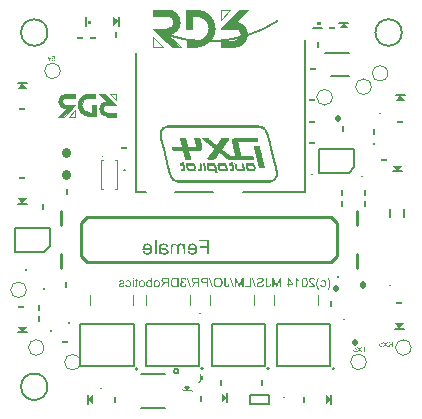
<source format=gbo>
G04 Layer_Color=32896*
%FSLAX42Y42*%
%MOMM*%
G71*
G01*
G75*
%ADD60C,0.15*%
%ADD64C,0.25*%
%ADD94C,0.13*%
%ADD95C,0.10*%
%ADD98C,0.51*%
%ADD99C,0.76*%
%ADD101R,0.15X0.60*%
%ADD102R,0.60X0.15*%
%ADD178C,0.00*%
%ADD179C,0.00*%
%ADD180R,7.65X0.03*%
%ADD181R,8.03X0.03*%
%ADD182R,8.15X0.03*%
%ADD183R,8.31X0.03*%
%ADD184R,8.36X0.03*%
%ADD185R,8.48X0.03*%
%ADD186R,0.36X0.03*%
%ADD187R,0.41X0.03*%
%ADD188R,0.28X0.03*%
%ADD189R,0.30X0.03*%
%ADD190R,0.25X0.03*%
%ADD191R,0.23X0.03*%
%ADD192R,0.18X0.03*%
%ADD193R,0.20X0.03*%
%ADD194R,0.15X0.03*%
%ADD195R,0.13X0.03*%
%ADD196R,0.16X0.03*%
%ADD197R,0.05X0.03*%
%ADD198R,0.10X0.03*%
%ADD199R,0.69X0.03*%
%ADD200R,0.61X0.03*%
%ADD201R,0.08X0.03*%
%ADD202R,0.71X0.03*%
%ADD203R,0.74X0.03*%
%ADD204R,0.33X0.03*%
%ADD205R,0.76X0.03*%
%ADD206R,0.38X0.03*%
%ADD207R,0.79X0.03*%
%ADD208R,0.43X0.03*%
%ADD209R,0.46X0.03*%
%ADD210R,0.48X0.03*%
%ADD211R,0.51X0.03*%
%ADD212R,0.64X0.03*%
%ADD213R,0.86X0.03*%
%ADD214R,1.19X0.03*%
%ADD215R,0.89X0.03*%
%ADD216R,0.56X0.03*%
%ADD217R,1.30X0.03*%
%ADD218R,0.91X0.03*%
%ADD219R,0.58X0.03*%
%ADD220R,2.21X0.03*%
%ADD221R,2.24X0.03*%
%ADD222R,2.29X0.03*%
%ADD223R,2.31X0.03*%
%ADD224R,2.36X0.03*%
%ADD225R,2.39X0.03*%
%ADD226R,2.41X0.03*%
%ADD227R,0.53X0.03*%
%ADD228R,1.14X0.03*%
%ADD229R,1.09X0.03*%
%ADD230R,1.04X0.03*%
%ADD231R,0.99X0.03*%
%ADD232R,0.97X0.03*%
%ADD233R,0.84X0.03*%
%ADD234R,2.46X0.03*%
%ADD235R,2.49X0.03*%
%ADD236R,2.54X0.03*%
%ADD237R,2.57X0.03*%
%ADD238R,0.66X0.03*%
%ADD239R,0.81X0.03*%
%ADD240R,2.59X0.03*%
%ADD241R,0.94X0.03*%
%ADD242R,1.02X0.03*%
%ADD243R,1.12X0.03*%
%ADD244R,2.18X0.03*%
%ADD245R,2.16X0.03*%
%ADD246R,2.13X0.03*%
%ADD247R,2.11X0.03*%
%ADD248R,2.08X0.03*%
%ADD249R,2.03X0.03*%
%ADD250R,1.93X0.03*%
%ADD251R,8.38X0.03*%
%ADD252R,8.05X0.03*%
%ADD253R,7.80X0.03*%
G36*
X3932Y3866D02*
X3921D01*
Y3902D01*
X3907D01*
X3906Y3902D01*
X3905D01*
X3904Y3901D01*
X3904Y3901D01*
X3903D01*
X3903Y3901D01*
X3903D01*
X3901Y3901D01*
X3900Y3900D01*
X3900Y3900D01*
X3899Y3900D01*
X3899Y3899D01*
X3898Y3899D01*
X3898Y3899D01*
X3897Y3898D01*
X3896Y3898D01*
X3895Y3897D01*
X3894Y3896D01*
X3894Y3895D01*
X3893Y3894D01*
X3893Y3894D01*
X3893Y3894D01*
X3891Y3892D01*
X3890Y3890D01*
X3889Y3888D01*
X3888Y3887D01*
X3887Y3885D01*
X3886Y3884D01*
X3886Y3884D01*
X3885Y3883D01*
X3885Y3883D01*
X3885Y3883D01*
Y3883D01*
X3874Y3866D01*
X3861D01*
X3875Y3888D01*
X3876Y3890D01*
X3878Y3892D01*
X3879Y3894D01*
X3881Y3895D01*
X3882Y3897D01*
X3883Y3898D01*
X3884Y3898D01*
X3884Y3898D01*
X3884D01*
X3885Y3899D01*
X3886Y3900D01*
X3888Y3901D01*
X3889Y3902D01*
X3889Y3902D01*
X3890Y3902D01*
X3890Y3902D01*
X3888Y3903D01*
X3886Y3903D01*
X3884Y3904D01*
X3883Y3904D01*
X3881Y3905D01*
X3880Y3906D01*
X3878Y3906D01*
X3877Y3907D01*
X3876Y3907D01*
X3875Y3908D01*
X3875Y3909D01*
X3874Y3909D01*
X3874Y3909D01*
X3873Y3910D01*
X3873Y3910D01*
X3873Y3910D01*
X3872Y3911D01*
X3871Y3912D01*
X3870Y3914D01*
X3870Y3915D01*
X3869Y3917D01*
X3868Y3919D01*
X3868Y3921D01*
X3868Y3922D01*
X3867Y3923D01*
X3867Y3924D01*
Y3924D01*
Y3924D01*
Y3924D01*
X3867Y3927D01*
X3868Y3929D01*
X3868Y3931D01*
X3869Y3933D01*
X3870Y3934D01*
X3870Y3936D01*
X3870Y3936D01*
X3871Y3936D01*
X3871Y3936D01*
Y3937D01*
X3872Y3938D01*
X3874Y3940D01*
X3875Y3942D01*
X3876Y3943D01*
X3878Y3943D01*
X3879Y3944D01*
X3879Y3944D01*
X3880Y3944D01*
X3880Y3944D01*
X3880D01*
X3881Y3945D01*
X3882Y3945D01*
X3885Y3946D01*
X3887Y3946D01*
X3890Y3946D01*
X3891Y3946D01*
X3892Y3946D01*
X3893D01*
X3894Y3947D01*
X3932D01*
Y3866D01*
D02*
G37*
G36*
X3633D02*
X3623D01*
Y3924D01*
X3633D01*
Y3866D01*
D02*
G37*
G36*
X4189D02*
X4178D01*
Y3902D01*
X4164D01*
X4163Y3902D01*
X4162D01*
X4161Y3901D01*
X4160Y3901D01*
X4160D01*
X4160Y3901D01*
X4160D01*
X4158Y3901D01*
X4157Y3900D01*
X4156Y3900D01*
X4156Y3900D01*
X4155Y3899D01*
X4155Y3899D01*
X4155Y3899D01*
X4154Y3898D01*
X4153Y3898D01*
X4152Y3897D01*
X4151Y3896D01*
X4150Y3895D01*
X4150Y3894D01*
X4149Y3894D01*
X4149Y3894D01*
X4148Y3892D01*
X4147Y3890D01*
X4146Y3888D01*
X4144Y3887D01*
X4143Y3885D01*
X4143Y3884D01*
X4142Y3884D01*
X4142Y3883D01*
X4142Y3883D01*
X4142Y3883D01*
Y3883D01*
X4131Y3866D01*
X4118D01*
X4132Y3888D01*
X4133Y3890D01*
X4135Y3892D01*
X4136Y3894D01*
X4137Y3895D01*
X4139Y3897D01*
X4140Y3898D01*
X4140Y3898D01*
X4140Y3898D01*
X4140D01*
X4141Y3899D01*
X4142Y3900D01*
X4144Y3901D01*
X4145Y3902D01*
X4146Y3902D01*
X4147Y3902D01*
X4147Y3902D01*
X4145Y3903D01*
X4143Y3903D01*
X4141Y3904D01*
X4139Y3904D01*
X4138Y3905D01*
X4136Y3906D01*
X4135Y3906D01*
X4134Y3907D01*
X4133Y3907D01*
X4132Y3908D01*
X4131Y3909D01*
X4131Y3909D01*
X4130Y3909D01*
X4130Y3910D01*
X4130Y3910D01*
X4130Y3910D01*
X4129Y3911D01*
X4128Y3912D01*
X4127Y3914D01*
X4126Y3915D01*
X4125Y3917D01*
X4125Y3919D01*
X4124Y3921D01*
X4124Y3922D01*
X4124Y3923D01*
X4124Y3924D01*
Y3924D01*
Y3924D01*
Y3924D01*
X4124Y3927D01*
X4125Y3929D01*
X4125Y3931D01*
X4126Y3933D01*
X4126Y3934D01*
X4127Y3936D01*
X4127Y3936D01*
X4127Y3936D01*
X4127Y3936D01*
Y3937D01*
X4129Y3938D01*
X4130Y3940D01*
X4132Y3942D01*
X4133Y3943D01*
X4134Y3943D01*
X4135Y3944D01*
X4136Y3944D01*
X4136Y3944D01*
X4136Y3944D01*
X4136D01*
X4137Y3945D01*
X4139Y3945D01*
X4141Y3946D01*
X4144Y3946D01*
X4147Y3946D01*
X4148Y3946D01*
X4149Y3946D01*
X4150D01*
X4151Y3947D01*
X4189D01*
Y3866D01*
D02*
G37*
G36*
X4013D02*
X3984D01*
X3982Y3866D01*
X3979Y3866D01*
X3977Y3866D01*
X3975Y3867D01*
X3974Y3867D01*
X3973Y3867D01*
X3972Y3867D01*
X3972Y3867D01*
X3972D01*
X3972Y3867D01*
X3971D01*
X3969Y3868D01*
X3968Y3868D01*
X3966Y3869D01*
X3965Y3870D01*
X3963Y3870D01*
X3963Y3871D01*
X3962Y3871D01*
X3962Y3871D01*
X3960Y3872D01*
X3959Y3874D01*
X3958Y3875D01*
X3957Y3876D01*
X3956Y3877D01*
X3955Y3878D01*
X3954Y3878D01*
X3954Y3879D01*
X3953Y3880D01*
X3952Y3882D01*
X3951Y3884D01*
X3950Y3886D01*
X3950Y3888D01*
X3950Y3889D01*
X3949Y3889D01*
X3949Y3890D01*
X3949Y3890D01*
X3949Y3890D01*
Y3890D01*
X3948Y3893D01*
X3948Y3896D01*
X3947Y3899D01*
X3947Y3901D01*
X3947Y3902D01*
X3947Y3903D01*
Y3904D01*
X3947Y3905D01*
Y3906D01*
Y3906D01*
Y3906D01*
Y3907D01*
X3947Y3910D01*
X3947Y3914D01*
X3947Y3916D01*
X3948Y3917D01*
X3948Y3919D01*
X3948Y3920D01*
X3949Y3921D01*
X3949Y3923D01*
X3949Y3923D01*
X3949Y3924D01*
X3950Y3925D01*
X3950Y3925D01*
X3950Y3926D01*
Y3926D01*
X3951Y3929D01*
X3953Y3931D01*
X3954Y3934D01*
X3956Y3936D01*
X3957Y3937D01*
X3957Y3937D01*
X3958Y3938D01*
X3958Y3939D01*
X3959Y3939D01*
X3959Y3939D01*
X3959Y3939D01*
X3959Y3940D01*
X3961Y3941D01*
X3963Y3942D01*
X3965Y3943D01*
X3967Y3944D01*
X3969Y3945D01*
X3970Y3945D01*
X3970Y3945D01*
X3971Y3945D01*
X3971Y3945D01*
X3971Y3945D01*
X3971D01*
X3973Y3946D01*
X3976Y3946D01*
X3978Y3946D01*
X3980Y3946D01*
X3982D01*
X3983Y3947D01*
X4013D01*
Y3866D01*
D02*
G37*
G36*
X3535Y3925D02*
X3537Y3925D01*
X3538Y3925D01*
X3539Y3925D01*
X3540Y3925D01*
X3540Y3924D01*
X3541Y3924D01*
X3542Y3924D01*
X3543Y3923D01*
X3544Y3923D01*
X3545Y3922D01*
X3546Y3922D01*
X3547Y3922D01*
X3547Y3922D01*
X3547Y3921D01*
X3548Y3921D01*
X3549Y3920D01*
X3550Y3919D01*
X3551Y3918D01*
X3551Y3917D01*
X3552Y3916D01*
X3552Y3916D01*
X3552Y3916D01*
X3552Y3915D01*
X3553Y3913D01*
X3553Y3912D01*
X3553Y3911D01*
X3553Y3910D01*
X3554Y3909D01*
Y3909D01*
Y3909D01*
X3553Y3907D01*
X3553Y3906D01*
X3553Y3904D01*
X3553Y3903D01*
X3552Y3902D01*
X3552Y3901D01*
X3552Y3901D01*
X3552Y3901D01*
X3551Y3900D01*
X3550Y3899D01*
X3548Y3898D01*
X3548Y3897D01*
X3547Y3896D01*
X3546Y3896D01*
X3545Y3895D01*
X3545Y3895D01*
X3544Y3895D01*
X3543Y3895D01*
X3542Y3894D01*
X3541Y3894D01*
X3538Y3893D01*
X3536Y3892D01*
X3534Y3892D01*
X3533Y3891D01*
X3532Y3891D01*
X3531Y3891D01*
X3531Y3891D01*
X3530Y3891D01*
X3530D01*
X3529Y3890D01*
X3527Y3890D01*
X3526Y3889D01*
X3525Y3889D01*
X3524Y3889D01*
X3523Y3889D01*
X3523Y3888D01*
X3522Y3888D01*
X3521Y3888D01*
X3520Y3887D01*
X3520Y3887D01*
X3520Y3887D01*
X3519Y3886D01*
X3518Y3886D01*
X3518Y3885D01*
X3517Y3884D01*
X3517Y3883D01*
X3517Y3883D01*
Y3882D01*
Y3882D01*
X3517Y3881D01*
X3517Y3879D01*
X3518Y3878D01*
X3519Y3877D01*
X3519Y3877D01*
X3520Y3876D01*
X3520Y3876D01*
X3520Y3876D01*
X3522Y3875D01*
X3523Y3874D01*
X3525Y3873D01*
X3527Y3873D01*
X3528Y3873D01*
X3529Y3873D01*
X3530D01*
X3533Y3873D01*
X3535Y3873D01*
X3537Y3874D01*
X3538Y3874D01*
X3539Y3875D01*
X3540Y3875D01*
X3541Y3876D01*
X3541Y3876D01*
X3542Y3877D01*
X3543Y3879D01*
X3544Y3880D01*
X3545Y3882D01*
X3545Y3883D01*
X3545Y3884D01*
X3545Y3884D01*
X3546Y3885D01*
Y3885D01*
Y3885D01*
X3555Y3883D01*
X3555Y3882D01*
X3555Y3880D01*
X3554Y3879D01*
X3553Y3877D01*
X3553Y3876D01*
X3552Y3875D01*
X3552Y3874D01*
X3551Y3873D01*
X3550Y3872D01*
X3550Y3871D01*
X3549Y3871D01*
X3549Y3870D01*
X3548Y3870D01*
X3548Y3869D01*
X3548Y3869D01*
X3548Y3869D01*
X3547Y3868D01*
X3545Y3868D01*
X3542Y3867D01*
X3540Y3866D01*
X3537Y3865D01*
X3535Y3865D01*
X3534Y3865D01*
X3533Y3865D01*
X3532D01*
X3531Y3865D01*
X3530D01*
X3528Y3865D01*
X3525Y3865D01*
X3523Y3865D01*
X3522Y3866D01*
X3520Y3866D01*
X3519Y3867D01*
X3519Y3867D01*
X3518Y3867D01*
X3518Y3867D01*
X3518D01*
X3516Y3868D01*
X3514Y3869D01*
X3513Y3870D01*
X3512Y3871D01*
X3511Y3872D01*
X3510Y3873D01*
X3510Y3873D01*
X3510Y3874D01*
X3509Y3875D01*
X3508Y3877D01*
X3507Y3879D01*
X3507Y3880D01*
X3507Y3881D01*
X3507Y3882D01*
Y3883D01*
Y3883D01*
Y3883D01*
X3507Y3885D01*
X3507Y3887D01*
X3507Y3888D01*
X3508Y3889D01*
X3508Y3890D01*
X3509Y3891D01*
X3509Y3891D01*
X3509Y3891D01*
X3510Y3893D01*
X3511Y3894D01*
X3512Y3895D01*
X3513Y3895D01*
X3514Y3896D01*
X3515Y3896D01*
X3516Y3897D01*
X3516Y3897D01*
X3517Y3897D01*
X3518Y3897D01*
X3520Y3898D01*
X3522Y3899D01*
X3525Y3900D01*
X3527Y3900D01*
X3528Y3900D01*
X3529Y3901D01*
X3529Y3901D01*
X3530Y3901D01*
X3530Y3901D01*
X3530D01*
X3532Y3902D01*
X3533Y3902D01*
X3534Y3902D01*
X3535Y3902D01*
X3536Y3903D01*
X3536Y3903D01*
X3537Y3903D01*
X3538Y3903D01*
X3539Y3904D01*
X3539Y3904D01*
X3539D01*
X3540Y3904D01*
X3541Y3905D01*
X3541Y3905D01*
X3542Y3905D01*
X3542Y3906D01*
X3543Y3906D01*
X3543Y3906D01*
X3543Y3906D01*
X3543Y3907D01*
X3544Y3908D01*
X3544Y3909D01*
Y3909D01*
X3544Y3910D01*
Y3910D01*
Y3910D01*
X3544Y3911D01*
X3544Y3912D01*
X3543Y3913D01*
X3543Y3914D01*
X3542Y3914D01*
X3542Y3915D01*
X3541Y3915D01*
X3541Y3915D01*
X3540Y3916D01*
X3538Y3916D01*
X3537Y3917D01*
X3535Y3917D01*
X3534Y3917D01*
X3533Y3917D01*
X3531D01*
X3529Y3917D01*
X3528Y3917D01*
X3526Y3917D01*
X3525Y3916D01*
X3524Y3916D01*
X3523Y3915D01*
X3523Y3915D01*
X3522Y3915D01*
X3521Y3914D01*
X3521Y3913D01*
X3520Y3912D01*
X3519Y3910D01*
X3519Y3909D01*
X3519Y3909D01*
X3519Y3908D01*
Y3908D01*
X3509Y3909D01*
X3509Y3911D01*
X3510Y3913D01*
X3510Y3914D01*
X3511Y3916D01*
X3512Y3917D01*
X3512Y3917D01*
X3512Y3918D01*
X3512Y3918D01*
X3513Y3919D01*
X3515Y3920D01*
X3516Y3921D01*
X3517Y3922D01*
X3518Y3923D01*
X3519Y3923D01*
X3520Y3923D01*
X3520Y3924D01*
X3520D01*
X3522Y3924D01*
X3524Y3925D01*
X3526Y3925D01*
X3528Y3925D01*
X3530Y3925D01*
X3530D01*
X3531Y3926D01*
X3534D01*
X3535Y3925D01*
D02*
G37*
G36*
X5083Y3947D02*
X5086Y3946D01*
X5089Y3945D01*
X5091Y3945D01*
X5092Y3944D01*
X5093Y3944D01*
X5093Y3943D01*
X5094Y3943D01*
X5094Y3943D01*
X5095Y3942D01*
X5095Y3942D01*
X5095Y3942D01*
X5097Y3940D01*
X5099Y3938D01*
X5100Y3936D01*
X5101Y3934D01*
X5102Y3932D01*
X5103Y3931D01*
X5103Y3930D01*
X5103Y3929D01*
X5103Y3929D01*
X5104Y3929D01*
Y3929D01*
X5104Y3927D01*
X5104Y3925D01*
X5105Y3921D01*
X5106Y3917D01*
X5106Y3914D01*
X5106Y3912D01*
Y3911D01*
X5106Y3909D01*
X5106Y3908D01*
Y3907D01*
Y3906D01*
Y3906D01*
Y3906D01*
X5106Y3902D01*
X5106Y3898D01*
X5106Y3894D01*
X5105Y3891D01*
X5105Y3888D01*
X5104Y3885D01*
X5103Y3883D01*
X5102Y3881D01*
X5102Y3879D01*
X5101Y3877D01*
X5100Y3876D01*
X5100Y3875D01*
X5099Y3874D01*
X5099Y3873D01*
X5099Y3873D01*
X5099Y3873D01*
X5097Y3871D01*
X5096Y3870D01*
X5094Y3869D01*
X5093Y3868D01*
X5091Y3867D01*
X5090Y3867D01*
X5088Y3866D01*
X5087Y3866D01*
X5085Y3865D01*
X5084Y3865D01*
X5083Y3865D01*
X5082Y3865D01*
X5081D01*
X5081Y3865D01*
X5080D01*
X5079Y3865D01*
X5077Y3865D01*
X5074Y3865D01*
X5072Y3866D01*
X5070Y3867D01*
X5069Y3867D01*
X5068Y3868D01*
X5067Y3868D01*
X5067Y3869D01*
X5066Y3869D01*
X5066Y3869D01*
X5066Y3869D01*
X5066D01*
X5064Y3871D01*
X5062Y3873D01*
X5060Y3876D01*
X5059Y3878D01*
X5058Y3880D01*
X5058Y3880D01*
X5057Y3881D01*
X5057Y3882D01*
X5057Y3882D01*
X5057Y3883D01*
Y3883D01*
X5056Y3884D01*
X5056Y3886D01*
X5055Y3890D01*
X5055Y3894D01*
X5054Y3897D01*
X5054Y3899D01*
X5054Y3901D01*
Y3902D01*
X5054Y3903D01*
Y3904D01*
Y3905D01*
Y3905D01*
Y3906D01*
Y3908D01*
X5054Y3910D01*
X5054Y3912D01*
X5054Y3914D01*
X5054Y3915D01*
X5055Y3917D01*
X5055Y3918D01*
X5055Y3920D01*
X5055Y3921D01*
X5055Y3922D01*
X5055Y3923D01*
X5055Y3923D01*
X5056Y3924D01*
X5056Y3924D01*
X5056Y3925D01*
Y3925D01*
X5057Y3927D01*
X5057Y3930D01*
X5058Y3932D01*
X5059Y3933D01*
X5060Y3935D01*
X5060Y3936D01*
X5060Y3936D01*
X5061Y3936D01*
X5061Y3937D01*
Y3937D01*
X5062Y3938D01*
X5063Y3940D01*
X5065Y3941D01*
X5066Y3942D01*
X5067Y3943D01*
X5068Y3944D01*
X5069Y3944D01*
X5069Y3944D01*
X5069D01*
X5071Y3945D01*
X5073Y3946D01*
X5075Y3946D01*
X5076Y3947D01*
X5078Y3947D01*
X5079D01*
X5079Y3947D01*
X5082D01*
X5083Y3947D01*
D02*
G37*
G36*
X3830Y3925D02*
X3832Y3925D01*
X3834Y3925D01*
X3836Y3925D01*
X3837Y3924D01*
X3839Y3923D01*
X3840Y3923D01*
X3841Y3922D01*
X3843Y3922D01*
X3844Y3921D01*
X3844Y3921D01*
X3845Y3920D01*
X3846Y3920D01*
X3846Y3919D01*
X3846Y3919D01*
X3847Y3919D01*
X3848Y3917D01*
X3850Y3916D01*
X3851Y3914D01*
X3852Y3912D01*
X3853Y3910D01*
X3853Y3908D01*
X3854Y3906D01*
X3854Y3904D01*
X3855Y3902D01*
X3855Y3901D01*
X3855Y3899D01*
X3855Y3898D01*
Y3897D01*
X3856Y3896D01*
Y3895D01*
Y3895D01*
X3855Y3892D01*
X3855Y3890D01*
X3855Y3887D01*
X3854Y3885D01*
X3854Y3883D01*
X3853Y3881D01*
X3852Y3880D01*
X3852Y3878D01*
X3851Y3877D01*
X3850Y3876D01*
X3850Y3875D01*
X3849Y3874D01*
X3849Y3873D01*
X3848Y3873D01*
X3848Y3872D01*
X3848Y3872D01*
X3846Y3871D01*
X3845Y3870D01*
X3843Y3869D01*
X3842Y3868D01*
X3840Y3867D01*
X3838Y3867D01*
X3837Y3866D01*
X3835Y3866D01*
X3834Y3865D01*
X3832Y3865D01*
X3831Y3865D01*
X3830Y3865D01*
X3829D01*
X3829Y3865D01*
X3828D01*
X3825Y3865D01*
X3823Y3865D01*
X3820Y3866D01*
X3818Y3866D01*
X3817Y3867D01*
X3816Y3867D01*
X3815Y3868D01*
X3815Y3868D01*
X3814Y3868D01*
X3814Y3868D01*
X3814D01*
X3812Y3870D01*
X3810Y3871D01*
X3808Y3873D01*
X3807Y3874D01*
X3806Y3876D01*
X3805Y3877D01*
X3805Y3878D01*
X3804Y3878D01*
X3804Y3878D01*
Y3878D01*
X3804Y3879D01*
X3803Y3881D01*
X3802Y3884D01*
X3802Y3887D01*
X3801Y3889D01*
X3801Y3891D01*
X3801Y3892D01*
X3801Y3893D01*
X3801Y3894D01*
Y3895D01*
Y3895D01*
Y3896D01*
Y3896D01*
X3801Y3898D01*
X3801Y3901D01*
X3802Y3903D01*
X3802Y3905D01*
X3803Y3907D01*
X3803Y3909D01*
X3804Y3910D01*
X3805Y3912D01*
X3805Y3913D01*
X3806Y3914D01*
X3807Y3915D01*
X3807Y3916D01*
X3808Y3917D01*
X3808Y3917D01*
X3808Y3917D01*
X3809Y3918D01*
X3810Y3919D01*
X3812Y3920D01*
X3813Y3921D01*
X3815Y3922D01*
X3816Y3923D01*
X3818Y3924D01*
X3820Y3924D01*
X3821Y3925D01*
X3823Y3925D01*
X3824Y3925D01*
X3825Y3925D01*
X3826Y3925D01*
X3827Y3926D01*
X3828D01*
X3830Y3925D01*
D02*
G37*
G36*
X3705D02*
X3707Y3925D01*
X3709Y3925D01*
X3710Y3925D01*
X3712Y3924D01*
X3714Y3923D01*
X3715Y3923D01*
X3716Y3922D01*
X3717Y3922D01*
X3718Y3921D01*
X3719Y3921D01*
X3720Y3920D01*
X3721Y3920D01*
X3721Y3919D01*
X3721Y3919D01*
X3721Y3919D01*
X3723Y3917D01*
X3724Y3916D01*
X3725Y3914D01*
X3726Y3912D01*
X3727Y3910D01*
X3728Y3908D01*
X3729Y3906D01*
X3729Y3904D01*
X3730Y3902D01*
X3730Y3901D01*
X3730Y3899D01*
X3730Y3898D01*
Y3897D01*
X3730Y3896D01*
Y3895D01*
Y3895D01*
X3730Y3892D01*
X3730Y3890D01*
X3730Y3887D01*
X3729Y3885D01*
X3728Y3883D01*
X3728Y3881D01*
X3727Y3880D01*
X3726Y3878D01*
X3726Y3877D01*
X3725Y3876D01*
X3724Y3875D01*
X3724Y3874D01*
X3723Y3873D01*
X3723Y3873D01*
X3723Y3872D01*
X3723Y3872D01*
X3721Y3871D01*
X3720Y3870D01*
X3718Y3869D01*
X3716Y3868D01*
X3715Y3867D01*
X3713Y3867D01*
X3712Y3866D01*
X3710Y3866D01*
X3709Y3865D01*
X3707Y3865D01*
X3706Y3865D01*
X3705Y3865D01*
X3704D01*
X3704Y3865D01*
X3703D01*
X3700Y3865D01*
X3698Y3865D01*
X3695Y3866D01*
X3693Y3866D01*
X3691Y3867D01*
X3691Y3867D01*
X3690Y3868D01*
X3690Y3868D01*
X3689Y3868D01*
X3689Y3868D01*
X3689D01*
X3687Y3870D01*
X3685Y3871D01*
X3683Y3873D01*
X3682Y3874D01*
X3680Y3876D01*
X3680Y3877D01*
X3679Y3878D01*
X3679Y3878D01*
X3679Y3878D01*
Y3878D01*
X3678Y3879D01*
X3678Y3881D01*
X3677Y3884D01*
X3676Y3887D01*
X3676Y3889D01*
X3676Y3891D01*
X3676Y3892D01*
X3676Y3893D01*
X3676Y3894D01*
Y3895D01*
Y3895D01*
Y3896D01*
Y3896D01*
X3676Y3898D01*
X3676Y3901D01*
X3676Y3903D01*
X3677Y3905D01*
X3677Y3907D01*
X3678Y3909D01*
X3679Y3910D01*
X3679Y3912D01*
X3680Y3913D01*
X3681Y3914D01*
X3681Y3915D01*
X3682Y3916D01*
X3683Y3917D01*
X3683Y3917D01*
X3683Y3917D01*
X3683Y3918D01*
X3685Y3919D01*
X3686Y3920D01*
X3688Y3921D01*
X3690Y3922D01*
X3691Y3923D01*
X3693Y3924D01*
X3694Y3924D01*
X3696Y3925D01*
X3697Y3925D01*
X3699Y3925D01*
X3700Y3925D01*
X3701Y3925D01*
X3702Y3926D01*
X3703D01*
X3705Y3925D01*
D02*
G37*
G36*
X3662Y3939D02*
Y3924D01*
X3670D01*
Y3917D01*
X3662D01*
Y3883D01*
Y3881D01*
X3662Y3880D01*
Y3879D01*
X3662Y3877D01*
X3662Y3876D01*
X3662Y3875D01*
X3662Y3874D01*
X3662Y3874D01*
X3661Y3873D01*
X3661Y3872D01*
X3661Y3871D01*
Y3871D01*
X3661Y3870D01*
X3660Y3869D01*
X3659Y3869D01*
X3659Y3868D01*
X3658Y3867D01*
X3657Y3867D01*
X3657Y3867D01*
X3657Y3867D01*
X3656Y3866D01*
X3654Y3866D01*
X3653Y3866D01*
X3652Y3865D01*
X3651Y3865D01*
X3649Y3865D01*
X3649D01*
X3646Y3865D01*
X3645Y3865D01*
X3644Y3866D01*
X3643Y3866D01*
X3642Y3866D01*
X3641Y3866D01*
X3641D01*
X3642Y3875D01*
X3643Y3875D01*
X3644Y3874D01*
X3645D01*
X3646Y3874D01*
X3647D01*
X3648Y3874D01*
X3649Y3875D01*
X3650Y3875D01*
X3650Y3875D01*
X3650Y3875D01*
X3650D01*
X3651Y3876D01*
X3652Y3876D01*
X3652Y3877D01*
X3652Y3877D01*
X3652Y3878D01*
X3652Y3878D01*
X3652Y3879D01*
Y3880D01*
X3652Y3881D01*
Y3882D01*
Y3882D01*
Y3882D01*
Y3917D01*
X3642D01*
Y3924D01*
X3652D01*
Y3945D01*
X3662Y3939D01*
D02*
G37*
G36*
X5239Y3925D02*
X5242Y3925D01*
X5244Y3924D01*
X5246Y3924D01*
X5248Y3923D01*
X5249Y3923D01*
X5249Y3923D01*
X5250Y3922D01*
X5250Y3922D01*
X5251Y3922D01*
X5251D01*
X5253Y3921D01*
X5255Y3919D01*
X5256Y3917D01*
X5258Y3915D01*
X5259Y3914D01*
X5260Y3912D01*
X5260Y3912D01*
X5260Y3912D01*
X5260Y3911D01*
Y3911D01*
X5261Y3909D01*
X5262Y3906D01*
X5262Y3903D01*
X5263Y3900D01*
X5263Y3899D01*
Y3898D01*
X5263Y3897D01*
X5263Y3896D01*
Y3896D01*
Y3895D01*
Y3895D01*
Y3895D01*
X5263Y3892D01*
X5263Y3890D01*
X5263Y3887D01*
X5262Y3885D01*
X5262Y3883D01*
X5261Y3881D01*
X5260Y3880D01*
X5260Y3878D01*
X5259Y3877D01*
X5258Y3876D01*
X5258Y3875D01*
X5257Y3874D01*
X5257Y3873D01*
X5256Y3873D01*
X5256Y3872D01*
X5256Y3872D01*
X5255Y3871D01*
X5253Y3870D01*
X5251Y3869D01*
X5250Y3868D01*
X5248Y3867D01*
X5247Y3867D01*
X5245Y3866D01*
X5244Y3866D01*
X5242Y3865D01*
X5241Y3865D01*
X5240Y3865D01*
X5239Y3865D01*
X5238D01*
X5237Y3865D01*
X5237D01*
X5235Y3865D01*
X5233Y3865D01*
X5230Y3865D01*
X5228Y3866D01*
X5226Y3867D01*
X5225Y3867D01*
X5224Y3868D01*
X5223Y3868D01*
X5222Y3869D01*
X5222Y3869D01*
X5221Y3870D01*
X5221Y3870D01*
X5221Y3870D01*
X5221Y3870D01*
X5220Y3871D01*
X5218Y3872D01*
X5217Y3874D01*
X5217Y3875D01*
X5215Y3878D01*
X5214Y3880D01*
X5214Y3881D01*
X5213Y3882D01*
X5213Y3883D01*
X5213Y3884D01*
X5213Y3885D01*
X5213Y3885D01*
X5212Y3886D01*
Y3886D01*
X5222Y3887D01*
X5223Y3885D01*
X5223Y3882D01*
X5224Y3881D01*
X5225Y3879D01*
X5226Y3878D01*
X5227Y3877D01*
X5227Y3876D01*
X5227Y3876D01*
X5229Y3875D01*
X5230Y3874D01*
X5232Y3874D01*
X5234Y3873D01*
X5235Y3873D01*
X5236Y3873D01*
X5236Y3873D01*
X5237D01*
X5238Y3873D01*
X5239Y3873D01*
X5242Y3874D01*
X5244Y3874D01*
X5245Y3875D01*
X5247Y3876D01*
X5248Y3877D01*
X5248Y3878D01*
X5249Y3878D01*
X5249Y3878D01*
X5249Y3879D01*
X5250Y3880D01*
X5251Y3883D01*
X5252Y3886D01*
X5252Y3889D01*
X5253Y3890D01*
X5253Y3891D01*
X5253Y3892D01*
Y3893D01*
X5253Y3894D01*
Y3895D01*
Y3895D01*
Y3895D01*
X5253Y3897D01*
X5253Y3899D01*
X5253Y3901D01*
X5252Y3903D01*
X5252Y3904D01*
X5252Y3906D01*
X5251Y3907D01*
X5251Y3908D01*
X5250Y3909D01*
X5250Y3910D01*
X5249Y3910D01*
X5249Y3911D01*
X5249Y3912D01*
X5249Y3912D01*
X5248Y3912D01*
Y3912D01*
X5247Y3913D01*
X5247Y3914D01*
X5246Y3915D01*
X5245Y3915D01*
X5243Y3916D01*
X5241Y3917D01*
X5239Y3917D01*
X5238Y3917D01*
X5238Y3917D01*
X5237Y3917D01*
X5236D01*
X5235Y3917D01*
X5233Y3917D01*
X5232Y3916D01*
X5230Y3916D01*
X5229Y3915D01*
X5229Y3915D01*
X5228Y3914D01*
X5228Y3914D01*
X5227Y3913D01*
X5226Y3912D01*
X5225Y3910D01*
X5224Y3909D01*
X5224Y3908D01*
X5223Y3907D01*
X5223Y3906D01*
Y3906D01*
X5223Y3906D01*
Y3906D01*
X5213Y3907D01*
X5214Y3910D01*
X5215Y3913D01*
X5217Y3915D01*
X5218Y3917D01*
X5219Y3918D01*
X5219Y3919D01*
X5220Y3919D01*
X5220Y3920D01*
X5221Y3920D01*
X5221Y3921D01*
X5221Y3921D01*
X5221Y3921D01*
X5222Y3922D01*
X5224Y3922D01*
X5226Y3924D01*
X5229Y3924D01*
X5231Y3925D01*
X5232Y3925D01*
X5233Y3925D01*
X5234Y3925D01*
X5235D01*
X5236Y3926D01*
X5237D01*
X5239Y3925D01*
D02*
G37*
G36*
X4884Y3866D02*
X4873D01*
Y3935D01*
X4850Y3866D01*
X4841D01*
X4817Y3933D01*
Y3866D01*
X4807D01*
Y3947D01*
X4821D01*
X4840Y3890D01*
X4841Y3887D01*
X4842Y3885D01*
X4843Y3883D01*
X4844Y3881D01*
X4844Y3879D01*
X4844Y3878D01*
X4845Y3878D01*
X4845Y3877D01*
X4845Y3879D01*
X4846Y3881D01*
X4847Y3883D01*
X4847Y3885D01*
X4848Y3887D01*
X4848Y3887D01*
X4848Y3888D01*
X4848Y3889D01*
X4849Y3889D01*
X4849Y3889D01*
Y3889D01*
X4868Y3947D01*
X4884D01*
Y3866D01*
D02*
G37*
G36*
X4564D02*
X4554D01*
Y3935D01*
X4531Y3866D01*
X4521D01*
X4498Y3933D01*
Y3866D01*
X4487D01*
Y3947D01*
X4502D01*
X4521Y3890D01*
X4522Y3887D01*
X4523Y3885D01*
X4524Y3883D01*
X4524Y3881D01*
X4525Y3879D01*
X4525Y3878D01*
X4525Y3878D01*
X4526Y3877D01*
X4526Y3879D01*
X4527Y3881D01*
X4527Y3883D01*
X4528Y3885D01*
X4528Y3887D01*
X4529Y3887D01*
X4529Y3888D01*
X4529Y3889D01*
X4529Y3889D01*
X4529Y3889D01*
Y3889D01*
X4548Y3947D01*
X4564D01*
Y3866D01*
D02*
G37*
G36*
X4627D02*
X4577D01*
Y3875D01*
X4616D01*
Y3947D01*
X4627D01*
Y3866D01*
D02*
G37*
G36*
X4264D02*
X4253D01*
Y3899D01*
X4233D01*
X4229Y3899D01*
X4227Y3899D01*
X4224Y3899D01*
X4222Y3900D01*
X4220Y3900D01*
X4218Y3901D01*
X4216Y3902D01*
X4214Y3902D01*
X4213Y3903D01*
X4212Y3904D01*
X4211Y3904D01*
X4210Y3905D01*
X4210Y3905D01*
X4209Y3905D01*
X4209Y3906D01*
X4209Y3906D01*
X4208Y3907D01*
X4207Y3909D01*
X4206Y3910D01*
X4205Y3912D01*
X4204Y3913D01*
X4204Y3914D01*
X4203Y3917D01*
X4203Y3918D01*
X4203Y3919D01*
X4203Y3921D01*
X4202Y3921D01*
X4202Y3922D01*
Y3923D01*
Y3923D01*
Y3923D01*
X4202Y3925D01*
X4203Y3927D01*
X4203Y3929D01*
X4204Y3931D01*
X4204Y3932D01*
X4204Y3933D01*
X4205Y3934D01*
X4205Y3934D01*
X4205Y3934D01*
Y3934D01*
X4206Y3936D01*
X4207Y3938D01*
X4208Y3939D01*
X4209Y3940D01*
X4210Y3941D01*
X4211Y3941D01*
X4211Y3942D01*
X4211Y3942D01*
X4213Y3943D01*
X4215Y3944D01*
X4216Y3944D01*
X4218Y3945D01*
X4219Y3945D01*
X4220Y3946D01*
X4221Y3946D01*
X4221Y3946D01*
X4221D01*
X4223Y3946D01*
X4225Y3946D01*
X4227Y3946D01*
X4229Y3946D01*
X4231Y3947D01*
X4264D01*
Y3866D01*
D02*
G37*
G36*
X3587Y3925D02*
X3589Y3925D01*
X3592Y3924D01*
X3594Y3924D01*
X3596Y3923D01*
X3596Y3923D01*
X3597Y3923D01*
X3597Y3922D01*
X3598Y3922D01*
X3598Y3922D01*
X3598D01*
X3600Y3921D01*
X3602Y3919D01*
X3604Y3917D01*
X3605Y3915D01*
X3606Y3914D01*
X3607Y3912D01*
X3607Y3912D01*
X3607Y3912D01*
X3608Y3911D01*
Y3911D01*
X3609Y3909D01*
X3609Y3906D01*
X3610Y3903D01*
X3610Y3900D01*
X3610Y3899D01*
Y3898D01*
X3610Y3897D01*
X3611Y3896D01*
Y3896D01*
Y3895D01*
Y3895D01*
Y3895D01*
X3610Y3892D01*
X3610Y3890D01*
X3610Y3887D01*
X3609Y3885D01*
X3609Y3883D01*
X3608Y3881D01*
X3608Y3880D01*
X3607Y3878D01*
X3606Y3877D01*
X3606Y3876D01*
X3605Y3875D01*
X3604Y3874D01*
X3604Y3873D01*
X3604Y3873D01*
X3603Y3872D01*
X3603Y3872D01*
X3602Y3871D01*
X3600Y3870D01*
X3599Y3869D01*
X3597Y3868D01*
X3596Y3867D01*
X3594Y3867D01*
X3593Y3866D01*
X3591Y3866D01*
X3590Y3865D01*
X3588Y3865D01*
X3587Y3865D01*
X3586Y3865D01*
X3585D01*
X3585Y3865D01*
X3584D01*
X3582Y3865D01*
X3581Y3865D01*
X3578Y3865D01*
X3575Y3866D01*
X3574Y3867D01*
X3572Y3867D01*
X3572Y3868D01*
X3571Y3868D01*
X3570Y3869D01*
X3569Y3869D01*
X3569Y3870D01*
X3568Y3870D01*
X3568Y3870D01*
X3568Y3870D01*
X3567Y3871D01*
X3566Y3872D01*
X3565Y3874D01*
X3564Y3875D01*
X3563Y3878D01*
X3561Y3880D01*
X3561Y3881D01*
X3561Y3882D01*
X3560Y3883D01*
X3560Y3884D01*
X3560Y3885D01*
X3560Y3885D01*
X3560Y3886D01*
Y3886D01*
X3570Y3887D01*
X3570Y3885D01*
X3571Y3882D01*
X3572Y3881D01*
X3572Y3879D01*
X3573Y3878D01*
X3574Y3877D01*
X3574Y3876D01*
X3575Y3876D01*
X3576Y3875D01*
X3578Y3874D01*
X3579Y3874D01*
X3581Y3873D01*
X3582Y3873D01*
X3583Y3873D01*
X3584Y3873D01*
X3584D01*
X3586Y3873D01*
X3587Y3873D01*
X3589Y3874D01*
X3591Y3874D01*
X3593Y3875D01*
X3594Y3876D01*
X3595Y3877D01*
X3596Y3878D01*
X3596Y3878D01*
X3596Y3878D01*
X3597Y3879D01*
X3597Y3880D01*
X3599Y3883D01*
X3599Y3886D01*
X3600Y3889D01*
X3600Y3890D01*
X3600Y3891D01*
X3600Y3892D01*
Y3893D01*
X3600Y3894D01*
Y3895D01*
Y3895D01*
Y3895D01*
X3600Y3897D01*
X3600Y3899D01*
X3600Y3901D01*
X3600Y3903D01*
X3599Y3904D01*
X3599Y3906D01*
X3599Y3907D01*
X3598Y3908D01*
X3598Y3909D01*
X3597Y3910D01*
X3597Y3910D01*
X3597Y3911D01*
X3596Y3912D01*
X3596Y3912D01*
X3596Y3912D01*
Y3912D01*
X3595Y3913D01*
X3594Y3914D01*
X3593Y3915D01*
X3592Y3915D01*
X3590Y3916D01*
X3588Y3917D01*
X3586Y3917D01*
X3586Y3917D01*
X3585Y3917D01*
X3584Y3917D01*
X3584D01*
X3582Y3917D01*
X3580Y3917D01*
X3579Y3916D01*
X3578Y3916D01*
X3577Y3915D01*
X3576Y3915D01*
X3575Y3914D01*
X3575Y3914D01*
X3574Y3913D01*
X3573Y3912D01*
X3572Y3910D01*
X3572Y3909D01*
X3571Y3908D01*
X3571Y3907D01*
X3570Y3906D01*
Y3906D01*
X3570Y3906D01*
Y3906D01*
X3561Y3907D01*
X3562Y3910D01*
X3563Y3913D01*
X3564Y3915D01*
X3565Y3917D01*
X3566Y3918D01*
X3567Y3919D01*
X3567Y3919D01*
X3568Y3920D01*
X3568Y3920D01*
X3568Y3921D01*
X3569Y3921D01*
X3569Y3921D01*
X3570Y3922D01*
X3571Y3922D01*
X3574Y3924D01*
X3576Y3924D01*
X3579Y3925D01*
X3580Y3925D01*
X3581Y3925D01*
X3582Y3925D01*
X3582D01*
X3583Y3926D01*
X3584D01*
X3587Y3925D01*
D02*
G37*
G36*
X4985Y3894D02*
Y3885D01*
X4950D01*
Y3866D01*
X4940D01*
Y3885D01*
X4929D01*
Y3894D01*
X4940D01*
Y3947D01*
X4948D01*
X4985Y3894D01*
D02*
G37*
G36*
X4032Y4236D02*
X4035Y4235D01*
X4038Y4235D01*
X4040Y4234D01*
X4042Y4233D01*
X4043Y4233D01*
X4044Y4232D01*
X4045Y4232D01*
X4045D01*
X4047Y4230D01*
X4049Y4228D01*
X4051Y4227D01*
X4053Y4225D01*
X4054Y4223D01*
X4055Y4222D01*
X4056Y4221D01*
X4056Y4221D01*
Y4234D01*
X4070D01*
Y4143D01*
X4055D01*
Y4190D01*
X4054Y4194D01*
X4054Y4198D01*
X4054Y4201D01*
X4053Y4204D01*
X4053Y4206D01*
X4052Y4208D01*
X4052Y4209D01*
X4052Y4209D01*
X4051Y4211D01*
X4050Y4213D01*
X4048Y4215D01*
X4047Y4216D01*
X4046Y4218D01*
X4045Y4218D01*
X4044Y4219D01*
X4044Y4219D01*
X4042Y4220D01*
X4040Y4221D01*
X4038Y4222D01*
X4036Y4222D01*
X4034Y4222D01*
X4033Y4223D01*
X4032D01*
X4029Y4222D01*
X4026Y4222D01*
X4024Y4221D01*
X4022Y4220D01*
X4021Y4219D01*
X4020Y4218D01*
X4020Y4217D01*
X4019Y4217D01*
X4018Y4215D01*
X4017Y4213D01*
X4017Y4210D01*
X4016Y4208D01*
X4016Y4205D01*
X4016Y4204D01*
Y4203D01*
Y4202D01*
Y4202D01*
Y4202D01*
Y4143D01*
X4000D01*
Y4196D01*
Y4198D01*
X4000Y4201D01*
X4000Y4203D01*
X3999Y4205D01*
X3999Y4206D01*
X3998Y4208D01*
X3998Y4210D01*
X3997Y4211D01*
X3996Y4213D01*
X3995Y4215D01*
X3994Y4216D01*
X3994Y4216D01*
X3991Y4218D01*
X3989Y4220D01*
X3986Y4221D01*
X3983Y4222D01*
X3981Y4222D01*
X3979Y4222D01*
X3979Y4223D01*
X3978D01*
X3976Y4222D01*
X3974Y4222D01*
X3972Y4222D01*
X3971Y4221D01*
X3970Y4221D01*
X3969Y4220D01*
X3969Y4220D01*
X3969Y4220D01*
X3967Y4219D01*
X3966Y4218D01*
X3965Y4217D01*
X3964Y4216D01*
X3964Y4215D01*
X3963Y4214D01*
X3963Y4214D01*
Y4213D01*
X3962Y4212D01*
X3962Y4210D01*
X3962Y4207D01*
X3962Y4205D01*
X3961Y4203D01*
Y4202D01*
Y4201D01*
Y4200D01*
Y4200D01*
Y4200D01*
Y4143D01*
X3946D01*
Y4205D01*
Y4208D01*
X3946Y4211D01*
X3947Y4213D01*
X3947Y4215D01*
X3948Y4218D01*
X3948Y4219D01*
X3949Y4221D01*
X3950Y4223D01*
X3951Y4224D01*
X3951Y4225D01*
X3952Y4226D01*
X3952Y4227D01*
X3953Y4228D01*
X3953Y4228D01*
X3953Y4228D01*
X3953Y4228D01*
X3955Y4230D01*
X3956Y4231D01*
X3960Y4233D01*
X3963Y4234D01*
X3967Y4235D01*
X3970Y4236D01*
X3971Y4236D01*
X3972D01*
X3973Y4236D01*
X3974D01*
X3978Y4236D01*
X3981Y4235D01*
X3983Y4234D01*
X3986Y4234D01*
X3989Y4232D01*
X3991Y4231D01*
X3993Y4229D01*
X3995Y4228D01*
X3997Y4226D01*
X3998Y4225D01*
X4000Y4224D01*
X4001Y4222D01*
X4001Y4221D01*
X4002Y4221D01*
X4002Y4220D01*
X4003Y4220D01*
X4004Y4223D01*
X4005Y4225D01*
X4007Y4227D01*
X4008Y4229D01*
X4010Y4230D01*
X4011Y4231D01*
X4012Y4232D01*
X4012Y4232D01*
X4015Y4233D01*
X4017Y4234D01*
X4020Y4235D01*
X4023Y4235D01*
X4025Y4236D01*
X4027Y4236D01*
X4029D01*
X4032Y4236D01*
D02*
G37*
G36*
X3889D02*
X3893Y4235D01*
X3896Y4235D01*
X3899Y4234D01*
X3902Y4234D01*
X3903Y4234D01*
X3904Y4233D01*
X3904Y4233D01*
X3905Y4233D01*
X3905Y4233D01*
X3905D01*
X3909Y4231D01*
X3911Y4230D01*
X3914Y4228D01*
X3916Y4227D01*
X3917Y4225D01*
X3918Y4224D01*
X3919Y4224D01*
X3919Y4224D01*
X3921Y4221D01*
X3922Y4219D01*
X3923Y4216D01*
X3924Y4214D01*
X3925Y4211D01*
X3925Y4210D01*
X3926Y4209D01*
Y4208D01*
X3926Y4208D01*
Y4208D01*
X3911Y4206D01*
X3910Y4209D01*
X3908Y4212D01*
X3907Y4214D01*
X3906Y4216D01*
X3905Y4218D01*
X3904Y4219D01*
X3903Y4219D01*
X3903Y4219D01*
X3901Y4221D01*
X3898Y4222D01*
X3896Y4222D01*
X3893Y4223D01*
X3891Y4223D01*
X3889Y4223D01*
X3887D01*
X3883Y4223D01*
X3879Y4222D01*
X3876Y4222D01*
X3874Y4221D01*
X3872Y4220D01*
X3870Y4219D01*
X3870Y4218D01*
X3869Y4218D01*
X3868Y4216D01*
X3867Y4214D01*
X3866Y4212D01*
X3865Y4210D01*
X3865Y4208D01*
X3865Y4206D01*
Y4205D01*
Y4205D01*
Y4205D01*
Y4205D01*
Y4204D01*
Y4204D01*
Y4202D01*
X3865Y4202D01*
Y4201D01*
Y4201D01*
Y4201D01*
X3867Y4200D01*
X3869Y4199D01*
X3873Y4198D01*
X3878Y4197D01*
X3882Y4197D01*
X3884Y4196D01*
X3886Y4196D01*
X3888Y4196D01*
X3889Y4196D01*
X3891Y4195D01*
X3892D01*
X3892Y4195D01*
X3893D01*
X3896Y4195D01*
X3899Y4194D01*
X3901Y4194D01*
X3903Y4194D01*
X3904Y4193D01*
X3905Y4193D01*
X3906Y4193D01*
X3906D01*
X3909Y4192D01*
X3911Y4191D01*
X3913Y4191D01*
X3914Y4190D01*
X3915Y4189D01*
X3917Y4188D01*
X3917Y4188D01*
X3917Y4188D01*
X3919Y4186D01*
X3921Y4185D01*
X3922Y4184D01*
X3923Y4182D01*
X3924Y4181D01*
X3925Y4180D01*
X3925Y4179D01*
X3925Y4179D01*
X3926Y4177D01*
X3927Y4175D01*
X3928Y4173D01*
X3928Y4171D01*
X3928Y4169D01*
X3928Y4168D01*
Y4167D01*
Y4167D01*
X3928Y4165D01*
X3928Y4163D01*
X3927Y4159D01*
X3926Y4156D01*
X3924Y4153D01*
X3923Y4151D01*
X3922Y4149D01*
X3921Y4148D01*
X3921Y4148D01*
X3920Y4148D01*
X3919Y4147D01*
X3917Y4146D01*
X3913Y4144D01*
X3910Y4143D01*
X3906Y4142D01*
X3903Y4141D01*
X3901Y4141D01*
X3900D01*
X3899Y4141D01*
X3897D01*
X3894Y4141D01*
X3891Y4141D01*
X3888Y4142D01*
X3885Y4142D01*
X3883Y4143D01*
X3882Y4143D01*
X3881Y4143D01*
X3881Y4144D01*
X3881Y4144D01*
X3880D01*
X3877Y4145D01*
X3874Y4147D01*
X3872Y4148D01*
X3869Y4150D01*
X3867Y4152D01*
X3865Y4153D01*
X3865Y4154D01*
X3864Y4154D01*
X3864Y4154D01*
X3864D01*
X3863Y4152D01*
X3863Y4150D01*
X3863Y4148D01*
X3862Y4146D01*
X3862Y4145D01*
X3861Y4144D01*
X3861Y4143D01*
X3861Y4143D01*
X3845D01*
X3846Y4145D01*
X3846Y4147D01*
X3847Y4148D01*
X3848Y4150D01*
X3848Y4152D01*
X3848Y4153D01*
X3848Y4153D01*
Y4154D01*
X3849Y4155D01*
X3849Y4157D01*
Y4158D01*
X3849Y4160D01*
X3849Y4165D01*
Y4169D01*
X3849Y4172D01*
Y4174D01*
Y4176D01*
Y4177D01*
Y4179D01*
Y4180D01*
Y4181D01*
Y4181D01*
Y4202D01*
Y4205D01*
X3849Y4208D01*
X3850Y4211D01*
Y4213D01*
X3850Y4214D01*
X3850Y4215D01*
X3850Y4216D01*
Y4216D01*
X3851Y4218D01*
X3851Y4220D01*
X3852Y4222D01*
X3853Y4223D01*
X3854Y4224D01*
X3855Y4225D01*
X3855Y4226D01*
X3855Y4226D01*
X3856Y4228D01*
X3858Y4229D01*
X3860Y4230D01*
X3862Y4231D01*
X3863Y4232D01*
X3865Y4233D01*
X3865Y4233D01*
X3866Y4233D01*
X3866D01*
X3869Y4234D01*
X3872Y4235D01*
X3875Y4235D01*
X3878Y4236D01*
X3881Y4236D01*
X3882Y4236D01*
X3885D01*
X3889Y4236D01*
D02*
G37*
G36*
X5281Y3945D02*
X5283Y3943D01*
X5284Y3940D01*
X5286Y3938D01*
X5287Y3935D01*
X5288Y3933D01*
X5289Y3931D01*
X5290Y3929D01*
X5291Y3927D01*
X5292Y3925D01*
X5293Y3924D01*
X5293Y3923D01*
X5294Y3921D01*
X5294Y3921D01*
X5294Y3920D01*
X5294Y3920D01*
X5296Y3916D01*
X5297Y3911D01*
X5297Y3907D01*
X5298Y3905D01*
X5298Y3903D01*
X5298Y3901D01*
X5298Y3900D01*
X5298Y3899D01*
Y3897D01*
X5298Y3896D01*
Y3896D01*
Y3895D01*
Y3895D01*
X5298Y3892D01*
X5298Y3889D01*
X5298Y3884D01*
X5297Y3882D01*
X5297Y3879D01*
X5296Y3877D01*
X5296Y3875D01*
X5295Y3873D01*
X5295Y3871D01*
X5294Y3870D01*
X5294Y3869D01*
X5293Y3868D01*
X5293Y3867D01*
X5293Y3867D01*
X5293Y3866D01*
X5291Y3861D01*
X5290Y3859D01*
X5288Y3857D01*
X5287Y3855D01*
X5286Y3853D01*
X5285Y3851D01*
X5284Y3849D01*
X5283Y3848D01*
X5282Y3846D01*
X5281Y3845D01*
X5280Y3844D01*
X5280Y3843D01*
X5279Y3843D01*
X5279Y3842D01*
X5279Y3842D01*
X5272D01*
X5275Y3847D01*
X5277Y3852D01*
X5279Y3857D01*
X5281Y3862D01*
X5283Y3866D01*
X5284Y3870D01*
X5285Y3875D01*
X5286Y3878D01*
X5287Y3882D01*
X5287Y3885D01*
X5288Y3887D01*
X5288Y3888D01*
X5288Y3889D01*
X5288Y3891D01*
Y3891D01*
X5288Y3892D01*
Y3893D01*
X5288Y3894D01*
Y3894D01*
Y3895D01*
Y3895D01*
Y3895D01*
X5288Y3899D01*
X5288Y3903D01*
X5288Y3906D01*
X5287Y3908D01*
X5287Y3909D01*
X5287Y3911D01*
X5287Y3912D01*
X5286Y3913D01*
X5286Y3914D01*
X5286Y3915D01*
X5286Y3915D01*
X5286Y3916D01*
Y3916D01*
X5285Y3919D01*
X5284Y3922D01*
X5283Y3924D01*
X5283Y3927D01*
X5282Y3928D01*
X5282Y3929D01*
X5282Y3930D01*
X5281Y3930D01*
X5281Y3931D01*
X5281Y3931D01*
X5281Y3931D01*
Y3932D01*
X5280Y3932D01*
X5280Y3934D01*
X5278Y3936D01*
X5277Y3939D01*
X5275Y3942D01*
X5275Y3943D01*
X5274Y3944D01*
X5273Y3945D01*
X5273Y3946D01*
X5272Y3947D01*
X5272Y3947D01*
X5272Y3948D01*
X5272Y3948D01*
X5279D01*
X5281Y3945D01*
D02*
G37*
G36*
X5203Y3946D02*
X5202Y3944D01*
X5201Y3942D01*
X5200Y3940D01*
X5200Y3939D01*
X5199Y3938D01*
X5198Y3936D01*
X5198Y3935D01*
X5197Y3934D01*
X5197Y3934D01*
X5196Y3933D01*
X5196Y3932D01*
X5196Y3932D01*
X5196Y3932D01*
X5196Y3931D01*
Y3931D01*
X5195Y3929D01*
X5194Y3926D01*
X5193Y3923D01*
X5192Y3921D01*
X5192Y3919D01*
X5191Y3919D01*
X5191Y3918D01*
X5191Y3917D01*
X5191Y3916D01*
X5191Y3916D01*
X5190Y3916D01*
Y3915D01*
X5190Y3912D01*
X5189Y3908D01*
X5189Y3905D01*
X5189Y3903D01*
X5188Y3901D01*
X5188Y3900D01*
X5188Y3899D01*
Y3898D01*
X5188Y3897D01*
Y3896D01*
Y3895D01*
Y3895D01*
Y3895D01*
X5188Y3890D01*
X5189Y3885D01*
X5190Y3880D01*
X5191Y3876D01*
X5192Y3871D01*
X5193Y3867D01*
X5195Y3863D01*
X5196Y3859D01*
X5198Y3855D01*
X5199Y3852D01*
X5200Y3850D01*
X5201Y3849D01*
X5201Y3848D01*
X5202Y3847D01*
X5203Y3846D01*
X5203Y3845D01*
X5204Y3844D01*
X5204Y3843D01*
X5204Y3843D01*
X5204Y3842D01*
X5205Y3842D01*
Y3842D01*
X5197D01*
X5194Y3846D01*
X5192Y3850D01*
X5190Y3854D01*
X5189Y3856D01*
X5188Y3858D01*
X5187Y3860D01*
X5186Y3861D01*
X5185Y3863D01*
X5185Y3864D01*
X5184Y3865D01*
X5184Y3866D01*
X5184Y3866D01*
X5184Y3866D01*
X5183Y3869D01*
X5182Y3872D01*
X5181Y3874D01*
X5180Y3877D01*
X5180Y3879D01*
X5179Y3882D01*
X5179Y3884D01*
X5179Y3886D01*
X5178Y3888D01*
X5178Y3890D01*
X5178Y3891D01*
X5178Y3893D01*
X5178Y3894D01*
Y3894D01*
Y3895D01*
Y3895D01*
X5178Y3900D01*
X5179Y3904D01*
X5179Y3907D01*
X5179Y3909D01*
X5180Y3911D01*
X5180Y3912D01*
X5180Y3914D01*
X5181Y3916D01*
X5181Y3917D01*
X5182Y3918D01*
X5182Y3919D01*
X5182Y3920D01*
X5182Y3920D01*
Y3920D01*
X5183Y3923D01*
X5184Y3925D01*
X5187Y3930D01*
X5188Y3933D01*
X5189Y3935D01*
X5190Y3937D01*
X5192Y3939D01*
X5193Y3941D01*
X5194Y3943D01*
X5195Y3944D01*
X5196Y3946D01*
X5196Y3947D01*
X5197Y3947D01*
X5197Y3948D01*
X5197Y3948D01*
X5205D01*
X5203Y3946D01*
D02*
G37*
G36*
X4272Y4143D02*
X4256D01*
Y4200D01*
X4196D01*
Y4215D01*
X4256D01*
Y4254D01*
X4187D01*
Y4269D01*
X4272D01*
Y4143D01*
D02*
G37*
G36*
X3826D02*
X3810D01*
Y4269D01*
X3826D01*
Y4143D01*
D02*
G37*
G36*
X4134Y4236D02*
X4137Y4235D01*
X4140Y4235D01*
X4143Y4234D01*
X4146Y4233D01*
X4148Y4232D01*
X4151Y4231D01*
X4153Y4230D01*
X4155Y4228D01*
X4156Y4227D01*
X4158Y4226D01*
X4159Y4225D01*
X4160Y4224D01*
X4161Y4224D01*
X4161Y4223D01*
X4161Y4223D01*
X4163Y4221D01*
X4165Y4218D01*
X4166Y4215D01*
X4168Y4212D01*
X4169Y4209D01*
X4170Y4206D01*
X4171Y4203D01*
X4171Y4201D01*
X4172Y4198D01*
X4172Y4195D01*
X4173Y4193D01*
X4173Y4191D01*
Y4190D01*
X4173Y4188D01*
Y4188D01*
Y4187D01*
X4173Y4183D01*
X4172Y4180D01*
X4172Y4176D01*
X4171Y4173D01*
X4170Y4170D01*
X4169Y4167D01*
X4168Y4164D01*
X4167Y4162D01*
X4166Y4160D01*
X4165Y4158D01*
X4164Y4157D01*
X4163Y4155D01*
X4162Y4154D01*
X4162Y4154D01*
X4161Y4153D01*
X4161Y4153D01*
X4159Y4151D01*
X4156Y4149D01*
X4154Y4147D01*
X4151Y4146D01*
X4149Y4145D01*
X4146Y4144D01*
X4143Y4143D01*
X4141Y4142D01*
X4139Y4142D01*
X4136Y4141D01*
X4134Y4141D01*
X4133Y4141D01*
X4131D01*
X4130Y4141D01*
X4129D01*
X4126Y4141D01*
X4124Y4141D01*
X4119Y4142D01*
X4116Y4143D01*
X4114Y4143D01*
X4112Y4144D01*
X4110Y4145D01*
X4109Y4145D01*
X4107Y4146D01*
X4106Y4147D01*
X4105Y4147D01*
X4104Y4148D01*
X4104Y4148D01*
X4104Y4148D01*
X4103D01*
X4100Y4152D01*
X4097Y4155D01*
X4095Y4159D01*
X4093Y4162D01*
X4091Y4165D01*
X4091Y4167D01*
X4090Y4168D01*
X4090Y4169D01*
X4090Y4170D01*
X4089Y4170D01*
Y4170D01*
X4106Y4172D01*
X4107Y4169D01*
X4108Y4166D01*
X4110Y4163D01*
X4112Y4161D01*
X4113Y4160D01*
X4114Y4159D01*
X4115Y4158D01*
X4115Y4158D01*
X4117Y4157D01*
X4120Y4155D01*
X4122Y4155D01*
X4124Y4154D01*
X4126Y4154D01*
X4128Y4154D01*
X4129D01*
X4132Y4154D01*
X4134Y4154D01*
X4137Y4155D01*
X4141Y4156D01*
X4143Y4157D01*
X4145Y4159D01*
X4147Y4160D01*
X4148Y4161D01*
X4148Y4161D01*
X4148Y4161D01*
X4149Y4161D01*
X4150Y4163D01*
X4151Y4165D01*
X4153Y4168D01*
X4154Y4172D01*
X4156Y4176D01*
X4156Y4179D01*
X4156Y4181D01*
X4157Y4182D01*
X4157Y4183D01*
X4157Y4184D01*
Y4184D01*
Y4184D01*
X4089D01*
X4089Y4186D01*
Y4187D01*
Y4188D01*
Y4188D01*
X4089Y4193D01*
X4089Y4196D01*
X4090Y4200D01*
X4091Y4204D01*
X4091Y4207D01*
X4092Y4209D01*
X4094Y4212D01*
X4095Y4214D01*
X4096Y4217D01*
X4097Y4218D01*
X4098Y4220D01*
X4099Y4221D01*
X4099Y4222D01*
X4100Y4223D01*
X4100Y4223D01*
X4100Y4224D01*
X4103Y4226D01*
X4105Y4228D01*
X4107Y4229D01*
X4110Y4231D01*
X4113Y4232D01*
X4115Y4233D01*
X4117Y4234D01*
X4120Y4234D01*
X4122Y4235D01*
X4124Y4235D01*
X4126Y4236D01*
X4127Y4236D01*
X4129Y4236D01*
X4130D01*
X4134Y4236D01*
D02*
G37*
G36*
X3752D02*
X3756Y4235D01*
X3759Y4235D01*
X3762Y4234D01*
X3764Y4233D01*
X3767Y4232D01*
X3769Y4231D01*
X3771Y4230D01*
X3773Y4228D01*
X3775Y4227D01*
X3776Y4226D01*
X3778Y4225D01*
X3778Y4224D01*
X3779Y4224D01*
X3779Y4223D01*
X3780Y4223D01*
X3782Y4221D01*
X3784Y4218D01*
X3785Y4215D01*
X3787Y4212D01*
X3788Y4209D01*
X3788Y4206D01*
X3789Y4203D01*
X3790Y4201D01*
X3790Y4198D01*
X3791Y4195D01*
X3791Y4193D01*
X3791Y4191D01*
Y4190D01*
X3791Y4188D01*
Y4188D01*
Y4187D01*
X3791Y4183D01*
X3791Y4180D01*
X3790Y4176D01*
X3790Y4173D01*
X3789Y4170D01*
X3788Y4167D01*
X3787Y4164D01*
X3786Y4162D01*
X3785Y4160D01*
X3783Y4158D01*
X3782Y4157D01*
X3782Y4155D01*
X3781Y4154D01*
X3780Y4154D01*
X3780Y4153D01*
X3780Y4153D01*
X3778Y4151D01*
X3775Y4149D01*
X3772Y4147D01*
X3770Y4146D01*
X3767Y4145D01*
X3765Y4144D01*
X3762Y4143D01*
X3759Y4142D01*
X3757Y4142D01*
X3755Y4141D01*
X3753Y4141D01*
X3751Y4141D01*
X3750D01*
X3749Y4141D01*
X3748D01*
X3745Y4141D01*
X3742Y4141D01*
X3737Y4142D01*
X3735Y4143D01*
X3733Y4143D01*
X3731Y4144D01*
X3729Y4145D01*
X3727Y4145D01*
X3726Y4146D01*
X3725Y4147D01*
X3724Y4147D01*
X3723Y4148D01*
X3722Y4148D01*
X3722Y4148D01*
X3722D01*
X3719Y4152D01*
X3716Y4155D01*
X3713Y4159D01*
X3711Y4162D01*
X3710Y4165D01*
X3709Y4167D01*
X3709Y4168D01*
X3708Y4169D01*
X3708Y4170D01*
X3708Y4170D01*
Y4170D01*
X3724Y4172D01*
X3725Y4169D01*
X3727Y4166D01*
X3729Y4163D01*
X3730Y4161D01*
X3731Y4160D01*
X3733Y4159D01*
X3733Y4158D01*
X3734Y4158D01*
X3736Y4157D01*
X3738Y4155D01*
X3741Y4155D01*
X3743Y4154D01*
X3745Y4154D01*
X3747Y4154D01*
X3748D01*
X3750Y4154D01*
X3752Y4154D01*
X3756Y4155D01*
X3759Y4156D01*
X3762Y4157D01*
X3764Y4159D01*
X3766Y4160D01*
X3766Y4161D01*
X3767Y4161D01*
X3767Y4161D01*
X3767Y4161D01*
X3769Y4163D01*
X3770Y4165D01*
X3772Y4168D01*
X3773Y4172D01*
X3774Y4176D01*
X3775Y4179D01*
X3775Y4181D01*
X3775Y4182D01*
X3775Y4183D01*
X3776Y4184D01*
Y4184D01*
Y4184D01*
X3708D01*
X3707Y4186D01*
Y4187D01*
Y4188D01*
Y4188D01*
X3708Y4193D01*
X3708Y4196D01*
X3709Y4200D01*
X3709Y4204D01*
X3710Y4207D01*
X3711Y4209D01*
X3712Y4212D01*
X3713Y4214D01*
X3714Y4217D01*
X3715Y4218D01*
X3716Y4220D01*
X3717Y4221D01*
X3718Y4222D01*
X3719Y4223D01*
X3719Y4223D01*
X3719Y4224D01*
X3721Y4226D01*
X3724Y4228D01*
X3726Y4229D01*
X3729Y4231D01*
X3731Y4232D01*
X3734Y4233D01*
X3736Y4234D01*
X3738Y4234D01*
X3740Y4235D01*
X3743Y4235D01*
X3744Y4236D01*
X3746Y4236D01*
X3747Y4236D01*
X3749D01*
X3752Y4236D01*
D02*
G37*
G36*
X4667Y3865D02*
X4659D01*
X4635Y3948D01*
X4643D01*
X4667Y3865D01*
D02*
G37*
G36*
X4479D02*
X4471D01*
X4448Y3948D01*
X4456D01*
X4479Y3865D01*
D02*
G37*
G36*
X4761Y3891D02*
Y3889D01*
X4761Y3886D01*
X4762Y3885D01*
X4762Y3883D01*
X4762Y3882D01*
X4762Y3882D01*
X4762Y3881D01*
X4762Y3881D01*
X4763Y3880D01*
X4763Y3879D01*
X4764Y3878D01*
X4765Y3877D01*
X4765Y3877D01*
X4766Y3876D01*
X4766Y3876D01*
X4766Y3876D01*
X4768Y3875D01*
X4769Y3875D01*
X4770Y3874D01*
X4771Y3874D01*
X4772Y3874D01*
X4773Y3874D01*
X4773D01*
X4775Y3874D01*
X4777Y3875D01*
X4778Y3875D01*
X4780Y3876D01*
X4781Y3876D01*
X4781Y3877D01*
X4782Y3877D01*
X4782Y3877D01*
X4782Y3878D01*
X4783Y3879D01*
X4784Y3881D01*
X4784Y3883D01*
X4785Y3885D01*
X4785Y3887D01*
X4785Y3888D01*
X4785Y3889D01*
X4785Y3889D01*
Y3890D01*
Y3890D01*
Y3890D01*
X4795Y3889D01*
Y3886D01*
X4795Y3884D01*
X4794Y3883D01*
X4794Y3881D01*
X4794Y3879D01*
X4793Y3878D01*
X4793Y3876D01*
X4792Y3875D01*
X4792Y3874D01*
X4791Y3873D01*
X4791Y3872D01*
X4790Y3872D01*
X4790Y3871D01*
X4790Y3871D01*
X4790Y3871D01*
X4790Y3871D01*
X4788Y3870D01*
X4787Y3869D01*
X4786Y3868D01*
X4785Y3867D01*
X4783Y3867D01*
X4782Y3866D01*
X4779Y3865D01*
X4778Y3865D01*
X4777Y3865D01*
X4776Y3865D01*
X4775Y3865D01*
X4774Y3865D01*
X4773D01*
X4771Y3865D01*
X4768Y3865D01*
X4766Y3865D01*
X4764Y3866D01*
X4763Y3866D01*
X4762Y3867D01*
X4761Y3867D01*
X4761Y3867D01*
X4761Y3867D01*
X4761D01*
X4759Y3869D01*
X4757Y3870D01*
X4756Y3871D01*
X4755Y3873D01*
X4754Y3874D01*
X4753Y3875D01*
X4753Y3875D01*
X4753Y3876D01*
X4753Y3876D01*
Y3876D01*
X4753Y3877D01*
X4752Y3878D01*
X4752Y3881D01*
X4751Y3883D01*
X4751Y3886D01*
X4751Y3887D01*
X4751Y3888D01*
Y3889D01*
X4751Y3890D01*
Y3891D01*
Y3891D01*
Y3891D01*
Y3892D01*
Y3947D01*
X4761D01*
Y3891D01*
D02*
G37*
G36*
X4708Y3948D02*
X4711Y3947D01*
X4714Y3947D01*
X4716Y3947D01*
X4717Y3946D01*
X4718Y3946D01*
X4718Y3946D01*
X4719Y3946D01*
X4719Y3945D01*
X4720Y3945D01*
X4720Y3945D01*
X4720D01*
X4722Y3944D01*
X4725Y3943D01*
X4726Y3941D01*
X4728Y3940D01*
X4729Y3939D01*
X4730Y3938D01*
X4730Y3937D01*
X4730Y3937D01*
Y3937D01*
X4731Y3935D01*
X4732Y3933D01*
X4733Y3931D01*
X4733Y3929D01*
X4733Y3928D01*
X4734Y3927D01*
X4734Y3926D01*
Y3926D01*
Y3926D01*
Y3926D01*
X4734Y3924D01*
X4733Y3922D01*
X4733Y3920D01*
X4732Y3918D01*
X4732Y3917D01*
X4731Y3916D01*
X4731Y3916D01*
X4731Y3916D01*
Y3915D01*
X4730Y3914D01*
X4728Y3912D01*
X4727Y3911D01*
X4726Y3910D01*
X4724Y3909D01*
X4723Y3909D01*
X4723Y3908D01*
X4723Y3908D01*
X4722Y3908D01*
X4722D01*
X4721Y3908D01*
X4720Y3907D01*
X4718Y3906D01*
X4715Y3905D01*
X4713Y3905D01*
X4710Y3904D01*
X4710Y3904D01*
X4709Y3903D01*
X4708Y3903D01*
X4707Y3903D01*
X4707Y3903D01*
X4707D01*
X4705Y3902D01*
X4703Y3902D01*
X4701Y3902D01*
X4700Y3901D01*
X4699Y3901D01*
X4697Y3900D01*
X4696Y3900D01*
X4695Y3900D01*
X4695Y3900D01*
X4694Y3900D01*
X4693Y3899D01*
X4693Y3899D01*
X4693Y3899D01*
X4692Y3899D01*
X4691Y3898D01*
X4689Y3897D01*
X4688Y3897D01*
X4687Y3896D01*
X4686Y3895D01*
X4686Y3895D01*
X4685Y3894D01*
X4685Y3894D01*
X4684Y3893D01*
X4684Y3892D01*
X4683Y3891D01*
X4683Y3890D01*
X4683Y3889D01*
X4683Y3888D01*
Y3888D01*
Y3888D01*
X4683Y3886D01*
X4683Y3885D01*
X4684Y3884D01*
X4684Y3883D01*
X4684Y3882D01*
X4685Y3881D01*
X4685Y3881D01*
X4685Y3881D01*
X4686Y3880D01*
X4687Y3879D01*
X4688Y3878D01*
X4690Y3877D01*
X4691Y3877D01*
X4691Y3876D01*
X4692Y3876D01*
X4692Y3876D01*
X4692D01*
X4694Y3875D01*
X4696Y3875D01*
X4698Y3874D01*
X4699Y3874D01*
X4701Y3874D01*
X4702Y3874D01*
X4703D01*
X4705Y3874D01*
X4708Y3874D01*
X4710Y3875D01*
X4712Y3875D01*
X4713Y3876D01*
X4714Y3876D01*
X4714Y3876D01*
X4715Y3876D01*
X4715Y3876D01*
X4715Y3876D01*
X4715D01*
X4717Y3877D01*
X4719Y3878D01*
X4720Y3879D01*
X4721Y3880D01*
X4722Y3881D01*
X4723Y3882D01*
X4723Y3882D01*
X4723Y3883D01*
X4724Y3884D01*
X4725Y3886D01*
X4726Y3888D01*
X4726Y3889D01*
X4726Y3891D01*
X4727Y3892D01*
Y3892D01*
X4727Y3892D01*
Y3893D01*
Y3893D01*
X4737Y3892D01*
X4736Y3889D01*
X4736Y3886D01*
X4735Y3884D01*
X4734Y3882D01*
X4734Y3881D01*
X4734Y3880D01*
X4733Y3879D01*
X4733Y3878D01*
X4733Y3878D01*
X4732Y3878D01*
X4732Y3877D01*
Y3877D01*
X4731Y3875D01*
X4729Y3873D01*
X4727Y3871D01*
X4725Y3870D01*
X4723Y3869D01*
X4723Y3869D01*
X4722Y3868D01*
X4721Y3868D01*
X4721Y3868D01*
X4721Y3868D01*
X4721D01*
X4718Y3867D01*
X4715Y3866D01*
X4712Y3865D01*
X4709Y3865D01*
X4707Y3865D01*
X4706Y3865D01*
X4705Y3865D01*
X4704D01*
X4703Y3865D01*
X4702D01*
X4699Y3865D01*
X4696Y3865D01*
X4694Y3866D01*
X4691Y3866D01*
X4690Y3866D01*
X4690Y3867D01*
X4689Y3867D01*
X4688Y3867D01*
X4688Y3867D01*
X4687Y3868D01*
X4687Y3868D01*
X4687D01*
X4685Y3869D01*
X4682Y3870D01*
X4681Y3872D01*
X4679Y3873D01*
X4678Y3874D01*
X4677Y3876D01*
X4677Y3876D01*
X4677Y3876D01*
X4676Y3876D01*
Y3876D01*
X4675Y3879D01*
X4674Y3881D01*
X4674Y3883D01*
X4673Y3885D01*
X4673Y3886D01*
X4673Y3887D01*
Y3887D01*
X4673Y3888D01*
Y3888D01*
Y3888D01*
Y3889D01*
X4673Y3891D01*
X4673Y3893D01*
X4674Y3895D01*
X4674Y3897D01*
X4675Y3898D01*
X4676Y3899D01*
X4676Y3899D01*
X4676Y3900D01*
X4676Y3900D01*
Y3900D01*
X4677Y3902D01*
X4679Y3903D01*
X4681Y3905D01*
X4682Y3906D01*
X4684Y3907D01*
X4685Y3908D01*
X4686Y3908D01*
X4686Y3908D01*
X4686Y3908D01*
X4686D01*
X4687Y3909D01*
X4689Y3909D01*
X4690Y3910D01*
X4691Y3910D01*
X4694Y3911D01*
X4697Y3912D01*
X4699Y3912D01*
X4700Y3912D01*
X4701Y3913D01*
X4702Y3913D01*
X4703Y3913D01*
X4704Y3913D01*
X4704Y3913D01*
X4704D01*
X4707Y3914D01*
X4709Y3914D01*
X4711Y3915D01*
X4712Y3915D01*
X4714Y3916D01*
X4715Y3916D01*
X4716Y3917D01*
X4717Y3917D01*
X4718Y3918D01*
X4719Y3918D01*
X4719Y3918D01*
X4720Y3919D01*
X4720Y3919D01*
X4720Y3919D01*
X4720Y3919D01*
X4721Y3920D01*
X4722Y3921D01*
X4723Y3923D01*
X4723Y3924D01*
X4723Y3925D01*
X4723Y3925D01*
Y3926D01*
Y3926D01*
X4723Y3928D01*
X4723Y3930D01*
X4722Y3931D01*
X4721Y3932D01*
X4720Y3933D01*
X4720Y3934D01*
X4719Y3935D01*
X4719Y3935D01*
X4718Y3935D01*
X4717Y3936D01*
X4715Y3937D01*
X4713Y3938D01*
X4710Y3938D01*
X4708Y3938D01*
X4707Y3938D01*
X4706Y3938D01*
X4703D01*
X4702Y3938D01*
X4700Y3938D01*
X4699Y3938D01*
X4698Y3937D01*
X4696Y3937D01*
X4695Y3937D01*
X4694Y3936D01*
X4694Y3936D01*
X4693Y3936D01*
X4692Y3935D01*
X4692Y3935D01*
X4691Y3935D01*
X4691Y3935D01*
X4691Y3934D01*
X4689Y3933D01*
X4688Y3931D01*
X4687Y3929D01*
X4686Y3927D01*
X4686Y3926D01*
X4686Y3925D01*
X4685Y3924D01*
X4685Y3924D01*
X4685Y3923D01*
Y3923D01*
Y3923D01*
X4675Y3924D01*
X4675Y3926D01*
X4676Y3929D01*
X4676Y3931D01*
X4677Y3933D01*
X4678Y3934D01*
X4678Y3935D01*
X4678Y3935D01*
X4679Y3936D01*
X4679Y3936D01*
X4679Y3936D01*
Y3936D01*
X4680Y3938D01*
X4682Y3940D01*
X4684Y3942D01*
X4686Y3943D01*
X4687Y3944D01*
X4688Y3944D01*
X4689Y3945D01*
X4689Y3945D01*
X4689Y3945D01*
X4690D01*
X4692Y3946D01*
X4695Y3947D01*
X4698Y3947D01*
X4700Y3948D01*
X4701Y3948D01*
X4702Y3948D01*
X4703D01*
X4704Y3948D01*
X4705D01*
X4708Y3948D01*
D02*
G37*
G36*
X4304Y3865D02*
X4296D01*
X4272Y3948D01*
X4280D01*
X4304Y3865D01*
D02*
G37*
G36*
X4116D02*
X4108D01*
X4085Y3948D01*
X4093D01*
X4116Y3865D01*
D02*
G37*
G36*
X4411Y3891D02*
Y3889D01*
X4411Y3886D01*
X4411Y3885D01*
X4411Y3883D01*
X4411Y3882D01*
X4412Y3882D01*
X4412Y3881D01*
X4412Y3881D01*
X4412Y3880D01*
X4413Y3879D01*
X4414Y3878D01*
X4414Y3877D01*
X4415Y3877D01*
X4415Y3876D01*
X4416Y3876D01*
X4416Y3876D01*
X4417Y3875D01*
X4418Y3875D01*
X4419Y3874D01*
X4420Y3874D01*
X4421Y3874D01*
X4422Y3874D01*
X4423D01*
X4425Y3874D01*
X4426Y3875D01*
X4428Y3875D01*
X4429Y3876D01*
X4430Y3876D01*
X4431Y3877D01*
X4431Y3877D01*
X4431Y3877D01*
X4432Y3878D01*
X4432Y3879D01*
X4433Y3881D01*
X4434Y3883D01*
X4434Y3885D01*
X4434Y3887D01*
X4435Y3888D01*
X4435Y3889D01*
X4435Y3889D01*
Y3890D01*
Y3890D01*
Y3890D01*
X4444Y3889D01*
Y3886D01*
X4444Y3884D01*
X4444Y3883D01*
X4444Y3881D01*
X4443Y3879D01*
X4443Y3878D01*
X4442Y3876D01*
X4442Y3875D01*
X4441Y3874D01*
X4441Y3873D01*
X4440Y3872D01*
X4440Y3872D01*
X4440Y3871D01*
X4439Y3871D01*
X4439Y3871D01*
X4439Y3871D01*
X4438Y3870D01*
X4437Y3869D01*
X4436Y3868D01*
X4434Y3867D01*
X4433Y3867D01*
X4431Y3866D01*
X4429Y3865D01*
X4428Y3865D01*
X4426Y3865D01*
X4425Y3865D01*
X4425Y3865D01*
X4424Y3865D01*
X4423D01*
X4420Y3865D01*
X4418Y3865D01*
X4416Y3865D01*
X4414Y3866D01*
X4412Y3866D01*
X4411Y3867D01*
X4411Y3867D01*
X4411Y3867D01*
X4410Y3867D01*
X4410D01*
X4408Y3869D01*
X4407Y3870D01*
X4406Y3871D01*
X4404Y3873D01*
X4404Y3874D01*
X4403Y3875D01*
X4403Y3875D01*
X4403Y3876D01*
X4403Y3876D01*
Y3876D01*
X4402Y3877D01*
X4402Y3878D01*
X4401Y3881D01*
X4401Y3883D01*
X4400Y3886D01*
X4400Y3887D01*
X4400Y3888D01*
Y3889D01*
X4400Y3890D01*
Y3891D01*
Y3891D01*
Y3891D01*
Y3892D01*
Y3947D01*
X4411D01*
Y3891D01*
D02*
G37*
G36*
X4350Y3948D02*
X4353Y3947D01*
X4356Y3947D01*
X4359Y3946D01*
X4361Y3945D01*
X4364Y3944D01*
X4366Y3943D01*
X4368Y3942D01*
X4369Y3941D01*
X4371Y3940D01*
X4372Y3939D01*
X4373Y3938D01*
X4374Y3938D01*
X4375Y3937D01*
X4375Y3937D01*
X4375Y3936D01*
X4377Y3934D01*
X4379Y3932D01*
X4380Y3929D01*
X4381Y3927D01*
X4382Y3924D01*
X4383Y3922D01*
X4384Y3919D01*
X4385Y3917D01*
X4385Y3914D01*
X4385Y3912D01*
X4386Y3910D01*
X4386Y3908D01*
X4386Y3907D01*
X4386Y3906D01*
Y3906D01*
Y3905D01*
Y3905D01*
Y3905D01*
X4386Y3903D01*
X4386Y3901D01*
X4385Y3897D01*
X4384Y3894D01*
X4384Y3893D01*
X4384Y3891D01*
X4383Y3890D01*
X4383Y3889D01*
X4382Y3887D01*
X4382Y3887D01*
X4382Y3886D01*
X4381Y3885D01*
X4381Y3885D01*
Y3885D01*
X4379Y3882D01*
X4377Y3879D01*
X4376Y3877D01*
X4375Y3876D01*
X4374Y3875D01*
X4373Y3874D01*
X4372Y3873D01*
X4371Y3872D01*
X4370Y3872D01*
X4369Y3871D01*
X4369Y3870D01*
X4368Y3870D01*
X4368Y3870D01*
X4368Y3870D01*
X4366Y3869D01*
X4364Y3868D01*
X4363Y3867D01*
X4361Y3867D01*
X4357Y3866D01*
X4354Y3865D01*
X4353Y3865D01*
X4351Y3865D01*
X4350Y3865D01*
X4349Y3865D01*
X4349Y3865D01*
X4347D01*
X4345Y3865D01*
X4344Y3865D01*
X4340Y3865D01*
X4337Y3866D01*
X4335Y3867D01*
X4334Y3867D01*
X4332Y3867D01*
X4331Y3868D01*
X4330Y3868D01*
X4329Y3869D01*
X4329Y3869D01*
X4328Y3869D01*
X4328Y3869D01*
X4328D01*
X4326Y3870D01*
X4325Y3871D01*
X4322Y3874D01*
X4319Y3876D01*
X4318Y3877D01*
X4317Y3879D01*
X4317Y3880D01*
X4316Y3881D01*
X4315Y3882D01*
X4315Y3882D01*
X4314Y3883D01*
X4314Y3884D01*
X4314Y3884D01*
X4314Y3884D01*
X4313Y3886D01*
X4312Y3888D01*
X4311Y3892D01*
X4310Y3895D01*
X4310Y3897D01*
X4309Y3899D01*
X4309Y3900D01*
X4309Y3902D01*
X4309Y3903D01*
Y3904D01*
X4309Y3905D01*
Y3906D01*
Y3906D01*
Y3906D01*
Y3908D01*
X4309Y3910D01*
X4310Y3915D01*
X4310Y3916D01*
X4310Y3918D01*
X4311Y3920D01*
X4311Y3921D01*
X4312Y3923D01*
X4312Y3924D01*
X4312Y3925D01*
X4313Y3926D01*
X4313Y3927D01*
X4313Y3927D01*
X4313Y3928D01*
X4314Y3928D01*
X4316Y3931D01*
X4317Y3933D01*
X4318Y3934D01*
X4319Y3935D01*
X4320Y3937D01*
X4321Y3938D01*
X4322Y3939D01*
X4323Y3940D01*
X4324Y3940D01*
X4325Y3941D01*
X4326Y3942D01*
X4326Y3942D01*
X4327Y3942D01*
X4327Y3942D01*
X4327Y3943D01*
X4329Y3944D01*
X4331Y3944D01*
X4332Y3945D01*
X4334Y3946D01*
X4338Y3947D01*
X4341Y3947D01*
X4342Y3947D01*
X4343Y3948D01*
X4344Y3948D01*
X4345Y3948D01*
X4346Y3948D01*
X4347D01*
X4350Y3948D01*
D02*
G37*
G36*
X5014Y3945D02*
X5016Y3943D01*
X5017Y3941D01*
X5018Y3940D01*
X5020Y3938D01*
X5021Y3937D01*
X5021Y3937D01*
X5021Y3936D01*
X5022Y3936D01*
X5022Y3936D01*
X5024Y3934D01*
X5027Y3932D01*
X5029Y3931D01*
X5031Y3929D01*
X5033Y3928D01*
X5034Y3928D01*
X5035Y3927D01*
X5035Y3927D01*
X5036Y3927D01*
X5036Y3927D01*
X5036D01*
Y3917D01*
X5035Y3918D01*
X5033Y3919D01*
X5031Y3919D01*
X5029Y3920D01*
X5028Y3921D01*
X5027Y3922D01*
X5026Y3922D01*
X5026Y3922D01*
X5026Y3922D01*
X5026D01*
X5024Y3923D01*
X5022Y3925D01*
X5020Y3926D01*
X5019Y3927D01*
X5018Y3928D01*
X5017Y3928D01*
X5017Y3929D01*
X5016Y3929D01*
Y3866D01*
X5007D01*
Y3947D01*
X5013D01*
X5014Y3945D01*
D02*
G37*
G36*
X5880Y3515D02*
X5842Y3561D01*
X5918D01*
X5880Y3515D01*
D02*
G37*
G36*
X2692Y3485D02*
X2654Y3531D01*
X2731D01*
X2692Y3485D01*
D02*
G37*
G36*
X2690Y4572D02*
X2652Y4618D01*
X2728D01*
X2690Y4572D01*
D02*
G37*
G36*
X3481Y5406D02*
X3406D01*
X3406Y5406D01*
X3406Y5406D01*
X3405Y5406D01*
X3405Y5406D01*
X3404Y5406D01*
X3404Y5406D01*
X3403Y5406D01*
X3403Y5406D01*
X3402Y5406D01*
X3402Y5406D01*
X3401Y5406D01*
X3401Y5406D01*
X3400Y5406D01*
X3400Y5406D01*
X3399Y5406D01*
X3399Y5405D01*
X3399Y5405D01*
X3398Y5405D01*
X3398Y5405D01*
X3397Y5405D01*
X3397Y5405D01*
X3396Y5405D01*
X3396Y5405D01*
X3395Y5404D01*
X3395Y5404D01*
X3395Y5404D01*
X3394Y5404D01*
X3394Y5404D01*
X3393Y5403D01*
X3393Y5403D01*
X3392Y5403D01*
X3392Y5403D01*
X3392Y5403D01*
X3391Y5402D01*
X3391Y5402D01*
X3390Y5402D01*
X3390Y5402D01*
X3390Y5401D01*
X3389Y5401D01*
X3389Y5401D01*
X3388Y5401D01*
X3388Y5400D01*
X3388Y5400D01*
X3387Y5400D01*
X3387Y5400D01*
X3387Y5399D01*
X3386Y5399D01*
X3386Y5399D01*
X3385Y5398D01*
X3385Y5398D01*
X3385Y5398D01*
X3384Y5397D01*
X3384Y5397D01*
X3384Y5397D01*
X3383Y5396D01*
X3383Y5396D01*
X3383Y5396D01*
X3382Y5395D01*
X3382Y5395D01*
X3382Y5395D01*
X3382Y5394D01*
X3381Y5394D01*
X3381Y5394D01*
X3381Y5393D01*
X3380Y5393D01*
X3380Y5392D01*
X3380Y5392D01*
X3380Y5392D01*
X3379Y5391D01*
X3379Y5391D01*
X3379Y5390D01*
X3379Y5390D01*
X3379Y5390D01*
X3378Y5389D01*
X3378Y5389D01*
X3378Y5388D01*
X3378Y5388D01*
X3377Y5387D01*
X3377Y5387D01*
X3377Y5387D01*
X3377Y5386D01*
X3377Y5386D01*
X3377Y5385D01*
X3376Y5385D01*
X3376Y5384D01*
X3376Y5384D01*
X3376Y5383D01*
X3376Y5383D01*
X3376Y5383D01*
X3376Y5382D01*
X3376Y5382D01*
X3375Y5381D01*
X3375Y5381D01*
X3375Y5380D01*
X3375Y5380D01*
X3375Y5379D01*
X3375Y5379D01*
X3375Y5378D01*
X3375Y5378D01*
X3375Y5377D01*
X3375Y5377D01*
X3375Y5377D01*
X3375Y5376D01*
X3375Y5376D01*
X3375Y5375D01*
X3375Y5375D01*
X3375Y5374D01*
X3375Y5374D01*
X3375Y5373D01*
X3375Y5373D01*
X3375Y5372D01*
X3375Y5372D01*
X3375Y5371D01*
X3375Y5371D01*
X3375Y5371D01*
X3375Y5370D01*
X3375Y5370D01*
X3375Y5369D01*
X3375Y5369D01*
X3375Y5368D01*
X3376Y5368D01*
X3376Y5367D01*
X3376Y5367D01*
X3376Y5366D01*
X3376Y5366D01*
X3376Y5365D01*
X3376Y5365D01*
X3376Y5365D01*
X3377Y5364D01*
X3377Y5364D01*
X3377Y5363D01*
X3377Y5363D01*
X3377Y5362D01*
X3377Y5362D01*
X3378Y5362D01*
X3378Y5361D01*
X3378Y5361D01*
X3378Y5360D01*
X3379Y5360D01*
X3379Y5359D01*
X3379Y5359D01*
X3379Y5359D01*
X3379Y5358D01*
X3380Y5358D01*
X3380Y5357D01*
X3380Y5357D01*
X3380Y5357D01*
X3381Y5356D01*
X3381Y5356D01*
X3381Y5356D01*
X3382Y5355D01*
X3382Y5355D01*
X3382Y5354D01*
X3382Y5354D01*
X3383Y5354D01*
X3383Y5353D01*
X3383Y5353D01*
X3384Y5353D01*
X3384Y5352D01*
X3384Y5352D01*
X3385Y5352D01*
X3385Y5351D01*
X3385Y5351D01*
X3386Y5351D01*
X3386Y5350D01*
X3387Y5350D01*
X3387Y5350D01*
X3387Y5350D01*
X3388Y5349D01*
X3388Y5349D01*
X3388Y5349D01*
X3389Y5348D01*
X3389Y5348D01*
X3390Y5348D01*
X3390Y5348D01*
X3390Y5347D01*
X3391Y5347D01*
X3391Y5347D01*
X3392Y5347D01*
X3392Y5347D01*
X3392Y5346D01*
X3393Y5346D01*
X3393Y5346D01*
X3394Y5346D01*
X3394Y5346D01*
X3395Y5345D01*
X3395Y5345D01*
X3395Y5345D01*
X3396Y5345D01*
X3396Y5345D01*
X3397Y5345D01*
X3397Y5344D01*
X3398Y5344D01*
X3398Y5344D01*
X3399Y5344D01*
X3399Y5344D01*
X3400Y5344D01*
X3400Y5344D01*
X3400Y5344D01*
X3401Y5344D01*
X3401Y5343D01*
X3402Y5343D01*
X3402Y5343D01*
X3403Y5343D01*
X3403Y5343D01*
X3404Y5343D01*
X3404Y5343D01*
X3405Y5343D01*
X3405Y5343D01*
X3406Y5343D01*
X3406Y5343D01*
X3406Y5343D01*
Y5343D01*
X3481D01*
Y5311D01*
X3406D01*
X3406Y5311D01*
X3405Y5311D01*
X3405Y5311D01*
X3404Y5311D01*
X3403Y5311D01*
X3403Y5311D01*
X3402Y5311D01*
X3401Y5312D01*
X3401Y5312D01*
X3400Y5312D01*
X3399Y5312D01*
X3399Y5312D01*
X3398Y5312D01*
X3397Y5312D01*
X3397Y5312D01*
X3396Y5312D01*
X3395Y5312D01*
X3395Y5312D01*
X3394Y5313D01*
X3393Y5313D01*
X3393Y5313D01*
X3392Y5313D01*
X3391Y5313D01*
X3391Y5313D01*
X3390Y5313D01*
X3389Y5314D01*
X3389Y5314D01*
X3388Y5314D01*
X3388Y5314D01*
X3387Y5314D01*
X3386Y5315D01*
X3386Y5315D01*
X3385Y5315D01*
X3384Y5315D01*
X3384Y5316D01*
X3383Y5316D01*
X3383Y5316D01*
X3382Y5316D01*
X3381Y5317D01*
X3381Y5317D01*
X3380Y5317D01*
X3379Y5317D01*
X3379Y5318D01*
X3378Y5318D01*
X3378Y5318D01*
X3377Y5319D01*
X3377Y5319D01*
X3376Y5319D01*
X3375Y5319D01*
X3375Y5320D01*
X3374Y5320D01*
X3374Y5320D01*
X3373Y5321D01*
X3373Y5321D01*
X3372Y5322D01*
X3371Y5322D01*
X3371Y5322D01*
X3370Y5323D01*
X3370Y5323D01*
X3369Y5323D01*
X3369Y5324D01*
X3368Y5324D01*
X3368Y5325D01*
X3367Y5325D01*
X3367Y5325D01*
X3366Y5326D01*
X3366Y5326D01*
X3365Y5327D01*
X3365Y5327D01*
X3364Y5328D01*
X3364Y5328D01*
X3363Y5328D01*
X3363Y5329D01*
X3362Y5329D01*
X3362Y5330D01*
X3361Y5330D01*
X3361Y5331D01*
X3360Y5331D01*
X3360Y5332D01*
X3359Y5332D01*
X3359Y5333D01*
X3358Y5333D01*
X3358Y5334D01*
X3358Y5334D01*
X3357Y5335D01*
X3357Y5335D01*
X3356Y5336D01*
X3356Y5336D01*
X3356Y5337D01*
X3355Y5337D01*
X3355Y5338D01*
X3354Y5339D01*
X3354Y5339D01*
X3354Y5340D01*
X3353Y5340D01*
X3353Y5341D01*
X3353Y5341D01*
X3352Y5342D01*
X3352Y5342D01*
X3352Y5343D01*
X3351Y5344D01*
X3351Y5344D01*
X3351Y5345D01*
X3350Y5345D01*
X3350Y5346D01*
X3350Y5347D01*
X3349Y5347D01*
X3349Y5348D01*
X3349Y5348D01*
X3349Y5349D01*
X3348Y5350D01*
X3348Y5350D01*
X3348Y5351D01*
X3347Y5351D01*
X3347Y5352D01*
X3347Y5353D01*
X3347Y5353D01*
X3347Y5354D01*
X3346Y5355D01*
X3346Y5355D01*
X3346Y5356D01*
X3346Y5356D01*
X3346Y5357D01*
X3345Y5358D01*
X3345Y5358D01*
X3345Y5359D01*
X3345Y5360D01*
X3345Y5360D01*
X3345Y5361D01*
X3344Y5362D01*
X3344Y5362D01*
X3344Y5363D01*
X3344Y5364D01*
X3344Y5364D01*
X3344Y5365D01*
X3344Y5366D01*
X3344Y5366D01*
X3344Y5367D01*
X3343Y5367D01*
X3343Y5368D01*
X3343Y5369D01*
X3343Y5369D01*
X3343Y5370D01*
X3343Y5371D01*
X3343Y5371D01*
X3343Y5372D01*
X3343Y5373D01*
X3343Y5373D01*
X3343Y5374D01*
X3343Y5375D01*
X3343Y5375D01*
Y5375D01*
X3343Y5375D01*
X3343Y5376D01*
X3343Y5377D01*
X3343Y5377D01*
X3343Y5378D01*
X3343Y5379D01*
X3343Y5379D01*
X3343Y5380D01*
X3343Y5381D01*
X3343Y5381D01*
X3343Y5382D01*
X3344Y5383D01*
X3344Y5383D01*
X3344Y5384D01*
X3344Y5385D01*
X3344Y5385D01*
X3344Y5386D01*
X3344Y5387D01*
X3344Y5387D01*
X3344Y5388D01*
X3345Y5388D01*
X3345Y5389D01*
X3345Y5390D01*
X3345Y5390D01*
X3345Y5391D01*
X3345Y5392D01*
X3346Y5392D01*
X3346Y5393D01*
X3346Y5394D01*
X3346Y5394D01*
X3346Y5395D01*
X3347Y5396D01*
X3347Y5396D01*
X3347Y5397D01*
X3347Y5397D01*
X3347Y5398D01*
X3348Y5399D01*
X3348Y5399D01*
X3348Y5400D01*
X3349Y5400D01*
X3349Y5401D01*
X3349Y5402D01*
X3349Y5402D01*
X3350Y5403D01*
X3350Y5403D01*
X3350Y5404D01*
X3351Y5405D01*
X3351Y5405D01*
X3351Y5406D01*
X3352Y5406D01*
X3352Y5407D01*
X3352Y5408D01*
X3353Y5408D01*
X3353Y5409D01*
X3353Y5409D01*
X3354Y5410D01*
X3354Y5410D01*
X3354Y5411D01*
X3355Y5411D01*
X3355Y5412D01*
X3356Y5412D01*
X3356Y5413D01*
X3356Y5414D01*
X3357Y5414D01*
X3357Y5415D01*
X3358Y5415D01*
X3358Y5416D01*
X3358Y5416D01*
X3359Y5417D01*
X3359Y5417D01*
X3360Y5418D01*
X3360Y5418D01*
X3361Y5419D01*
X3361Y5419D01*
X3362Y5420D01*
X3362Y5420D01*
X3363Y5420D01*
X3363Y5421D01*
X3364Y5421D01*
X3364Y5422D01*
X3365Y5422D01*
X3365Y5423D01*
X3366Y5423D01*
X3366Y5424D01*
X3367Y5424D01*
X3367Y5424D01*
X3368Y5425D01*
X3368Y5425D01*
X3369Y5426D01*
X3369Y5426D01*
X3370Y5426D01*
X3370Y5427D01*
X3371Y5427D01*
X3371Y5428D01*
X3372Y5428D01*
X3373Y5428D01*
X3373Y5429D01*
X3374Y5429D01*
X3374Y5429D01*
X3375Y5430D01*
X3375Y5430D01*
X3376Y5430D01*
X3377Y5431D01*
X3377Y5431D01*
X3378Y5431D01*
X3378Y5432D01*
X3379Y5432D01*
X3379Y5432D01*
X3380Y5432D01*
X3381Y5433D01*
X3381Y5433D01*
X3382Y5433D01*
X3383Y5433D01*
X3383Y5434D01*
X3384Y5434D01*
X3384Y5434D01*
X3385Y5434D01*
X3386Y5435D01*
X3386Y5435D01*
X3387Y5435D01*
X3388Y5435D01*
X3388Y5435D01*
X3389Y5436D01*
X3389Y5436D01*
X3390Y5436D01*
X3391Y5436D01*
X3391Y5436D01*
X3392Y5436D01*
X3393Y5437D01*
X3393Y5437D01*
X3394Y5437D01*
X3395Y5437D01*
X3395Y5437D01*
X3396Y5437D01*
X3397Y5437D01*
X3397Y5437D01*
X3398Y5438D01*
X3399Y5438D01*
X3399Y5438D01*
X3400Y5438D01*
X3401Y5438D01*
X3401Y5438D01*
X3402Y5438D01*
X3403Y5438D01*
X3403Y5438D01*
X3404Y5438D01*
X3404Y5438D01*
Y5438D01*
X3404Y5438D01*
X3404Y5438D01*
X3404Y5438D01*
X3404Y5438D01*
X3404Y5438D01*
X3404Y5438D01*
X3404Y5438D01*
X3404Y5438D01*
X3404Y5438D01*
X3341Y5501D01*
X3386D01*
X3481Y5406D01*
D02*
G37*
G36*
X5870Y4846D02*
X5832Y4892D01*
X5908D01*
X5870Y4846D01*
D02*
G37*
G36*
X2968Y5800D02*
X2963Y5799D01*
X2963Y5800D01*
X2962Y5800D01*
X2962Y5801D01*
X2961Y5801D01*
X2961Y5802D01*
X2960Y5802D01*
X2960Y5802D01*
X2960Y5802D01*
X2959Y5802D01*
X2958Y5803D01*
X2957Y5803D01*
X2957Y5803D01*
X2956Y5803D01*
X2955Y5803D01*
X2954D01*
X2953Y5803D01*
X2952Y5803D01*
X2951Y5802D01*
X2950Y5802D01*
X2949Y5801D01*
X2949Y5801D01*
X2948Y5801D01*
X2948Y5801D01*
X2948Y5801D01*
Y5801D01*
X2948Y5800D01*
X2947Y5799D01*
X2947Y5798D01*
X2946Y5797D01*
X2946Y5796D01*
X2946Y5795D01*
X2946Y5794D01*
Y5794D01*
X2945Y5794D01*
Y5793D01*
Y5793D01*
Y5793D01*
Y5792D01*
X2946Y5791D01*
X2946Y5790D01*
X2946Y5789D01*
X2947Y5787D01*
X2947Y5787D01*
X2947Y5786D01*
X2948Y5786D01*
X2948Y5786D01*
X2948Y5786D01*
X2948Y5785D01*
X2948Y5785D01*
X2948Y5785D01*
X2949Y5785D01*
X2949Y5784D01*
X2950Y5784D01*
X2950Y5784D01*
X2952Y5783D01*
X2953Y5783D01*
X2954Y5782D01*
X2954Y5782D01*
X2954Y5782D01*
X2955Y5782D01*
X2955D01*
X2956Y5782D01*
X2957Y5783D01*
X2958Y5783D01*
X2959Y5783D01*
X2960Y5784D01*
X2960Y5784D01*
X2960Y5784D01*
X2961Y5784D01*
X2961Y5785D01*
X2962Y5786D01*
X2963Y5787D01*
X2963Y5788D01*
X2963Y5789D01*
X2963Y5790D01*
X2963Y5790D01*
X2963Y5790D01*
Y5790D01*
X2964Y5791D01*
Y5791D01*
X2969Y5790D01*
X2969Y5789D01*
X2969Y5788D01*
X2969Y5787D01*
X2968Y5786D01*
X2968Y5786D01*
X2968Y5785D01*
X2967Y5784D01*
X2967Y5784D01*
X2967Y5783D01*
X2966Y5783D01*
X2966Y5782D01*
X2965Y5782D01*
X2965Y5781D01*
X2965Y5781D01*
X2965Y5781D01*
X2965Y5781D01*
X2964Y5781D01*
X2963Y5780D01*
X2963Y5780D01*
X2962Y5779D01*
X2961Y5779D01*
X2960Y5779D01*
X2958Y5778D01*
X2958Y5778D01*
X2957Y5778D01*
X2956Y5778D01*
X2956Y5778D01*
X2956Y5778D01*
X2955D01*
X2954Y5778D01*
X2952Y5778D01*
X2951Y5778D01*
X2950Y5779D01*
X2949Y5779D01*
X2948Y5779D01*
X2947Y5780D01*
X2946Y5780D01*
X2946Y5781D01*
X2945Y5781D01*
X2944Y5782D01*
X2944Y5782D01*
X2944Y5783D01*
X2943Y5783D01*
X2943Y5783D01*
X2943Y5783D01*
X2943Y5784D01*
X2942Y5785D01*
X2942Y5786D01*
X2941Y5787D01*
X2941Y5788D01*
X2941Y5788D01*
X2940Y5790D01*
X2940Y5791D01*
X2940Y5791D01*
X2940Y5792D01*
X2940Y5793D01*
X2940Y5793D01*
Y5793D01*
Y5794D01*
Y5794D01*
X2940Y5795D01*
X2940Y5796D01*
X2940Y5797D01*
X2940Y5798D01*
X2941Y5799D01*
X2941Y5800D01*
X2941Y5801D01*
X2942Y5801D01*
X2942Y5802D01*
X2942Y5802D01*
X2943Y5803D01*
X2943Y5803D01*
X2943Y5804D01*
X2944Y5804D01*
X2944Y5804D01*
X2944Y5804D01*
X2944Y5805D01*
X2945Y5805D01*
X2946Y5806D01*
X2947Y5806D01*
X2948Y5807D01*
X2949Y5807D01*
X2949Y5807D01*
X2950Y5808D01*
X2951Y5808D01*
X2952Y5808D01*
X2952Y5808D01*
X2953Y5808D01*
X2953Y5808D01*
X2954D01*
X2954Y5808D01*
X2955Y5808D01*
X2957Y5808D01*
X2958Y5807D01*
X2959Y5807D01*
X2960Y5806D01*
X2960Y5806D01*
X2961Y5806D01*
X2961Y5806D01*
X2962Y5806D01*
X2962Y5805D01*
X2962Y5805D01*
X2962Y5805D01*
X2960Y5817D01*
X2942D01*
Y5823D01*
X2964D01*
X2968Y5800D01*
D02*
G37*
G36*
X2924Y5778D02*
X2919D01*
X2907Y5811D01*
X2912D01*
X2920Y5791D01*
X2920Y5790D01*
X2920Y5789D01*
X2921Y5788D01*
X2921Y5787D01*
X2921Y5786D01*
X2921Y5785D01*
X2922Y5785D01*
X2922Y5785D01*
Y5785D01*
X2922Y5786D01*
X2922Y5787D01*
X2923Y5789D01*
X2923Y5789D01*
X2923Y5790D01*
X2923Y5791D01*
X2924Y5791D01*
X2924Y5791D01*
X2924Y5791D01*
Y5791D01*
X2931Y5811D01*
X2936D01*
X2924Y5778D01*
D02*
G37*
G36*
X3292Y2880D02*
X3246Y2918D01*
X3292Y2957D01*
Y2880D01*
D02*
G37*
G36*
X4427Y2929D02*
X4381Y2891D01*
Y2967D01*
X4427Y2929D01*
D02*
G37*
G36*
X5306Y2918D02*
X5260Y2880D01*
Y2957D01*
X5306Y2918D01*
D02*
G37*
G36*
X5928Y5446D02*
X5852D01*
X5890Y5491D01*
X5928Y5446D01*
D02*
G37*
G36*
X5451Y6060D02*
X5375D01*
X5413Y6106D01*
X5451Y6060D01*
D02*
G37*
G36*
X4495Y6108D02*
X4495Y6108D01*
X4495Y6108D01*
X4495Y6108D01*
X4495Y6108D01*
X4495Y6108D01*
X4495Y6108D01*
X4495Y6108D01*
X4495Y6108D01*
X4495Y6108D01*
Y6108D01*
X4495Y6108D01*
X4496Y6108D01*
X4498Y6108D01*
X4499Y6108D01*
X4500Y6108D01*
X4501Y6108D01*
X4502Y6108D01*
X4503Y6108D01*
X4504Y6107D01*
X4505Y6107D01*
X4506Y6107D01*
X4507Y6107D01*
X4508Y6107D01*
X4509Y6107D01*
X4511Y6106D01*
X4512Y6106D01*
X4513Y6106D01*
X4514Y6106D01*
X4515Y6106D01*
X4516Y6105D01*
X4517Y6105D01*
X4518Y6105D01*
X4519Y6104D01*
X4520Y6104D01*
X4521Y6104D01*
X4522Y6104D01*
X4523Y6103D01*
X4524Y6103D01*
X4525Y6102D01*
X4526Y6102D01*
X4527Y6102D01*
X4528Y6101D01*
X4529Y6101D01*
X4530Y6101D01*
X4531Y6100D01*
X4532Y6100D01*
X4533Y6099D01*
X4534Y6099D01*
X4535Y6098D01*
X4536Y6098D01*
X4537Y6097D01*
X4538Y6097D01*
X4539Y6096D01*
X4540Y6096D01*
X4541Y6095D01*
X4542Y6095D01*
X4543Y6094D01*
X4544Y6094D01*
X4545Y6093D01*
X4546Y6093D01*
X4547Y6092D01*
X4548Y6091D01*
X4549Y6091D01*
X4550Y6090D01*
X4551Y6090D01*
X4552Y6089D01*
X4552Y6088D01*
X4553Y6088D01*
X4554Y6087D01*
X4555Y6086D01*
X4556Y6086D01*
X4557Y6085D01*
X4558Y6084D01*
X4558Y6084D01*
X4559Y6083D01*
X4560Y6082D01*
X4561Y6081D01*
X4562Y6081D01*
X4563Y6080D01*
X4563Y6079D01*
X4564Y6078D01*
X4565Y6078D01*
X4566Y6077D01*
X4566Y6076D01*
X4567Y6075D01*
X4568Y6075D01*
X4569Y6074D01*
X4569Y6073D01*
X4570Y6072D01*
X4571Y6071D01*
X4572Y6070D01*
X4572Y6070D01*
X4573Y6069D01*
X4574Y6068D01*
X4574Y6067D01*
X4575Y6066D01*
X4576Y6065D01*
X4576Y6064D01*
X4577Y6063D01*
X4577Y6063D01*
X4578Y6062D01*
X4579Y6061D01*
X4579Y6060D01*
X4580Y6059D01*
X4580Y6058D01*
X4581Y6057D01*
X4581Y6056D01*
X4582Y6055D01*
X4583Y6054D01*
X4583Y6053D01*
X4584Y6052D01*
X4584Y6051D01*
X4585Y6050D01*
X4585Y6049D01*
X4586Y6048D01*
X4586Y6047D01*
X4586Y6046D01*
X4587Y6045D01*
X4587Y6044D01*
X4588Y6043D01*
X4588Y6042D01*
X4589Y6041D01*
X4589Y6040D01*
X4589Y6039D01*
X4590Y6038D01*
X4590Y6037D01*
X4590Y6036D01*
X4591Y6035D01*
X4591Y6034D01*
X4591Y6033D01*
X4592Y6032D01*
X4592Y6031D01*
X4592Y6030D01*
X4592Y6029D01*
X4593Y6028D01*
X4593Y6027D01*
X4593Y6025D01*
X4593Y6024D01*
X4594Y6023D01*
X4594Y6022D01*
X4594Y6021D01*
X4594Y6020D01*
X4594Y6019D01*
X4595Y6018D01*
X4595Y6017D01*
X4595Y6016D01*
X4595Y6015D01*
X4595Y6014D01*
X4595Y6012D01*
X4595Y6011D01*
X4595Y6010D01*
X4595Y6009D01*
X4595Y6008D01*
X4595Y6007D01*
X4595Y6006D01*
X4596Y6005D01*
X4596Y6004D01*
Y6004D01*
X4596Y6004D01*
X4596Y6003D01*
X4595Y6002D01*
X4595Y6001D01*
X4595Y6000D01*
X4595Y5999D01*
X4595Y5997D01*
X4595Y5996D01*
X4595Y5995D01*
X4595Y5994D01*
X4595Y5993D01*
X4595Y5992D01*
X4595Y5991D01*
X4595Y5990D01*
X4594Y5989D01*
X4594Y5988D01*
X4594Y5987D01*
X4594Y5985D01*
X4594Y5984D01*
X4593Y5983D01*
X4593Y5982D01*
X4593Y5981D01*
X4593Y5980D01*
X4592Y5979D01*
X4592Y5978D01*
X4592Y5977D01*
X4592Y5976D01*
X4591Y5975D01*
X4591Y5974D01*
X4591Y5973D01*
X4590Y5972D01*
X4590Y5971D01*
X4590Y5970D01*
X4589Y5969D01*
X4589Y5968D01*
X4589Y5967D01*
X4588Y5965D01*
X4588Y5964D01*
X4587Y5963D01*
X4587Y5962D01*
X4586Y5961D01*
X4586Y5960D01*
X4586Y5959D01*
X4585Y5958D01*
X4585Y5957D01*
X4584Y5957D01*
X4584Y5956D01*
X4583Y5955D01*
X4583Y5954D01*
X4582Y5953D01*
X4582Y5952D01*
X4581Y5951D01*
X4580Y5950D01*
X4580Y5949D01*
X4579Y5948D01*
X4579Y5947D01*
X4578Y5946D01*
X4577Y5945D01*
X4577Y5944D01*
X4576Y5943D01*
X4576Y5943D01*
X4575Y5942D01*
X4574Y5941D01*
X4574Y5940D01*
X4573Y5939D01*
X4572Y5938D01*
X4572Y5937D01*
X4571Y5937D01*
X4570Y5936D01*
X4569Y5935D01*
X4569Y5934D01*
X4568Y5933D01*
X4567Y5932D01*
X4566Y5932D01*
X4566Y5931D01*
X4565Y5930D01*
X4564Y5929D01*
X4563Y5929D01*
X4563Y5928D01*
X4562Y5927D01*
X4561Y5926D01*
X4560Y5926D01*
X4559Y5925D01*
X4558Y5924D01*
X4558Y5923D01*
X4557Y5923D01*
X4556Y5922D01*
X4555Y5921D01*
X4554Y5921D01*
X4553Y5920D01*
X4552Y5919D01*
X4552Y5919D01*
X4551Y5918D01*
X4550Y5918D01*
X4549Y5917D01*
X4548Y5916D01*
X4547Y5916D01*
X4546Y5915D01*
X4545Y5915D01*
X4544Y5914D01*
X4543Y5913D01*
X4542Y5913D01*
X4541Y5912D01*
X4540Y5912D01*
X4539Y5911D01*
X4538Y5911D01*
X4537Y5910D01*
X4536Y5910D01*
X4535Y5909D01*
X4534Y5909D01*
X4533Y5908D01*
X4532Y5908D01*
X4531Y5908D01*
X4530Y5907D01*
X4529Y5907D01*
X4528Y5906D01*
X4527Y5906D01*
X4526Y5906D01*
X4525Y5905D01*
X4524Y5905D01*
X4523Y5905D01*
X4522Y5904D01*
X4521Y5904D01*
X4520Y5904D01*
X4519Y5903D01*
X4518Y5903D01*
X4517Y5903D01*
X4516Y5902D01*
X4515Y5902D01*
X4514Y5902D01*
X4513Y5902D01*
X4512Y5902D01*
X4511Y5901D01*
X4509Y5901D01*
X4508Y5901D01*
X4507Y5901D01*
X4506Y5901D01*
X4505Y5900D01*
X4504Y5900D01*
X4503Y5900D01*
X4502Y5900D01*
X4501Y5900D01*
X4500Y5900D01*
X4499Y5900D01*
X4498Y5900D01*
X4496Y5900D01*
X4495Y5900D01*
X4494Y5899D01*
X4493Y5899D01*
X4492Y5899D01*
X4491Y5899D01*
X4369D01*
Y5952D01*
X4491D01*
Y5952D01*
X4492Y5952D01*
X4493Y5952D01*
X4493Y5952D01*
X4494Y5952D01*
X4495Y5952D01*
X4496Y5952D01*
X4496Y5952D01*
X4497Y5952D01*
X4498Y5952D01*
X4499Y5952D01*
X4499Y5952D01*
X4500Y5953D01*
X4501Y5953D01*
X4502Y5953D01*
X4503Y5953D01*
X4503Y5953D01*
X4504Y5953D01*
X4505Y5954D01*
X4506Y5954D01*
X4506Y5954D01*
X4507Y5954D01*
X4508Y5954D01*
X4508Y5955D01*
X4509Y5955D01*
X4510Y5955D01*
X4511Y5956D01*
X4511Y5956D01*
X4512Y5956D01*
X4513Y5956D01*
X4513Y5957D01*
X4514Y5957D01*
X4515Y5958D01*
X4516Y5958D01*
X4516Y5958D01*
X4517Y5959D01*
X4518Y5959D01*
X4518Y5959D01*
X4519Y5960D01*
X4520Y5960D01*
X4520Y5961D01*
X4521Y5961D01*
X4521Y5962D01*
X4522Y5962D01*
X4523Y5962D01*
X4523Y5963D01*
X4524Y5963D01*
X4525Y5964D01*
X4525Y5964D01*
X4526Y5965D01*
X4526Y5965D01*
X4527Y5966D01*
X4527Y5966D01*
X4528Y5967D01*
X4528Y5968D01*
X4529Y5968D01*
X4530Y5969D01*
X4530Y5969D01*
X4531Y5970D01*
X4531Y5970D01*
X4532Y5971D01*
X4532Y5972D01*
X4533Y5972D01*
X4533Y5973D01*
X4533Y5974D01*
X4534Y5974D01*
X4534Y5975D01*
X4535Y5975D01*
X4535Y5976D01*
X4536Y5977D01*
X4536Y5977D01*
X4536Y5978D01*
X4537Y5979D01*
X4537Y5979D01*
X4537Y5980D01*
X4538Y5981D01*
X4538Y5981D01*
X4538Y5982D01*
X4539Y5983D01*
X4539Y5984D01*
X4539Y5984D01*
X4540Y5985D01*
X4540Y5986D01*
X4540Y5986D01*
X4540Y5987D01*
X4541Y5988D01*
X4541Y5989D01*
X4541Y5989D01*
X4541Y5990D01*
X4542Y5991D01*
X4542Y5992D01*
X4542Y5992D01*
X4542Y5993D01*
X4542Y5994D01*
X4542Y5995D01*
X4543Y5995D01*
X4543Y5996D01*
X4543Y5997D01*
X4543Y5998D01*
X4543Y5999D01*
X4543Y5999D01*
X4543Y6000D01*
X4543Y6001D01*
X4543Y6002D01*
X4543Y6002D01*
X4543Y6003D01*
X4543Y6004D01*
X4543D01*
X4543Y6005D01*
X4543Y6005D01*
X4543Y6006D01*
X4543Y6007D01*
X4543Y6008D01*
X4543Y6008D01*
X4543Y6009D01*
X4543Y6010D01*
X4543Y6011D01*
X4543Y6012D01*
X4543Y6012D01*
X4542Y6013D01*
X4542Y6014D01*
X4542Y6015D01*
X4542Y6015D01*
X4542Y6016D01*
X4542Y6017D01*
X4541Y6018D01*
X4541Y6018D01*
X4541Y6019D01*
X4541Y6020D01*
X4540Y6021D01*
X4540Y6021D01*
X4540Y6022D01*
X4540Y6023D01*
X4539Y6023D01*
X4539Y6024D01*
X4539Y6025D01*
X4538Y6026D01*
X4538Y6026D01*
X4538Y6027D01*
X4537Y6028D01*
X4537Y6028D01*
X4537Y6029D01*
X4536Y6030D01*
X4536Y6030D01*
X4536Y6031D01*
X4535Y6032D01*
X4535Y6032D01*
X4534Y6033D01*
X4534Y6034D01*
X4533Y6034D01*
X4533Y6035D01*
X4533Y6035D01*
X4532Y6036D01*
X4532Y6037D01*
X4531Y6037D01*
X4531Y6038D01*
X4530Y6038D01*
X4530Y6039D01*
X4529Y6040D01*
X4528Y6040D01*
X4528Y6041D01*
X4527Y6041D01*
X4527Y6042D01*
X4526Y6042D01*
X4526Y6043D01*
X4525Y6043D01*
X4525Y6044D01*
X4524Y6044D01*
X4523Y6045D01*
X4523Y6045D01*
X4522Y6046D01*
X4521Y6046D01*
X4521Y6047D01*
X4520Y6047D01*
X4520Y6048D01*
X4519Y6048D01*
X4518Y6048D01*
X4518Y6049D01*
X4517Y6049D01*
X4516Y6049D01*
X4516Y6050D01*
X4515Y6050D01*
X4514Y6051D01*
X4513Y6051D01*
X4513Y6051D01*
X4512Y6052D01*
X4511Y6052D01*
X4511Y6052D01*
X4510Y6052D01*
X4509Y6053D01*
X4508Y6053D01*
X4508Y6053D01*
X4507Y6053D01*
X4506Y6054D01*
X4506Y6054D01*
X4505Y6054D01*
X4504Y6054D01*
X4503Y6055D01*
X4503Y6055D01*
X4502Y6055D01*
X4501Y6055D01*
X4500Y6055D01*
X4500Y6055D01*
X4499Y6055D01*
X4498Y6056D01*
X4497Y6056D01*
X4496Y6056D01*
X4496Y6056D01*
X4495Y6056D01*
X4494Y6056D01*
X4493Y6056D01*
X4493Y6056D01*
X4492Y6056D01*
X4491Y6056D01*
Y6056D01*
X4369D01*
X4525Y6212D01*
X4599D01*
X4495Y6108D01*
D02*
G37*
G36*
X3505Y6119D02*
X3459Y6081D01*
Y6157D01*
X3505Y6119D01*
D02*
G37*
G36*
X3274Y6093D02*
X3249D01*
Y6119D01*
X3274D01*
Y6093D01*
D02*
G37*
G36*
X5215Y6086D02*
X5189D01*
Y6111D01*
X5215D01*
Y6086D01*
D02*
G37*
G36*
X3308Y5470D02*
X3258D01*
Y5470D01*
X3257Y5470D01*
X3256Y5470D01*
X3256Y5470D01*
X3255Y5470D01*
X3254Y5470D01*
X3254Y5470D01*
X3253Y5470D01*
X3252Y5470D01*
X3252Y5470D01*
X3251Y5470D01*
X3250Y5469D01*
X3250Y5469D01*
X3249Y5469D01*
X3248Y5469D01*
X3248Y5469D01*
X3247Y5469D01*
X3246Y5469D01*
X3246Y5469D01*
X3245Y5469D01*
X3244Y5469D01*
X3244Y5468D01*
X3243Y5468D01*
X3243Y5468D01*
X3242Y5468D01*
X3241Y5468D01*
X3241Y5468D01*
X3240Y5467D01*
X3239Y5467D01*
X3239Y5467D01*
X3238Y5467D01*
X3237Y5467D01*
X3237Y5466D01*
X3236Y5466D01*
X3236Y5466D01*
X3235Y5466D01*
X3234Y5465D01*
X3234Y5465D01*
X3233Y5465D01*
X3233Y5465D01*
X3232Y5464D01*
X3231Y5464D01*
X3231Y5464D01*
X3230Y5464D01*
X3230Y5463D01*
X3229Y5463D01*
X3228Y5463D01*
X3228Y5462D01*
X3227Y5462D01*
X3227Y5462D01*
X3226Y5461D01*
X3225Y5461D01*
X3225Y5461D01*
X3224Y5460D01*
X3224Y5460D01*
X3223Y5460D01*
X3223Y5459D01*
X3222Y5459D01*
X3222Y5459D01*
X3221Y5458D01*
X3220Y5458D01*
X3220Y5457D01*
X3219Y5457D01*
X3219Y5457D01*
X3218Y5456D01*
X3218Y5456D01*
X3217Y5455D01*
X3217Y5455D01*
X3216Y5455D01*
X3216Y5454D01*
X3215Y5454D01*
X3215Y5453D01*
X3214Y5453D01*
X3214Y5452D01*
X3213Y5452D01*
X3213Y5451D01*
X3212Y5451D01*
X3212Y5450D01*
X3212Y5450D01*
X3211Y5449D01*
X3211Y5449D01*
X3210Y5449D01*
X3210Y5448D01*
X3209Y5448D01*
X3209Y5447D01*
X3209Y5446D01*
X3208Y5446D01*
X3208Y5445D01*
X3207Y5445D01*
X3207Y5444D01*
X3207Y5444D01*
X3206Y5443D01*
X3206Y5443D01*
X3205Y5442D01*
X3205Y5442D01*
X3205Y5441D01*
X3204Y5441D01*
X3204Y5440D01*
X3204Y5439D01*
X3203Y5439D01*
X3203Y5438D01*
X3203Y5438D01*
X3202Y5437D01*
X3202Y5437D01*
X3202Y5436D01*
X3201Y5435D01*
X3201Y5435D01*
X3201Y5434D01*
X3200Y5434D01*
X3200Y5433D01*
X3200Y5432D01*
X3200Y5432D01*
X3199Y5431D01*
X3199Y5431D01*
X3199Y5430D01*
X3199Y5429D01*
X3198Y5429D01*
X3198Y5428D01*
X3198Y5428D01*
X3198Y5427D01*
X3198Y5426D01*
X3197Y5426D01*
X3197Y5425D01*
X3197Y5424D01*
X3197Y5424D01*
X3197Y5423D01*
X3196Y5422D01*
X3196Y5422D01*
X3196Y5421D01*
X3196Y5421D01*
X3196Y5420D01*
X3196Y5419D01*
X3196Y5419D01*
X3195Y5418D01*
X3195Y5417D01*
X3195Y5417D01*
X3195Y5416D01*
X3195Y5415D01*
X3195Y5415D01*
X3195Y5414D01*
X3195Y5413D01*
X3195Y5413D01*
X3195Y5412D01*
X3195Y5411D01*
X3195Y5411D01*
X3195Y5410D01*
X3194Y5409D01*
X3194Y5409D01*
X3194Y5408D01*
X3194Y5407D01*
X3194Y5407D01*
X3194Y5406D01*
X3194Y5406D01*
X3194Y5405D01*
X3194Y5404D01*
X3195Y5404D01*
X3195Y5403D01*
X3195Y5402D01*
X3195Y5402D01*
X3195Y5401D01*
X3195Y5400D01*
X3195Y5400D01*
X3195Y5399D01*
X3195Y5398D01*
X3195Y5398D01*
X3195Y5397D01*
X3195Y5396D01*
X3195Y5396D01*
X3196Y5395D01*
X3196Y5394D01*
X3196Y5394D01*
X3196Y5393D01*
X3196Y5392D01*
X3196Y5392D01*
X3196Y5391D01*
X3197Y5391D01*
X3197Y5390D01*
X3197Y5389D01*
X3197Y5389D01*
X3197Y5388D01*
X3198Y5387D01*
X3198Y5387D01*
X3198Y5386D01*
X3198Y5385D01*
X3198Y5385D01*
X3199Y5384D01*
X3199Y5384D01*
X3199Y5383D01*
X3199Y5382D01*
X3200Y5382D01*
X3200Y5381D01*
X3200Y5381D01*
X3200Y5380D01*
X3201Y5379D01*
X3201Y5379D01*
X3201Y5378D01*
X3202Y5378D01*
X3202Y5377D01*
X3202Y5376D01*
X3203Y5376D01*
X3203Y5375D01*
X3203Y5375D01*
X3204Y5374D01*
X3204Y5374D01*
X3204Y5373D01*
X3205Y5372D01*
X3205Y5372D01*
X3205Y5371D01*
X3206Y5371D01*
X3206Y5370D01*
X3207Y5370D01*
X3207Y5369D01*
X3207Y5369D01*
X3208Y5368D01*
X3208Y5368D01*
X3209Y5367D01*
X3209Y5367D01*
X3209Y5366D01*
X3210Y5366D01*
X3210Y5365D01*
X3211Y5365D01*
X3211Y5364D01*
X3212Y5364D01*
X3212Y5363D01*
X3212Y5363D01*
X3213Y5362D01*
X3213Y5362D01*
X3214Y5361D01*
X3214Y5361D01*
X3215Y5360D01*
X3215Y5360D01*
X3216Y5360D01*
X3216Y5359D01*
X3217Y5359D01*
X3217Y5358D01*
X3218Y5358D01*
X3218Y5357D01*
X3219Y5357D01*
X3219Y5357D01*
X3220Y5356D01*
X3220Y5356D01*
X3221Y5355D01*
X3222Y5355D01*
X3222Y5355D01*
X3223Y5354D01*
X3223Y5354D01*
X3224Y5354D01*
X3224Y5353D01*
X3225Y5353D01*
X3225Y5353D01*
X3226Y5352D01*
X3227Y5352D01*
X3227Y5352D01*
X3228Y5351D01*
X3228Y5351D01*
X3229Y5351D01*
X3230Y5350D01*
X3230Y5350D01*
X3231Y5350D01*
X3231Y5349D01*
X3232Y5349D01*
X3233Y5349D01*
X3233Y5349D01*
X3234Y5348D01*
X3234Y5348D01*
X3235Y5348D01*
X3236Y5348D01*
X3236Y5347D01*
X3237Y5347D01*
X3237Y5347D01*
X3238Y5347D01*
X3239Y5347D01*
X3239Y5346D01*
X3240Y5346D01*
X3241Y5346D01*
X3241Y5346D01*
X3242Y5346D01*
X3243Y5346D01*
X3243Y5345D01*
X3244Y5345D01*
X3244Y5345D01*
X3245Y5345D01*
X3246Y5345D01*
X3246Y5345D01*
X3247Y5345D01*
X3248Y5345D01*
X3248Y5344D01*
X3249Y5344D01*
X3250Y5344D01*
X3250Y5344D01*
X3251Y5344D01*
X3252Y5344D01*
X3252Y5344D01*
X3253Y5344D01*
X3254Y5344D01*
X3254Y5344D01*
X3255Y5344D01*
X3256Y5344D01*
X3256Y5344D01*
X3257Y5344D01*
X3258Y5344D01*
Y5344D01*
X3281D01*
X3281Y5344D01*
X3281Y5344D01*
X3281Y5344D01*
X3281Y5344D01*
X3281Y5406D01*
X3313Y5406D01*
Y5344D01*
X3313Y5344D01*
Y5312D01*
X3258D01*
X3257Y5312D01*
X3256Y5312D01*
X3255Y5312D01*
X3254Y5312D01*
X3254Y5312D01*
X3253Y5312D01*
X3252Y5312D01*
X3251Y5312D01*
X3250Y5312D01*
X3249Y5312D01*
X3249Y5312D01*
X3248Y5312D01*
X3247Y5313D01*
X3246Y5313D01*
X3245Y5313D01*
X3245Y5313D01*
X3244Y5313D01*
X3243Y5313D01*
X3242Y5313D01*
X3241Y5313D01*
X3241Y5314D01*
X3240Y5314D01*
X3239Y5314D01*
X3238Y5314D01*
X3237Y5314D01*
X3237Y5314D01*
X3236Y5315D01*
X3235Y5315D01*
X3234Y5315D01*
X3233Y5315D01*
X3233Y5315D01*
X3232Y5316D01*
X3231Y5316D01*
X3230Y5316D01*
X3229Y5316D01*
X3229Y5317D01*
X3228Y5317D01*
X3227Y5317D01*
X3226Y5317D01*
X3225Y5318D01*
X3225Y5318D01*
X3224Y5318D01*
X3223Y5318D01*
X3222Y5319D01*
X3222Y5319D01*
X3221Y5319D01*
X3220Y5320D01*
X3219Y5320D01*
X3219Y5320D01*
X3218Y5321D01*
X3217Y5321D01*
X3216Y5321D01*
X3216Y5322D01*
X3215Y5322D01*
X3214Y5322D01*
X3214Y5323D01*
X3213Y5323D01*
X3212Y5324D01*
X3211Y5324D01*
X3211Y5324D01*
X3210Y5325D01*
X3209Y5325D01*
X3209Y5326D01*
X3208Y5326D01*
X3207Y5327D01*
X3206Y5327D01*
X3206Y5327D01*
X3205Y5328D01*
X3204Y5328D01*
X3204Y5329D01*
X3203Y5329D01*
X3202Y5330D01*
X3202Y5330D01*
X3201Y5331D01*
X3200Y5331D01*
X3200Y5332D01*
X3199Y5332D01*
X3198Y5333D01*
X3198Y5333D01*
X3197Y5334D01*
X3197Y5334D01*
X3196Y5335D01*
X3195Y5335D01*
X3195Y5336D01*
X3194Y5336D01*
X3193Y5337D01*
X3193Y5338D01*
X3192Y5338D01*
X3192Y5339D01*
X3191Y5339D01*
X3190Y5340D01*
X3190Y5340D01*
X3189Y5341D01*
X3189Y5342D01*
X3188Y5342D01*
X3188Y5343D01*
X3187Y5343D01*
X3187Y5344D01*
X3186Y5345D01*
X3185Y5345D01*
X3185Y5346D01*
X3184Y5346D01*
X3184Y5347D01*
X3183Y5348D01*
X3183Y5348D01*
X3182Y5349D01*
X3182Y5350D01*
X3181Y5350D01*
X3181Y5351D01*
X3180Y5352D01*
X3180Y5352D01*
X3179Y5353D01*
X3179Y5354D01*
X3179Y5354D01*
X3178Y5355D01*
X3178Y5356D01*
X3177Y5356D01*
X3177Y5357D01*
X3176Y5358D01*
X3176Y5359D01*
X3176Y5359D01*
X3175Y5360D01*
X3175Y5361D01*
X3174Y5361D01*
X3174Y5362D01*
X3174Y5363D01*
X3173Y5364D01*
X3173Y5364D01*
X3172Y5365D01*
X3172Y5366D01*
X3172Y5366D01*
X3171Y5367D01*
X3171Y5368D01*
X3171Y5369D01*
X3170Y5369D01*
X3170Y5370D01*
X3170Y5371D01*
X3169Y5372D01*
X3169Y5372D01*
X3169Y5373D01*
X3169Y5374D01*
X3168Y5375D01*
X3168Y5376D01*
X3168Y5376D01*
X3167Y5377D01*
X3167Y5378D01*
X3167Y5379D01*
X3167Y5379D01*
X3167Y5380D01*
X3166Y5381D01*
X3166Y5382D01*
X3166Y5383D01*
X3166Y5383D01*
X3165Y5384D01*
X3165Y5385D01*
X3165Y5386D01*
X3165Y5387D01*
X3165Y5387D01*
X3165Y5388D01*
X3164Y5389D01*
X3164Y5390D01*
X3164Y5391D01*
X3164Y5391D01*
X3164Y5392D01*
X3164Y5393D01*
X3164Y5394D01*
X3163Y5395D01*
X3163Y5395D01*
X3163Y5396D01*
X3163Y5397D01*
X3163Y5398D01*
X3163Y5399D01*
X3163Y5400D01*
X3163Y5400D01*
X3163Y5401D01*
X3163Y5402D01*
X3163Y5403D01*
X3163Y5404D01*
X3163Y5404D01*
X3163Y5405D01*
X3163Y5406D01*
X3163Y5407D01*
X3163Y5408D01*
X3163Y5408D01*
X3163Y5409D01*
X3163Y5410D01*
X3163Y5411D01*
X3163Y5412D01*
X3163Y5412D01*
X3163Y5413D01*
X3163Y5414D01*
X3163Y5415D01*
X3163Y5416D01*
X3163Y5417D01*
X3163Y5417D01*
X3163Y5418D01*
X3163Y5419D01*
X3164Y5420D01*
X3164Y5421D01*
X3164Y5421D01*
X3164Y5422D01*
X3164Y5423D01*
X3164Y5424D01*
X3164Y5425D01*
X3165Y5425D01*
X3165Y5426D01*
X3165Y5427D01*
X3165Y5428D01*
X3165Y5429D01*
X3165Y5429D01*
X3166Y5430D01*
X3166Y5431D01*
X3166Y5432D01*
X3166Y5433D01*
X3167Y5433D01*
X3167Y5434D01*
X3167Y5435D01*
X3167Y5436D01*
X3167Y5437D01*
X3168Y5437D01*
X3168Y5438D01*
X3168Y5439D01*
X3169Y5440D01*
X3169Y5440D01*
X3169Y5441D01*
X3169Y5442D01*
X3170Y5443D01*
X3170Y5443D01*
X3170Y5444D01*
X3171Y5445D01*
X3171Y5446D01*
X3171Y5446D01*
X3172Y5447D01*
X3172Y5448D01*
X3172Y5449D01*
X3173Y5449D01*
X3173Y5450D01*
X3174Y5451D01*
X3174Y5452D01*
X3174Y5452D01*
X3175Y5453D01*
X3175Y5454D01*
X3176Y5454D01*
X3176Y5455D01*
X3176Y5456D01*
X3177Y5457D01*
X3177Y5457D01*
X3178Y5458D01*
X3178Y5459D01*
X3179Y5459D01*
X3179Y5460D01*
X3179Y5461D01*
X3180Y5461D01*
X3180Y5462D01*
X3181Y5463D01*
X3181Y5463D01*
X3182Y5464D01*
X3182Y5465D01*
X3183Y5465D01*
X3183Y5466D01*
X3184Y5467D01*
X3184Y5467D01*
X3185Y5468D01*
X3185Y5468D01*
X3186Y5469D01*
X3187Y5470D01*
X3187Y5470D01*
X3188Y5471D01*
X3188Y5472D01*
X3189Y5472D01*
X3189Y5473D01*
X3190Y5473D01*
X3190Y5474D01*
X3191Y5474D01*
X3192Y5475D01*
X3192Y5476D01*
X3193Y5476D01*
X3193Y5477D01*
X3194Y5477D01*
X3195Y5478D01*
X3195Y5478D01*
X3196Y5479D01*
X3197Y5479D01*
X3197Y5480D01*
X3198Y5480D01*
X3198Y5481D01*
X3199Y5481D01*
X3200Y5482D01*
X3200Y5482D01*
X3201Y5483D01*
X3202Y5483D01*
X3202Y5484D01*
X3203Y5484D01*
X3204Y5485D01*
X3204Y5485D01*
X3205Y5486D01*
X3206Y5486D01*
X3206Y5487D01*
X3207Y5487D01*
X3208Y5488D01*
X3209Y5488D01*
X3209Y5488D01*
X3210Y5489D01*
X3211Y5489D01*
X3211Y5490D01*
X3212Y5490D01*
X3213Y5490D01*
X3214Y5491D01*
X3214Y5491D01*
X3215Y5492D01*
X3216Y5492D01*
X3216Y5492D01*
X3217Y5493D01*
X3218Y5493D01*
X3219Y5493D01*
X3219Y5494D01*
X3220Y5494D01*
X3221Y5494D01*
X3222Y5495D01*
X3222Y5495D01*
X3223Y5495D01*
X3224Y5496D01*
X3225Y5496D01*
X3225Y5496D01*
X3226Y5496D01*
X3227Y5497D01*
X3228Y5497D01*
X3229Y5497D01*
X3229Y5497D01*
X3230Y5498D01*
X3231Y5498D01*
X3232Y5498D01*
X3233Y5498D01*
X3233Y5499D01*
X3234Y5499D01*
X3235Y5499D01*
X3236Y5499D01*
X3237Y5499D01*
X3237Y5499D01*
X3238Y5500D01*
X3239Y5500D01*
X3240Y5500D01*
X3241Y5500D01*
X3241Y5500D01*
X3242Y5500D01*
X3243Y5501D01*
X3244Y5501D01*
X3245Y5501D01*
X3245Y5501D01*
X3246Y5501D01*
X3247Y5501D01*
X3248Y5501D01*
X3249Y5501D01*
X3249Y5501D01*
X3250Y5501D01*
X3251Y5501D01*
X3252Y5501D01*
X3253Y5502D01*
X3254Y5502D01*
X3254Y5502D01*
X3255Y5502D01*
X3256Y5502D01*
X3257Y5502D01*
X3258Y5502D01*
X3308D01*
Y5470D01*
D02*
G37*
G36*
X3135Y5469D02*
X3061Y5469D01*
X3060Y5469D01*
X3060Y5469D01*
X3059Y5469D01*
X3059Y5469D01*
X3058Y5469D01*
X3058Y5469D01*
X3057Y5469D01*
X3057Y5469D01*
X3056Y5469D01*
X3056Y5469D01*
X3056Y5469D01*
X3055Y5469D01*
X3055Y5469D01*
X3054Y5469D01*
X3054Y5469D01*
X3053Y5469D01*
X3053Y5468D01*
X3052Y5468D01*
X3052Y5468D01*
X3051Y5468D01*
X3051Y5468D01*
X3051Y5468D01*
X3050Y5468D01*
X3050Y5467D01*
X3049Y5467D01*
X3049Y5467D01*
X3048Y5467D01*
X3048Y5467D01*
X3047Y5467D01*
X3047Y5466D01*
X3047Y5466D01*
X3046Y5466D01*
X3046Y5466D01*
X3045Y5466D01*
X3045Y5465D01*
X3045Y5465D01*
X3044Y5465D01*
X3044Y5465D01*
X3043Y5464D01*
X3043Y5464D01*
X3043Y5464D01*
X3042Y5464D01*
X3042Y5463D01*
X3041Y5463D01*
X3041Y5463D01*
X3041Y5462D01*
X3040Y5462D01*
X3040Y5462D01*
X3040Y5461D01*
X3039Y5461D01*
X3039Y5461D01*
X3039Y5461D01*
X3038Y5460D01*
X3038Y5460D01*
X3038Y5460D01*
X3037Y5459D01*
X3037Y5459D01*
X3037Y5458D01*
X3036Y5458D01*
X3036Y5458D01*
X3036Y5457D01*
X3035Y5457D01*
X3035Y5457D01*
X3035Y5456D01*
X3035Y5456D01*
X3034Y5455D01*
X3034Y5455D01*
X3034Y5455D01*
X3034Y5454D01*
X3033Y5454D01*
X3033Y5453D01*
X3033Y5453D01*
X3033Y5453D01*
X3032Y5452D01*
X3032Y5452D01*
X3032Y5451D01*
X3032Y5451D01*
X3032Y5451D01*
X3031Y5450D01*
X3031Y5450D01*
X3031Y5449D01*
X3031Y5449D01*
X3031Y5448D01*
X3031Y5448D01*
X3031Y5447D01*
X3030Y5447D01*
X3030Y5447D01*
X3030Y5446D01*
X3030Y5446D01*
X3030Y5445D01*
X3030Y5445D01*
X3030Y5444D01*
X3030Y5444D01*
X3029Y5443D01*
X3029Y5443D01*
X3029Y5442D01*
X3029Y5442D01*
X3029Y5442D01*
X3029Y5441D01*
X3029Y5441D01*
X3029Y5440D01*
X3029Y5440D01*
X3029Y5439D01*
X3029Y5439D01*
X3029Y5438D01*
X3029Y5438D01*
X3029Y5437D01*
X3029Y5437D01*
X3029Y5436D01*
X3029Y5436D01*
X3029Y5435D01*
X3029Y5435D01*
X3029Y5435D01*
X3029Y5434D01*
X3029Y5434D01*
X3029Y5433D01*
X3029Y5433D01*
X3029Y5432D01*
X3030Y5432D01*
X3030Y5431D01*
X3030Y5431D01*
X3030Y5430D01*
X3030Y5430D01*
X3030Y5429D01*
X3030Y5429D01*
X3030Y5429D01*
X3031Y5428D01*
X3031Y5428D01*
X3031Y5427D01*
X3031Y5427D01*
X3031Y5426D01*
X3031Y5426D01*
X3031Y5426D01*
X3032Y5425D01*
X3032Y5425D01*
X3032Y5424D01*
X3032Y5424D01*
X3032Y5423D01*
X3033Y5423D01*
X3033Y5423D01*
X3033Y5422D01*
X3033Y5422D01*
X3034Y5421D01*
X3034Y5421D01*
X3034Y5421D01*
X3034Y5420D01*
X3035Y5420D01*
X3035Y5419D01*
X3035Y5419D01*
X3035Y5419D01*
X3036Y5418D01*
X3036Y5418D01*
X3036Y5418D01*
X3037Y5417D01*
X3037Y5417D01*
X3037Y5416D01*
X3038Y5416D01*
X3038Y5416D01*
X3038Y5415D01*
X3039Y5415D01*
X3039Y5415D01*
X3039Y5414D01*
X3040Y5414D01*
X3040Y5414D01*
X3040Y5414D01*
X3041Y5413D01*
X3041Y5413D01*
X3041Y5413D01*
X3042Y5412D01*
X3042Y5412D01*
X3043Y5412D01*
X3043Y5412D01*
X3043Y5411D01*
X3044Y5411D01*
X3044Y5411D01*
X3045Y5411D01*
X3045Y5410D01*
X3045Y5410D01*
X3046Y5410D01*
X3046Y5410D01*
X3047Y5409D01*
X3047Y5409D01*
X3047Y5409D01*
X3048Y5409D01*
X3048Y5409D01*
X3049Y5408D01*
X3049Y5408D01*
X3050Y5408D01*
X3050Y5408D01*
X3051Y5408D01*
X3051Y5408D01*
X3051Y5408D01*
X3052Y5407D01*
X3052Y5407D01*
X3053Y5407D01*
X3053Y5407D01*
X3054Y5407D01*
X3054Y5407D01*
X3055Y5407D01*
X3055Y5407D01*
X3056Y5407D01*
X3056Y5407D01*
X3056Y5406D01*
X3057Y5406D01*
X3057Y5406D01*
X3058Y5406D01*
X3058Y5406D01*
X3059Y5406D01*
X3059Y5406D01*
X3060Y5406D01*
X3060Y5406D01*
X3061Y5406D01*
Y5406D01*
X3135D01*
X3040Y5311D01*
X2995D01*
X3058Y5374D01*
X3058Y5374D01*
X3058Y5374D01*
X3058Y5374D01*
X3058Y5374D01*
X3058Y5374D01*
X3058Y5374D01*
X3058Y5374D01*
X3058Y5374D01*
X3058Y5374D01*
X3058Y5374D01*
X3058Y5374D01*
X3057Y5374D01*
X3057Y5375D01*
X3056Y5375D01*
X3055Y5375D01*
X3055Y5375D01*
X3054Y5375D01*
X3053Y5375D01*
X3053Y5375D01*
X3052Y5375D01*
X3051Y5375D01*
X3051Y5375D01*
X3050Y5375D01*
X3049Y5375D01*
X3049Y5376D01*
X3048Y5376D01*
X3048Y5376D01*
X3047Y5376D01*
X3046Y5376D01*
X3046Y5376D01*
X3045Y5376D01*
X3044Y5377D01*
X3044Y5377D01*
X3043Y5377D01*
X3042Y5377D01*
X3042Y5377D01*
X3041Y5377D01*
X3040Y5378D01*
X3040Y5378D01*
X3039Y5378D01*
X3039Y5378D01*
X3038Y5379D01*
X3037Y5379D01*
X3037Y5379D01*
X3036Y5379D01*
X3035Y5380D01*
X3035Y5380D01*
X3034Y5380D01*
X3034Y5380D01*
X3033Y5381D01*
X3032Y5381D01*
X3032Y5381D01*
X3031Y5382D01*
X3031Y5382D01*
X3030Y5382D01*
X3030Y5383D01*
X3029Y5383D01*
X3028Y5383D01*
X3028Y5384D01*
X3027Y5384D01*
X3027Y5384D01*
X3026Y5385D01*
X3026Y5385D01*
X3025Y5385D01*
X3024Y5386D01*
X3024Y5386D01*
X3023Y5387D01*
X3023Y5387D01*
X3022Y5387D01*
X3022Y5388D01*
X3021Y5388D01*
X3021Y5389D01*
X3020Y5389D01*
X3020Y5389D01*
X3019Y5390D01*
X3019Y5390D01*
X3018Y5391D01*
X3018Y5391D01*
X3017Y5392D01*
X3017Y5392D01*
X3016Y5393D01*
X3016Y5393D01*
X3015Y5393D01*
X3015Y5394D01*
X3014Y5394D01*
X3014Y5395D01*
X3014Y5395D01*
X3013Y5396D01*
X3013Y5396D01*
X3012Y5397D01*
X3012Y5397D01*
X3011Y5398D01*
X3011Y5398D01*
X3011Y5399D01*
X3010Y5399D01*
X3010Y5400D01*
X3009Y5401D01*
X3009Y5401D01*
X3009Y5402D01*
X3008Y5402D01*
X3008Y5403D01*
X3007Y5403D01*
X3007Y5404D01*
X3007Y5404D01*
X3006Y5405D01*
X3006Y5406D01*
X3006Y5406D01*
X3005Y5407D01*
X3005Y5407D01*
X3005Y5408D01*
X3004Y5408D01*
X3004Y5409D01*
X3004Y5410D01*
X3004Y5410D01*
X3003Y5411D01*
X3003Y5411D01*
X3003Y5412D01*
X3002Y5413D01*
X3002Y5413D01*
X3002Y5414D01*
X3002Y5415D01*
X3001Y5415D01*
X3001Y5416D01*
X3001Y5416D01*
X3001Y5417D01*
X3001Y5418D01*
X3000Y5418D01*
X3000Y5419D01*
X3000Y5420D01*
X3000Y5420D01*
X3000Y5421D01*
X2999Y5421D01*
X2999Y5422D01*
X2999Y5423D01*
X2999Y5423D01*
X2999Y5424D01*
X2999Y5425D01*
X2998Y5425D01*
X2998Y5426D01*
X2998Y5427D01*
X2998Y5427D01*
X2998Y5428D01*
X2998Y5429D01*
X2998Y5429D01*
X2998Y5430D01*
X2998Y5431D01*
X2998Y5431D01*
X2998Y5432D01*
X2997Y5433D01*
X2997Y5433D01*
X2997Y5434D01*
X2997Y5435D01*
X2997Y5435D01*
X2997Y5436D01*
X2997Y5437D01*
X2997Y5437D01*
X2997Y5438D01*
Y5438D01*
Y5438D01*
X2997Y5438D01*
X2997Y5439D01*
X2997Y5440D01*
X2997Y5440D01*
X2997Y5441D01*
X2997Y5442D01*
X2997Y5442D01*
X2997Y5443D01*
X2998Y5444D01*
X2998Y5444D01*
X2998Y5445D01*
X2998Y5446D01*
X2998Y5446D01*
X2998Y5447D01*
X2998Y5448D01*
X2998Y5448D01*
X2998Y5449D01*
X2998Y5450D01*
X2998Y5450D01*
X2999Y5451D01*
X2999Y5452D01*
X2999Y5452D01*
X2999Y5453D01*
X2999Y5454D01*
X2999Y5454D01*
X3000Y5455D01*
X3000Y5455D01*
X3000Y5456D01*
X3000Y5457D01*
X3000Y5457D01*
X3001Y5458D01*
X3001Y5459D01*
X3001Y5459D01*
X3001Y5460D01*
X3001Y5460D01*
X3002Y5461D01*
X3002Y5462D01*
X3002Y5462D01*
X3002Y5463D01*
X3003Y5464D01*
X3003Y5464D01*
X3003Y5465D01*
X3004Y5465D01*
X3004Y5466D01*
X3004Y5467D01*
X3004Y5467D01*
X3005Y5468D01*
X3005Y5468D01*
X3005Y5469D01*
X3006Y5469D01*
X3006Y5470D01*
X3006Y5471D01*
X3007Y5471D01*
X3007Y5472D01*
X3007Y5472D01*
X3008Y5473D01*
X3008Y5473D01*
X3009Y5474D01*
X3009Y5475D01*
X3009Y5475D01*
X3010Y5476D01*
X3010Y5476D01*
X3011Y5477D01*
X3011Y5477D01*
X3011Y5478D01*
X3012Y5478D01*
X3012Y5479D01*
X3013Y5479D01*
X3013Y5480D01*
X3014Y5480D01*
X3014Y5481D01*
X3014Y5481D01*
X3015Y5482D01*
X3015Y5482D01*
X3016Y5483D01*
X3016Y5483D01*
X3017Y5484D01*
X3017Y5484D01*
X3018Y5484D01*
X3018Y5485D01*
X3019Y5485D01*
X3019Y5486D01*
X3020Y5486D01*
X3020Y5487D01*
X3021Y5487D01*
X3021Y5487D01*
X3022Y5488D01*
X3022Y5488D01*
X3023Y5489D01*
X3023Y5489D01*
X3024Y5489D01*
X3024Y5490D01*
X3025Y5490D01*
X3026Y5491D01*
X3026Y5491D01*
X3027Y5491D01*
X3027Y5492D01*
X3028Y5492D01*
X3028Y5492D01*
X3029Y5493D01*
X3030Y5493D01*
X3030Y5493D01*
X3031Y5494D01*
X3031Y5494D01*
X3032Y5494D01*
X3032Y5495D01*
X3033Y5495D01*
X3034Y5495D01*
X3034Y5495D01*
X3035Y5496D01*
X3035Y5496D01*
X3036Y5496D01*
X3037Y5497D01*
X3037Y5497D01*
X3038Y5497D01*
X3039Y5497D01*
X3039Y5497D01*
X3040Y5498D01*
X3040Y5498D01*
X3041Y5498D01*
X3042Y5498D01*
X3042Y5499D01*
X3043Y5499D01*
X3044Y5499D01*
X3044Y5499D01*
X3045Y5499D01*
X3046Y5499D01*
X3046Y5500D01*
X3047Y5500D01*
X3048Y5500D01*
X3048Y5500D01*
X3049Y5500D01*
X3049Y5500D01*
X3050Y5500D01*
X3051Y5500D01*
X3051Y5501D01*
X3052Y5501D01*
X3053Y5501D01*
X3053Y5501D01*
X3054Y5501D01*
X3055Y5501D01*
X3055Y5501D01*
X3056Y5501D01*
X3057Y5501D01*
X3057Y5501D01*
X3058Y5501D01*
X3059Y5501D01*
X3059Y5501D01*
X3060Y5501D01*
X3061Y5501D01*
X3135D01*
Y5469D01*
D02*
G37*
G36*
X2728Y5547D02*
X2652D01*
X2690Y5593D01*
X2728Y5547D01*
D02*
G37*
G36*
X4168Y6211D02*
X4169Y6211D01*
X4171Y6211D01*
X4172Y6211D01*
X4173Y6211D01*
X4175Y6211D01*
X4176Y6211D01*
X4178Y6211D01*
X4179Y6211D01*
X4180Y6210D01*
X4182Y6210D01*
X4183Y6210D01*
X4184Y6210D01*
X4186Y6210D01*
X4187Y6210D01*
X4188Y6210D01*
X4190Y6209D01*
X4191Y6209D01*
X4192Y6209D01*
X4194Y6209D01*
X4195Y6208D01*
X4196Y6208D01*
X4198Y6208D01*
X4199Y6208D01*
X4200Y6207D01*
X4202Y6207D01*
X4203Y6207D01*
X4204Y6207D01*
X4205Y6206D01*
X4207Y6206D01*
X4208Y6205D01*
X4209Y6205D01*
X4211Y6205D01*
X4212Y6204D01*
X4213Y6204D01*
X4215Y6204D01*
X4216Y6203D01*
X4217Y6203D01*
X4218Y6202D01*
X4220Y6202D01*
X4221Y6201D01*
X4222Y6201D01*
X4223Y6200D01*
X4225Y6200D01*
X4226Y6199D01*
X4227Y6199D01*
X4228Y6198D01*
X4230Y6198D01*
X4231Y6197D01*
X4232Y6197D01*
X4233Y6196D01*
X4235Y6196D01*
X4236Y6195D01*
X4237Y6194D01*
X4238Y6194D01*
X4239Y6193D01*
X4241Y6193D01*
X4242Y6192D01*
X4243Y6191D01*
X4244Y6191D01*
X4245Y6190D01*
X4246Y6189D01*
X4248Y6189D01*
X4249Y6188D01*
X4250Y6187D01*
X4251Y6186D01*
X4252Y6186D01*
X4253Y6185D01*
X4254Y6184D01*
X4256Y6183D01*
X4257Y6183D01*
X4258Y6182D01*
X4259Y6181D01*
X4260Y6180D01*
X4261Y6179D01*
X4262Y6179D01*
X4263Y6178D01*
X4264Y6177D01*
X4265Y6176D01*
X4266Y6175D01*
X4267Y6174D01*
X4268Y6174D01*
X4269Y6173D01*
X4270Y6172D01*
X4271Y6171D01*
X4272Y6170D01*
X4273Y6169D01*
X4274Y6168D01*
X4275Y6167D01*
X4276Y6166D01*
X4277Y6165D01*
X4278Y6164D01*
X4279Y6163D01*
X4280Y6162D01*
X4281Y6161D01*
X4282Y6160D01*
X4283Y6159D01*
X4284Y6158D01*
X4285Y6157D01*
X4286Y6156D01*
X4286Y6155D01*
X4287Y6154D01*
X4288Y6153D01*
X4289Y6152D01*
X4290Y6151D01*
X4291Y6150D01*
X4291Y6149D01*
X4292Y6148D01*
X4293Y6147D01*
X4294Y6146D01*
X4295Y6145D01*
X4295Y6144D01*
X4296Y6142D01*
X4297Y6141D01*
X4298Y6140D01*
X4298Y6139D01*
X4299Y6138D01*
X4300Y6137D01*
X4301Y6136D01*
X4301Y6134D01*
X4302Y6133D01*
X4303Y6132D01*
X4303Y6131D01*
X4304Y6130D01*
X4305Y6129D01*
X4305Y6127D01*
X4306Y6126D01*
X4306Y6125D01*
X4307Y6124D01*
X4308Y6123D01*
X4308Y6121D01*
X4309Y6120D01*
X4309Y6119D01*
X4310Y6118D01*
X4310Y6116D01*
X4311Y6115D01*
X4311Y6114D01*
X4312Y6113D01*
X4312Y6111D01*
X4313Y6110D01*
X4313Y6109D01*
X4314Y6108D01*
X4314Y6106D01*
X4315Y6105D01*
X4315Y6104D01*
X4316Y6103D01*
X4316Y6101D01*
X4316Y6100D01*
X4317Y6099D01*
X4317Y6097D01*
X4318Y6096D01*
X4318Y6095D01*
X4318Y6093D01*
X4319Y6092D01*
X4319Y6091D01*
X4319Y6089D01*
X4319Y6088D01*
X4320Y6087D01*
X4320Y6086D01*
X4320Y6084D01*
X4321Y6083D01*
X4321Y6082D01*
X4321Y6080D01*
X4321Y6079D01*
X4321Y6078D01*
X4322Y6076D01*
X4322Y6075D01*
X4322Y6074D01*
X4322Y6072D01*
X4322Y6071D01*
X4322Y6070D01*
X4323Y6068D01*
X4323Y6067D01*
X4323Y6065D01*
X4323Y6064D01*
X4323Y6063D01*
X4323Y6061D01*
X4323Y6060D01*
X4323Y6059D01*
X4323Y6057D01*
X4323Y6056D01*
X4323Y6055D01*
Y6055D01*
X4323Y6054D01*
X4323Y6052D01*
X4323Y6051D01*
X4323Y6050D01*
X4323Y6048D01*
X4323Y6047D01*
X4323Y6046D01*
X4323Y6044D01*
X4323Y6043D01*
X4323Y6042D01*
X4322Y6040D01*
X4322Y6039D01*
X4322Y6038D01*
X4322Y6036D01*
X4322Y6035D01*
X4322Y6034D01*
X4321Y6032D01*
X4321Y6031D01*
X4321Y6030D01*
X4321Y6028D01*
X4321Y6027D01*
X4320Y6026D01*
X4320Y6024D01*
X4320Y6023D01*
X4319Y6022D01*
X4319Y6020D01*
X4319Y6019D01*
X4319Y6018D01*
X4318Y6016D01*
X4318Y6015D01*
X4318Y6014D01*
X4317Y6012D01*
X4317Y6011D01*
X4316Y6010D01*
X4316Y6009D01*
X4316Y6007D01*
X4315Y6006D01*
X4315Y6005D01*
X4314Y6003D01*
X4314Y6002D01*
X4313Y6001D01*
X4313Y6000D01*
X4312Y5998D01*
X4312Y5997D01*
X4311Y5996D01*
X4311Y5995D01*
X4310Y5993D01*
X4310Y5992D01*
X4309Y5991D01*
X4309Y5990D01*
X4308Y5988D01*
X4308Y5987D01*
X4307Y5986D01*
X4306Y5985D01*
X4306Y5984D01*
X4305Y5982D01*
X4305Y5981D01*
X4304Y5980D01*
X4303Y5979D01*
X4303Y5978D01*
X4302Y5977D01*
X4301Y5975D01*
X4301Y5974D01*
X4300Y5973D01*
X4299Y5972D01*
X4298Y5971D01*
X4298Y5970D01*
X4297Y5968D01*
X4296Y5967D01*
X4295Y5966D01*
X4295Y5965D01*
X4294Y5964D01*
X4293Y5963D01*
X4292Y5962D01*
X4291Y5961D01*
X4291Y5960D01*
X4290Y5959D01*
X4289Y5958D01*
X4288Y5957D01*
X4287Y5955D01*
X4286Y5954D01*
X4286Y5953D01*
X4285Y5952D01*
X4284Y5951D01*
X4283Y5950D01*
X4282Y5949D01*
X4281Y5948D01*
X4280Y5947D01*
X4279Y5946D01*
X4278Y5945D01*
X4277Y5945D01*
X4276Y5944D01*
X4275Y5943D01*
X4274Y5942D01*
X4273Y5941D01*
X4272Y5940D01*
X4271Y5939D01*
X4270Y5938D01*
X4269Y5937D01*
X4268Y5936D01*
X4267Y5935D01*
X4266Y5935D01*
X4265Y5934D01*
X4264Y5933D01*
X4263Y5932D01*
X4262Y5931D01*
X4261Y5930D01*
X4260Y5930D01*
X4259Y5929D01*
X4258Y5928D01*
X4257Y5927D01*
X4256Y5926D01*
X4254Y5926D01*
X4253Y5925D01*
X4252Y5924D01*
X4251Y5923D01*
X4250Y5923D01*
X4249Y5922D01*
X4248Y5921D01*
X4246Y5921D01*
X4245Y5920D01*
X4244Y5919D01*
X4243Y5919D01*
X4242Y5918D01*
X4241Y5917D01*
X4239Y5917D01*
X4238Y5916D01*
X4237Y5915D01*
X4236Y5915D01*
X4235Y5914D01*
X4233Y5914D01*
X4232Y5913D01*
X4231Y5912D01*
X4230Y5912D01*
X4228Y5911D01*
X4227Y5911D01*
X4226Y5910D01*
X4225Y5910D01*
X4223Y5909D01*
X4222Y5909D01*
X4221Y5908D01*
X4220Y5908D01*
X4218Y5907D01*
X4217Y5907D01*
X4216Y5907D01*
X4215Y5906D01*
X4213Y5906D01*
X4212Y5905D01*
X4211Y5905D01*
X4209Y5905D01*
X4208Y5904D01*
X4207Y5904D01*
X4205Y5904D01*
X4204Y5903D01*
X4203Y5903D01*
X4202Y5903D01*
X4200Y5902D01*
X4199Y5902D01*
X4198Y5902D01*
X4196Y5902D01*
X4195Y5901D01*
X4194Y5901D01*
X4192Y5901D01*
X4191Y5901D01*
X4190Y5900D01*
X4188Y5900D01*
X4187Y5900D01*
X4186Y5900D01*
X4184Y5900D01*
X4183Y5900D01*
X4182Y5899D01*
X4180Y5899D01*
X4179Y5899D01*
X4178Y5899D01*
X4176Y5899D01*
X4175Y5899D01*
X4173Y5899D01*
X4172Y5899D01*
X4171Y5899D01*
X4169Y5899D01*
X4168Y5899D01*
X4167Y5899D01*
X4084D01*
Y5951D01*
X4167D01*
Y5951D01*
X4168Y5951D01*
X4169Y5951D01*
X4170Y5951D01*
X4171Y5951D01*
X4172Y5951D01*
X4173Y5951D01*
X4174Y5951D01*
X4176Y5951D01*
X4177Y5951D01*
X4178Y5952D01*
X4179Y5952D01*
X4180Y5952D01*
X4181Y5952D01*
X4182Y5952D01*
X4183Y5952D01*
X4184Y5952D01*
X4185Y5953D01*
X4186Y5953D01*
X4187Y5953D01*
X4188Y5953D01*
X4189Y5954D01*
X4191Y5954D01*
X4192Y5954D01*
X4193Y5954D01*
X4194Y5955D01*
X4195Y5955D01*
X4196Y5955D01*
X4197Y5955D01*
X4198Y5956D01*
X4199Y5956D01*
X4200Y5956D01*
X4201Y5957D01*
X4202Y5957D01*
X4203Y5958D01*
X4204Y5958D01*
X4205Y5958D01*
X4206Y5959D01*
X4207Y5959D01*
X4208Y5960D01*
X4209Y5960D01*
X4210Y5960D01*
X4211Y5961D01*
X4212Y5961D01*
X4213Y5962D01*
X4214Y5962D01*
X4215Y5963D01*
X4216Y5963D01*
X4217Y5964D01*
X4218Y5964D01*
X4219Y5965D01*
X4220Y5966D01*
X4221Y5966D01*
X4222Y5967D01*
X4223Y5967D01*
X4223Y5968D01*
X4224Y5968D01*
X4225Y5969D01*
X4226Y5970D01*
X4227Y5970D01*
X4228Y5971D01*
X4229Y5972D01*
X4230Y5972D01*
X4231Y5973D01*
X4231Y5974D01*
X4232Y5974D01*
X4233Y5975D01*
X4234Y5976D01*
X4235Y5976D01*
X4236Y5977D01*
X4236Y5978D01*
X4237Y5978D01*
X4238Y5979D01*
X4239Y5980D01*
X4240Y5981D01*
X4240Y5981D01*
X4241Y5982D01*
X4242Y5983D01*
X4243Y5984D01*
X4243Y5985D01*
X4244Y5985D01*
X4245Y5986D01*
X4246Y5987D01*
X4246Y5988D01*
X4247Y5989D01*
X4248Y5990D01*
X4248Y5990D01*
X4249Y5991D01*
X4250Y5992D01*
X4250Y5993D01*
X4251Y5994D01*
X4252Y5995D01*
X4252Y5996D01*
X4253Y5997D01*
X4253Y5997D01*
X4254Y5998D01*
X4255Y5999D01*
X4255Y6000D01*
X4256Y6001D01*
X4256Y6002D01*
X4257Y6003D01*
X4257Y6004D01*
X4258Y6005D01*
X4258Y6006D01*
X4259Y6007D01*
X4259Y6008D01*
X4260Y6009D01*
X4260Y6010D01*
X4261Y6011D01*
X4261Y6012D01*
X4262Y6013D01*
X4262Y6014D01*
X4263Y6015D01*
X4263Y6016D01*
X4263Y6017D01*
X4264Y6018D01*
X4264Y6019D01*
X4265Y6020D01*
X4265Y6021D01*
X4265Y6022D01*
X4266Y6023D01*
X4266Y6024D01*
X4266Y6025D01*
X4267Y6026D01*
X4267Y6027D01*
X4267Y6028D01*
X4268Y6029D01*
X4268Y6030D01*
X4268Y6031D01*
X4268Y6032D01*
X4269Y6033D01*
X4269Y6034D01*
X4269Y6036D01*
X4269Y6037D01*
X4269Y6038D01*
X4269Y6039D01*
X4270Y6040D01*
X4270Y6041D01*
X4270Y6042D01*
X4270Y6043D01*
X4270Y6044D01*
X4270Y6045D01*
X4270Y6046D01*
X4270Y6047D01*
X4271Y6048D01*
X4271Y6050D01*
X4271Y6051D01*
X4271Y6052D01*
X4271Y6053D01*
X4271Y6054D01*
X4271Y6055D01*
Y6055D01*
X4271Y6056D01*
X4271Y6057D01*
X4271Y6058D01*
X4271Y6059D01*
X4271Y6060D01*
X4271Y6061D01*
X4270Y6062D01*
X4270Y6063D01*
X4270Y6065D01*
X4270Y6066D01*
X4270Y6067D01*
X4270Y6068D01*
X4270Y6069D01*
X4270Y6070D01*
X4269Y6071D01*
X4269Y6072D01*
X4269Y6073D01*
X4269Y6074D01*
X4269Y6075D01*
X4269Y6076D01*
X4268Y6077D01*
X4268Y6079D01*
X4268Y6080D01*
X4268Y6081D01*
X4267Y6082D01*
X4267Y6083D01*
X4267Y6084D01*
X4266Y6085D01*
X4266Y6086D01*
X4266Y6087D01*
X4265Y6088D01*
X4265Y6089D01*
X4265Y6090D01*
X4264Y6091D01*
X4264Y6092D01*
X4263Y6093D01*
X4263Y6094D01*
X4263Y6095D01*
X4262Y6096D01*
X4262Y6097D01*
X4261Y6098D01*
X4261Y6099D01*
X4260Y6100D01*
X4260Y6101D01*
X4259Y6102D01*
X4259Y6103D01*
X4258Y6104D01*
X4258Y6105D01*
X4257Y6106D01*
X4257Y6107D01*
X4256Y6108D01*
X4256Y6109D01*
X4255Y6110D01*
X4255Y6110D01*
X4254Y6111D01*
X4253Y6112D01*
X4253Y6113D01*
X4252Y6114D01*
X4252Y6115D01*
X4251Y6116D01*
X4250Y6117D01*
X4250Y6118D01*
X4249Y6119D01*
X4248Y6119D01*
X4248Y6120D01*
X4247Y6121D01*
X4246Y6122D01*
X4246Y6123D01*
X4245Y6124D01*
X4244Y6124D01*
X4243Y6125D01*
X4243Y6126D01*
X4242Y6127D01*
X4241Y6128D01*
X4240Y6128D01*
X4240Y6129D01*
X4239Y6130D01*
X4238Y6131D01*
X4237Y6131D01*
X4236Y6132D01*
X4236Y6133D01*
X4235Y6133D01*
X4234Y6134D01*
X4233Y6135D01*
X4232Y6136D01*
X4231Y6136D01*
X4231Y6137D01*
X4230Y6138D01*
X4229Y6138D01*
X4228Y6139D01*
X4227Y6140D01*
X4226Y6140D01*
X4225Y6141D01*
X4224Y6141D01*
X4223Y6142D01*
X4223Y6143D01*
X4222Y6143D01*
X4221Y6144D01*
X4220Y6144D01*
X4219Y6145D01*
X4218Y6145D01*
X4217Y6146D01*
X4216Y6146D01*
X4215Y6147D01*
X4214Y6147D01*
X4213Y6148D01*
X4212Y6148D01*
X4211Y6149D01*
X4210Y6149D01*
X4209Y6150D01*
X4208Y6150D01*
X4207Y6151D01*
X4206Y6151D01*
X4205Y6151D01*
X4204Y6152D01*
X4203Y6152D01*
X4202Y6153D01*
X4201Y6153D01*
X4200Y6153D01*
X4199Y6154D01*
X4198Y6154D01*
X4197Y6154D01*
X4196Y6155D01*
X4195Y6155D01*
X4194Y6155D01*
X4193Y6155D01*
X4192Y6156D01*
X4191Y6156D01*
X4189Y6156D01*
X4188Y6156D01*
X4187Y6157D01*
X4186Y6157D01*
X4185Y6157D01*
X4184Y6157D01*
X4183Y6157D01*
X4182Y6158D01*
X4181Y6158D01*
X4180Y6158D01*
X4179Y6158D01*
X4178Y6158D01*
X4177Y6158D01*
X4175Y6158D01*
X4174Y6158D01*
X4173Y6159D01*
X4172Y6159D01*
X4171Y6159D01*
X4170Y6159D01*
X4169Y6159D01*
X4168Y6159D01*
X4167Y6159D01*
Y6159D01*
X4128D01*
X4128Y6159D01*
X4128Y6159D01*
X4128Y6159D01*
X4128Y6159D01*
Y6056D01*
X4075D01*
Y6159D01*
X4075Y6159D01*
Y6211D01*
X4167D01*
X4168Y6211D01*
D02*
G37*
G36*
X3923Y6212D02*
X3924Y6212D01*
X3925Y6212D01*
X3926Y6212D01*
X3927Y6212D01*
X3928Y6212D01*
X3929Y6212D01*
X3930Y6212D01*
X3931Y6212D01*
X3933Y6212D01*
X3934Y6211D01*
X3935Y6211D01*
X3936Y6211D01*
X3937Y6211D01*
X3938Y6211D01*
X3939Y6211D01*
X3940Y6211D01*
X3941Y6210D01*
X3942Y6210D01*
X3943Y6210D01*
X3944Y6210D01*
X3945Y6209D01*
X3947Y6209D01*
X3948Y6209D01*
X3949Y6209D01*
X3950Y6208D01*
X3951Y6208D01*
X3952Y6208D01*
X3953Y6207D01*
X3954Y6207D01*
X3955Y6207D01*
X3956Y6206D01*
X3957Y6206D01*
X3958Y6206D01*
X3959Y6205D01*
X3960Y6205D01*
X3961Y6204D01*
X3962Y6204D01*
X3963Y6204D01*
X3964Y6203D01*
X3965Y6203D01*
X3966Y6202D01*
X3967Y6202D01*
X3968Y6201D01*
X3969Y6201D01*
X3970Y6200D01*
X3971Y6200D01*
X3972Y6199D01*
X3973Y6199D01*
X3974Y6198D01*
X3975Y6198D01*
X3976Y6197D01*
X3977Y6196D01*
X3978Y6196D01*
X3979Y6195D01*
X3979Y6195D01*
X3980Y6194D01*
X3981Y6193D01*
X3982Y6193D01*
X3983Y6192D01*
X3984Y6192D01*
X3985Y6191D01*
X3986Y6190D01*
X3987Y6190D01*
X3987Y6189D01*
X3988Y6188D01*
X3989Y6187D01*
X3990Y6187D01*
X3991Y6186D01*
X3992Y6185D01*
X3992Y6185D01*
X3993Y6184D01*
X3994Y6183D01*
X3995Y6182D01*
X3996Y6182D01*
X3996Y6181D01*
X3997Y6180D01*
X3998Y6179D01*
X3999Y6178D01*
X3999Y6178D01*
X4000Y6177D01*
X4001Y6176D01*
X4001Y6175D01*
X4002Y6174D01*
X4003Y6173D01*
X4004Y6173D01*
X4004Y6172D01*
X4005Y6171D01*
X4006Y6170D01*
X4006Y6169D01*
X4007Y6168D01*
X4007Y6167D01*
X4008Y6166D01*
X4009Y6165D01*
X4009Y6165D01*
X4010Y6164D01*
X4010Y6163D01*
X4011Y6162D01*
X4012Y6161D01*
X4012Y6160D01*
X4013Y6159D01*
X4013Y6158D01*
X4014Y6157D01*
X4014Y6156D01*
X4015Y6155D01*
X4015Y6154D01*
X4016Y6153D01*
X4016Y6152D01*
X4017Y6151D01*
X4017Y6150D01*
X4018Y6149D01*
X4018Y6148D01*
X4018Y6147D01*
X4019Y6146D01*
X4019Y6145D01*
X4020Y6144D01*
X4020Y6143D01*
X4020Y6142D01*
X4021Y6141D01*
X4021Y6140D01*
X4021Y6139D01*
X4022Y6138D01*
X4022Y6137D01*
X4022Y6136D01*
X4023Y6135D01*
X4023Y6134D01*
X4023Y6133D01*
X4023Y6132D01*
X4024Y6130D01*
X4024Y6129D01*
X4024Y6128D01*
X4024Y6127D01*
X4024Y6126D01*
X4025Y6125D01*
X4025Y6124D01*
X4025Y6123D01*
X4025Y6122D01*
X4025Y6121D01*
X4025Y6120D01*
X4026Y6119D01*
X4026Y6117D01*
X4026Y6116D01*
X4026Y6115D01*
X4026Y6114D01*
X4026Y6113D01*
X4026Y6112D01*
X4026Y6111D01*
X4026Y6110D01*
X4026Y6109D01*
X4026Y6108D01*
Y6108D01*
Y6108D01*
X4026Y6107D01*
X4026Y6106D01*
X4026Y6105D01*
X4026Y6104D01*
X4026Y6102D01*
X4026Y6101D01*
X4026Y6100D01*
X4026Y6099D01*
X4026Y6098D01*
X4026Y6097D01*
X4025Y6096D01*
X4025Y6095D01*
X4025Y6094D01*
X4025Y6093D01*
X4025Y6092D01*
X4025Y6090D01*
X4024Y6089D01*
X4024Y6088D01*
X4024Y6087D01*
X4024Y6086D01*
X4024Y6085D01*
X4023Y6084D01*
X4023Y6083D01*
X4023Y6082D01*
X4023Y6081D01*
X4022Y6080D01*
X4022Y6079D01*
X4022Y6078D01*
X4021Y6077D01*
X4021Y6076D01*
X4021Y6075D01*
X4020Y6074D01*
X4020Y6072D01*
X4020Y6071D01*
X4019Y6070D01*
X4019Y6069D01*
X4018Y6068D01*
X4018Y6067D01*
X4018Y6066D01*
X4017Y6065D01*
X4017Y6064D01*
X4016Y6063D01*
X4016Y6062D01*
X4015Y6061D01*
X4015Y6060D01*
X4014Y6059D01*
X4014Y6058D01*
X4013Y6058D01*
X4013Y6057D01*
X4012Y6056D01*
X4012Y6055D01*
X4011Y6054D01*
X4010Y6053D01*
X4010Y6052D01*
X4009Y6051D01*
X4009Y6050D01*
X4008Y6049D01*
X4007Y6048D01*
X4007Y6047D01*
X4006Y6046D01*
X4006Y6046D01*
X4005Y6045D01*
X4004Y6044D01*
X4004Y6043D01*
X4003Y6042D01*
X4002Y6041D01*
X4001Y6040D01*
X4001Y6040D01*
X4000Y6039D01*
X3999Y6038D01*
X3999Y6037D01*
X3998Y6036D01*
X3997Y6036D01*
X3996Y6035D01*
X3996Y6034D01*
X3995Y6033D01*
X3994Y6032D01*
X3993Y6032D01*
X3992Y6031D01*
X3992Y6030D01*
X3991Y6029D01*
X3990Y6029D01*
X3989Y6028D01*
X3988Y6027D01*
X3987Y6027D01*
X3987Y6026D01*
X3986Y6025D01*
X3985Y6025D01*
X3984Y6024D01*
X3983Y6023D01*
X3982Y6023D01*
X3981Y6022D01*
X3980Y6021D01*
X3979Y6021D01*
X3979Y6020D01*
X3978Y6020D01*
X3977Y6019D01*
X3976Y6018D01*
X3975Y6018D01*
X3974Y6017D01*
X3973Y6017D01*
X3972Y6016D01*
X3971Y6016D01*
X3970Y6015D01*
X3969Y6015D01*
X3968Y6014D01*
X3967Y6014D01*
X3966Y6013D01*
X3965Y6013D01*
X3964Y6012D01*
X3963Y6012D01*
X3962Y6012D01*
X3961Y6011D01*
X3960Y6011D01*
X3959Y6010D01*
X3958Y6010D01*
X3957Y6010D01*
X3956Y6009D01*
X3955Y6009D01*
X3954Y6008D01*
X3953Y6008D01*
X3952Y6008D01*
X3951Y6007D01*
X3950Y6007D01*
X3949Y6007D01*
X3948Y6007D01*
X3947Y6006D01*
X3945Y6006D01*
X3944Y6006D01*
X3943Y6006D01*
X3942Y6005D01*
X3941Y6005D01*
X3940Y6005D01*
X3939Y6005D01*
X3938Y6005D01*
X3937Y6004D01*
X3936Y6004D01*
X3935Y6004D01*
X3934Y6004D01*
X3933Y6004D01*
X3931Y6004D01*
X3930Y6004D01*
X3929Y6004D01*
X3928Y6004D01*
X3927Y6003D01*
X3926Y6003D01*
X3926Y6003D01*
Y6003D01*
X3926Y6003D01*
X3926Y6003D01*
X3926Y6003D01*
X3926Y6003D01*
X3926Y6003D01*
X3926Y6003D01*
X3926Y6003D01*
X3926Y6003D01*
X3926Y6003D01*
X4029Y5899D01*
X3956D01*
X3799Y6056D01*
X3922D01*
X3922Y6056D01*
X3923Y6056D01*
X3924Y6056D01*
X3925Y6056D01*
X3926Y6056D01*
X3926Y6056D01*
X3927Y6056D01*
X3928Y6056D01*
X3929Y6056D01*
X3929Y6056D01*
X3930Y6056D01*
X3931Y6056D01*
X3932Y6057D01*
X3932Y6057D01*
X3933Y6057D01*
X3934Y6057D01*
X3935Y6057D01*
X3935Y6057D01*
X3936Y6058D01*
X3937Y6058D01*
X3938Y6058D01*
X3938Y6058D01*
X3939Y6059D01*
X3940Y6059D01*
X3941Y6059D01*
X3941Y6059D01*
X3942Y6060D01*
X3943Y6060D01*
X3943Y6060D01*
X3944Y6061D01*
X3945Y6061D01*
X3945Y6061D01*
X3946Y6062D01*
X3947Y6062D01*
X3948Y6063D01*
X3948Y6063D01*
X3949Y6063D01*
X3950Y6064D01*
X3950Y6064D01*
X3951Y6065D01*
X3951Y6065D01*
X3952Y6065D01*
X3953Y6066D01*
X3953Y6066D01*
X3954Y6067D01*
X3955Y6067D01*
X3955Y6068D01*
X3956Y6068D01*
X3956Y6069D01*
X3957Y6069D01*
X3957Y6070D01*
X3958Y6070D01*
X3959Y6071D01*
X3959Y6071D01*
X3960Y6072D01*
X3960Y6073D01*
X3961Y6073D01*
X3961Y6074D01*
X3962Y6074D01*
X3962Y6075D01*
X3963Y6076D01*
X3963Y6076D01*
X3964Y6077D01*
X3964Y6077D01*
X3964Y6078D01*
X3965Y6079D01*
X3965Y6079D01*
X3966Y6080D01*
X3966Y6081D01*
X3967Y6081D01*
X3967Y6082D01*
X3967Y6083D01*
X3968Y6083D01*
X3968Y6084D01*
X3968Y6085D01*
X3969Y6085D01*
X3969Y6086D01*
X3969Y6087D01*
X3970Y6087D01*
X3970Y6088D01*
X3970Y6089D01*
X3971Y6090D01*
X3971Y6090D01*
X3971Y6091D01*
X3971Y6092D01*
X3972Y6093D01*
X3972Y6093D01*
X3972Y6094D01*
X3972Y6095D01*
X3972Y6096D01*
X3973Y6096D01*
X3973Y6097D01*
X3973Y6098D01*
X3973Y6099D01*
X3973Y6099D01*
X3973Y6100D01*
X3973Y6101D01*
X3973Y6102D01*
X3974Y6102D01*
X3974Y6103D01*
X3974Y6104D01*
X3974Y6105D01*
X3974Y6106D01*
X3974Y6106D01*
X3974Y6107D01*
X3974Y6108D01*
X3974Y6108D01*
X3974Y6109D01*
X3974Y6110D01*
X3974Y6111D01*
X3974Y6112D01*
X3974Y6112D01*
X3974Y6113D01*
X3973Y6114D01*
X3973Y6115D01*
X3973Y6115D01*
X3973Y6116D01*
X3973Y6117D01*
X3973Y6118D01*
X3973Y6118D01*
X3973Y6119D01*
X3972Y6120D01*
X3972Y6121D01*
X3972Y6121D01*
X3972Y6122D01*
X3972Y6123D01*
X3971Y6124D01*
X3971Y6124D01*
X3971Y6125D01*
X3971Y6126D01*
X3970Y6127D01*
X3970Y6127D01*
X3970Y6128D01*
X3969Y6129D01*
X3969Y6129D01*
X3969Y6130D01*
X3968Y6131D01*
X3968Y6132D01*
X3968Y6132D01*
X3967Y6133D01*
X3967Y6134D01*
X3967Y6134D01*
X3966Y6135D01*
X3966Y6136D01*
X3965Y6136D01*
X3965Y6137D01*
X3964Y6137D01*
X3964Y6138D01*
X3964Y6139D01*
X3963Y6139D01*
X3963Y6140D01*
X3962Y6141D01*
X3962Y6141D01*
X3961Y6142D01*
X3961Y6142D01*
X3960Y6143D01*
X3960Y6143D01*
X3959Y6144D01*
X3959Y6145D01*
X3958Y6145D01*
X3957Y6146D01*
X3957Y6146D01*
X3956Y6147D01*
X3956Y6147D01*
X3955Y6148D01*
X3955Y6148D01*
X3954Y6149D01*
X3953Y6149D01*
X3953Y6150D01*
X3952Y6150D01*
X3951Y6151D01*
X3951Y6151D01*
X3950Y6151D01*
X3950Y6152D01*
X3949Y6152D01*
X3948Y6153D01*
X3948Y6153D01*
X3947Y6153D01*
X3946Y6154D01*
X3945Y6154D01*
X3945Y6154D01*
X3944Y6155D01*
X3943Y6155D01*
X3943Y6155D01*
X3942Y6156D01*
X3941Y6156D01*
X3941Y6156D01*
X3940Y6157D01*
X3939Y6157D01*
X3938Y6157D01*
X3938Y6157D01*
X3937Y6158D01*
X3936Y6158D01*
X3935Y6158D01*
X3935Y6158D01*
X3934Y6158D01*
X3933Y6159D01*
X3932Y6159D01*
X3932Y6159D01*
X3931Y6159D01*
X3930Y6159D01*
X3929Y6159D01*
X3929Y6159D01*
X3928Y6160D01*
X3927Y6160D01*
X3926Y6160D01*
X3926Y6160D01*
X3925Y6160D01*
X3924Y6160D01*
X3923Y6160D01*
X3922Y6160D01*
X3922Y6160D01*
Y6160D01*
X3799D01*
Y6212D01*
X3922D01*
X3923Y6212D01*
D02*
G37*
G36*
X3633Y3935D02*
X3623D01*
Y3947D01*
X3633D01*
Y3935D01*
D02*
G37*
G36*
X5603Y3357D02*
X5589D01*
Y3317D01*
X5583D01*
Y3357D01*
X5568D01*
Y3362D01*
X5603D01*
Y3357D01*
D02*
G37*
G36*
X4057Y3947D02*
X4058Y3947D01*
X4061Y3946D01*
X4064Y3945D01*
X4065Y3945D01*
X4066Y3944D01*
X4067Y3944D01*
X4068Y3943D01*
X4069Y3943D01*
X4070Y3942D01*
X4070Y3942D01*
X4071Y3942D01*
X4071Y3941D01*
X4071Y3941D01*
X4072Y3940D01*
X4073Y3939D01*
X4075Y3937D01*
X4076Y3934D01*
X4077Y3932D01*
X4078Y3931D01*
X4078Y3929D01*
X4078Y3928D01*
X4079Y3928D01*
X4079Y3927D01*
X4079Y3926D01*
X4079Y3926D01*
Y3926D01*
X4069Y3924D01*
X4069Y3927D01*
X4068Y3929D01*
X4067Y3931D01*
X4066Y3932D01*
X4066Y3934D01*
X4065Y3934D01*
X4065Y3935D01*
X4064Y3935D01*
X4063Y3936D01*
X4061Y3937D01*
X4060Y3938D01*
X4058Y3938D01*
X4057Y3938D01*
X4056Y3939D01*
X4055Y3939D01*
X4055D01*
X4053Y3939D01*
X4051Y3938D01*
X4049Y3938D01*
X4048Y3937D01*
X4047Y3936D01*
X4046Y3936D01*
X4045Y3935D01*
X4045Y3935D01*
X4044Y3934D01*
X4043Y3932D01*
X4042Y3931D01*
X4042Y3929D01*
X4042Y3928D01*
X4042Y3927D01*
X4041Y3926D01*
Y3926D01*
Y3926D01*
X4042Y3925D01*
X4042Y3924D01*
X4042Y3922D01*
X4043Y3920D01*
X4044Y3918D01*
X4045Y3917D01*
X4046Y3916D01*
X4046Y3916D01*
X4046Y3916D01*
X4047D01*
X4048Y3915D01*
X4050Y3914D01*
X4052Y3913D01*
X4054Y3913D01*
X4056Y3913D01*
X4057Y3913D01*
X4057Y3913D01*
X4058D01*
X4059Y3913D01*
X4059Y3913D01*
X4059D01*
X4061Y3904D01*
X4059Y3904D01*
X4058Y3905D01*
X4057Y3905D01*
X4055Y3905D01*
X4055Y3905D01*
X4054D01*
X4051Y3905D01*
X4049Y3904D01*
X4047Y3904D01*
X4045Y3903D01*
X4044Y3902D01*
X4043Y3901D01*
X4042Y3901D01*
X4042Y3901D01*
X4041Y3900D01*
X4041Y3899D01*
X4040Y3897D01*
X4039Y3895D01*
X4038Y3893D01*
X4038Y3892D01*
X4038Y3891D01*
Y3891D01*
X4038Y3890D01*
Y3890D01*
Y3890D01*
Y3889D01*
Y3888D01*
X4038Y3887D01*
X4038Y3885D01*
X4039Y3883D01*
X4040Y3881D01*
X4041Y3879D01*
X4042Y3878D01*
X4042Y3878D01*
X4042Y3878D01*
X4042Y3878D01*
X4043Y3878D01*
X4043Y3877D01*
X4044Y3876D01*
X4046Y3875D01*
X4048Y3874D01*
X4050Y3873D01*
X4052Y3873D01*
X4053Y3873D01*
X4053D01*
X4054Y3873D01*
X4054D01*
X4057Y3873D01*
X4058Y3873D01*
X4060Y3874D01*
X4062Y3875D01*
X4063Y3875D01*
X4064Y3876D01*
X4064Y3876D01*
X4064Y3876D01*
X4065Y3877D01*
X4066Y3878D01*
X4067Y3880D01*
X4068Y3882D01*
X4069Y3884D01*
X4069Y3886D01*
X4070Y3887D01*
X4070Y3887D01*
X4070Y3888D01*
X4070Y3888D01*
X4070Y3889D01*
Y3889D01*
X4080Y3887D01*
X4080Y3885D01*
X4079Y3884D01*
X4079Y3882D01*
X4078Y3880D01*
X4078Y3879D01*
X4077Y3878D01*
X4076Y3876D01*
X4076Y3875D01*
X4075Y3874D01*
X4074Y3873D01*
X4074Y3873D01*
X4073Y3872D01*
X4073Y3871D01*
X4072Y3871D01*
X4072Y3871D01*
X4072Y3871D01*
X4071Y3870D01*
X4069Y3869D01*
X4068Y3868D01*
X4066Y3867D01*
X4065Y3867D01*
X4063Y3866D01*
X4061Y3865D01*
X4059Y3865D01*
X4058Y3865D01*
X4057Y3865D01*
X4056Y3865D01*
X4055Y3865D01*
X4054D01*
X4052Y3865D01*
X4050Y3865D01*
X4048Y3865D01*
X4046Y3866D01*
X4045Y3866D01*
X4043Y3867D01*
X4042Y3867D01*
X4040Y3868D01*
X4039Y3869D01*
X4038Y3869D01*
X4037Y3870D01*
X4036Y3871D01*
X4036Y3871D01*
X4035Y3871D01*
X4035Y3872D01*
X4035Y3872D01*
X4034Y3873D01*
X4032Y3875D01*
X4031Y3876D01*
X4030Y3878D01*
X4030Y3879D01*
X4029Y3881D01*
X4029Y3882D01*
X4028Y3884D01*
X4028Y3885D01*
X4028Y3886D01*
X4027Y3887D01*
X4027Y3888D01*
X4027Y3889D01*
Y3889D01*
Y3890D01*
Y3890D01*
X4027Y3893D01*
X4028Y3895D01*
X4028Y3897D01*
X4029Y3899D01*
X4030Y3901D01*
X4030Y3901D01*
X4031Y3902D01*
X4031Y3902D01*
X4031Y3902D01*
X4031Y3902D01*
Y3903D01*
X4033Y3904D01*
X4035Y3906D01*
X4036Y3907D01*
X4038Y3908D01*
X4040Y3909D01*
X4041Y3909D01*
X4041Y3909D01*
X4042Y3909D01*
X4042Y3909D01*
X4042Y3910D01*
X4042D01*
X4040Y3911D01*
X4039Y3912D01*
X4037Y3913D01*
X4036Y3914D01*
X4035Y3915D01*
X4035Y3916D01*
X4034Y3916D01*
X4034Y3916D01*
X4033Y3918D01*
X4032Y3920D01*
X4032Y3921D01*
X4032Y3923D01*
X4031Y3924D01*
X4031Y3925D01*
Y3926D01*
Y3926D01*
Y3926D01*
X4031Y3928D01*
X4032Y3930D01*
X4032Y3932D01*
X4033Y3933D01*
X4033Y3934D01*
X4034Y3935D01*
X4034Y3936D01*
X4034Y3936D01*
Y3936D01*
X4035Y3938D01*
X4037Y3940D01*
X4038Y3941D01*
X4040Y3942D01*
X4041Y3943D01*
X4042Y3944D01*
X4042Y3944D01*
X4043Y3944D01*
X4043Y3944D01*
X4043D01*
X4045Y3945D01*
X4047Y3946D01*
X4049Y3946D01*
X4051Y3947D01*
X4052Y3947D01*
X4053D01*
X4054Y3947D01*
X4055D01*
X4057Y3947D01*
D02*
G37*
G36*
X3789Y3866D02*
X3780D01*
Y3873D01*
X3779Y3872D01*
X3778Y3870D01*
X3777Y3869D01*
X3775Y3868D01*
X3774Y3867D01*
X3773Y3867D01*
X3771Y3866D01*
X3770Y3866D01*
X3769Y3865D01*
X3768Y3865D01*
X3767Y3865D01*
X3766Y3865D01*
X3765D01*
X3765Y3865D01*
X3764D01*
X3762Y3865D01*
X3760Y3865D01*
X3759Y3865D01*
X3757Y3866D01*
X3755Y3867D01*
X3754Y3867D01*
X3752Y3868D01*
X3751Y3869D01*
X3750Y3869D01*
X3749Y3870D01*
X3748Y3871D01*
X3748Y3871D01*
X3747Y3872D01*
X3747Y3872D01*
X3746Y3873D01*
X3746Y3873D01*
X3745Y3874D01*
X3744Y3876D01*
X3743Y3878D01*
X3742Y3880D01*
X3741Y3882D01*
X3741Y3884D01*
X3740Y3885D01*
X3740Y3887D01*
X3739Y3889D01*
X3739Y3891D01*
X3739Y3892D01*
X3739Y3893D01*
X3739Y3894D01*
Y3895D01*
Y3896D01*
Y3896D01*
X3739Y3898D01*
X3739Y3900D01*
X3739Y3902D01*
X3740Y3904D01*
X3740Y3906D01*
X3740Y3907D01*
X3740Y3907D01*
X3740Y3908D01*
X3741Y3908D01*
Y3908D01*
X3741Y3910D01*
X3742Y3912D01*
X3743Y3913D01*
X3744Y3915D01*
X3744Y3916D01*
X3745Y3916D01*
X3745Y3917D01*
X3745Y3917D01*
X3747Y3919D01*
X3748Y3920D01*
X3749Y3921D01*
X3751Y3922D01*
X3752Y3922D01*
X3752Y3923D01*
X3753Y3923D01*
X3753Y3923D01*
X3753D01*
X3755Y3924D01*
X3757Y3925D01*
X3759Y3925D01*
X3760Y3925D01*
X3762Y3925D01*
X3763Y3926D01*
X3764D01*
X3765Y3925D01*
X3767Y3925D01*
X3769Y3925D01*
X3770Y3924D01*
X3772Y3924D01*
X3773Y3923D01*
X3774Y3922D01*
X3775Y3922D01*
X3776Y3921D01*
X3777Y3920D01*
X3778Y3919D01*
X3778Y3919D01*
X3779Y3918D01*
X3779Y3918D01*
X3779Y3918D01*
X3780Y3918D01*
Y3947D01*
X3789D01*
Y3866D01*
D02*
G37*
G36*
X5145Y3947D02*
X5147Y3947D01*
X5149Y3946D01*
X5150Y3946D01*
X5152Y3946D01*
X5153Y3945D01*
X5155Y3944D01*
X5156Y3944D01*
X5157Y3943D01*
X5158Y3943D01*
X5159Y3942D01*
X5160Y3942D01*
X5160Y3941D01*
X5161Y3941D01*
X5161Y3941D01*
X5161Y3941D01*
X5162Y3940D01*
X5163Y3938D01*
X5164Y3937D01*
X5165Y3936D01*
X5166Y3934D01*
X5166Y3933D01*
X5167Y3930D01*
X5168Y3929D01*
X5168Y3927D01*
X5168Y3926D01*
X5168Y3925D01*
X5169Y3925D01*
Y3924D01*
X5169Y3924D01*
Y3924D01*
X5159Y3923D01*
X5158Y3925D01*
X5158Y3928D01*
X5157Y3930D01*
X5156Y3931D01*
X5156Y3933D01*
X5155Y3934D01*
X5154Y3934D01*
X5154Y3934D01*
X5153Y3936D01*
X5151Y3937D01*
X5149Y3938D01*
X5147Y3938D01*
X5145Y3938D01*
X5145Y3939D01*
X5144D01*
X5144Y3939D01*
X5143D01*
X5140Y3938D01*
X5138Y3938D01*
X5136Y3937D01*
X5135Y3937D01*
X5133Y3936D01*
X5132Y3935D01*
X5132Y3935D01*
X5132Y3935D01*
X5130Y3933D01*
X5129Y3931D01*
X5128Y3930D01*
X5128Y3928D01*
X5128Y3927D01*
X5128Y3926D01*
X5127Y3925D01*
Y3925D01*
Y3925D01*
Y3925D01*
Y3924D01*
X5128Y3923D01*
X5128Y3920D01*
X5129Y3918D01*
X5130Y3917D01*
X5131Y3915D01*
X5131Y3914D01*
X5131Y3914D01*
X5132Y3913D01*
X5132Y3913D01*
X5132Y3913D01*
X5132Y3913D01*
X5133Y3912D01*
X5134Y3910D01*
X5136Y3909D01*
X5137Y3907D01*
X5140Y3905D01*
X5143Y3902D01*
X5144Y3901D01*
X5145Y3899D01*
X5147Y3898D01*
X5148Y3897D01*
X5149Y3897D01*
X5149Y3896D01*
X5150Y3896D01*
X5150Y3896D01*
X5153Y3893D01*
X5156Y3891D01*
X5158Y3889D01*
X5160Y3887D01*
X5161Y3885D01*
X5162Y3884D01*
X5162Y3884D01*
X5163Y3884D01*
X5163Y3884D01*
X5163Y3883D01*
X5164Y3881D01*
X5166Y3880D01*
X5167Y3878D01*
X5168Y3876D01*
X5169Y3875D01*
X5169Y3874D01*
X5169Y3873D01*
X5169Y3873D01*
X5169Y3873D01*
Y3873D01*
X5170Y3871D01*
X5170Y3870D01*
X5170Y3869D01*
X5170Y3868D01*
X5171Y3867D01*
Y3867D01*
Y3866D01*
Y3866D01*
X5117D01*
Y3875D01*
X5157D01*
X5155Y3877D01*
X5155Y3878D01*
X5154Y3879D01*
X5153Y3880D01*
X5153Y3880D01*
X5153Y3881D01*
X5153Y3881D01*
X5152Y3881D01*
X5151Y3882D01*
X5151Y3883D01*
X5150Y3883D01*
X5148Y3885D01*
X5146Y3887D01*
X5144Y3888D01*
X5143Y3889D01*
X5143Y3890D01*
X5142Y3890D01*
X5142Y3891D01*
X5141Y3891D01*
X5141Y3891D01*
X5139Y3893D01*
X5137Y3894D01*
X5136Y3895D01*
X5134Y3897D01*
X5133Y3898D01*
X5132Y3899D01*
X5130Y3900D01*
X5130Y3901D01*
X5129Y3902D01*
X5128Y3903D01*
X5127Y3904D01*
X5127Y3904D01*
X5126Y3904D01*
X5126Y3905D01*
X5126Y3905D01*
Y3905D01*
X5124Y3907D01*
X5123Y3909D01*
X5122Y3910D01*
X5121Y3912D01*
X5120Y3913D01*
X5120Y3914D01*
X5119Y3915D01*
X5119Y3915D01*
X5119Y3917D01*
X5118Y3918D01*
X5118Y3920D01*
X5117Y3921D01*
X5117Y3923D01*
X5117Y3924D01*
Y3924D01*
Y3924D01*
X5117Y3926D01*
X5118Y3928D01*
X5118Y3929D01*
X5118Y3931D01*
X5119Y3934D01*
X5120Y3935D01*
X5121Y3936D01*
X5121Y3937D01*
X5122Y3938D01*
X5123Y3939D01*
X5123Y3939D01*
X5123Y3940D01*
X5124Y3940D01*
X5124Y3940D01*
X5124Y3940D01*
X5125Y3942D01*
X5127Y3942D01*
X5128Y3943D01*
X5130Y3944D01*
X5131Y3945D01*
X5133Y3945D01*
X5136Y3946D01*
X5137Y3946D01*
X5138Y3947D01*
X5140Y3947D01*
X5141Y3947D01*
X5141Y3947D01*
X5143D01*
X5145Y3947D01*
D02*
G37*
G36*
X5521Y3338D02*
X5516Y3338D01*
X5516Y3338D01*
X5515Y3339D01*
X5515Y3340D01*
X5514Y3340D01*
X5514Y3340D01*
X5513Y3341D01*
X5513Y3341D01*
X5513Y3341D01*
X5512Y3341D01*
X5511Y3342D01*
X5510Y3342D01*
X5510Y3342D01*
X5509Y3342D01*
X5508Y3342D01*
X5507D01*
X5507Y3342D01*
X5505Y3342D01*
X5504Y3341D01*
X5503Y3341D01*
X5502Y3340D01*
X5502Y3340D01*
X5501Y3340D01*
X5501Y3339D01*
X5501Y3339D01*
Y3339D01*
X5501Y3339D01*
X5500Y3338D01*
X5500Y3337D01*
X5499Y3336D01*
X5499Y3335D01*
X5499Y3334D01*
X5499Y3333D01*
Y3333D01*
X5498Y3332D01*
Y3332D01*
Y3332D01*
Y3332D01*
Y3331D01*
X5499Y3330D01*
X5499Y3329D01*
X5499Y3327D01*
X5500Y3326D01*
X5500Y3326D01*
X5500Y3325D01*
X5501Y3325D01*
X5501Y3325D01*
X5501Y3324D01*
X5501Y3324D01*
X5501Y3324D01*
X5501Y3324D01*
X5502Y3323D01*
X5502Y3323D01*
X5503Y3323D01*
X5503Y3322D01*
X5505Y3322D01*
X5506Y3321D01*
X5507Y3321D01*
X5507Y3321D01*
X5507Y3321D01*
X5508Y3321D01*
X5508D01*
X5509Y3321D01*
X5510Y3321D01*
X5511Y3322D01*
X5512Y3322D01*
X5513Y3322D01*
X5513Y3323D01*
X5513Y3323D01*
X5514Y3323D01*
X5514Y3324D01*
X5515Y3325D01*
X5516Y3326D01*
X5516Y3327D01*
X5516Y3328D01*
X5516Y3328D01*
X5516Y3329D01*
X5516Y3329D01*
Y3329D01*
X5517Y3329D01*
Y3329D01*
X5522Y3329D01*
X5522Y3328D01*
X5522Y3327D01*
X5522Y3326D01*
X5521Y3325D01*
X5521Y3324D01*
X5521Y3324D01*
X5520Y3323D01*
X5520Y3322D01*
X5520Y3322D01*
X5519Y3321D01*
X5519Y3321D01*
X5518Y3320D01*
X5518Y3320D01*
X5518Y3320D01*
X5518Y3320D01*
X5518Y3320D01*
X5517Y3319D01*
X5516Y3319D01*
X5516Y3318D01*
X5515Y3318D01*
X5514Y3318D01*
X5513Y3317D01*
X5512Y3317D01*
X5511Y3317D01*
X5510Y3317D01*
X5509Y3317D01*
X5509Y3317D01*
X5509Y3316D01*
X5508D01*
X5507Y3317D01*
X5505Y3317D01*
X5504Y3317D01*
X5503Y3317D01*
X5502Y3318D01*
X5501Y3318D01*
X5500Y3319D01*
X5499Y3319D01*
X5499Y3320D01*
X5498Y3320D01*
X5497Y3321D01*
X5497Y3321D01*
X5497Y3321D01*
X5496Y3322D01*
X5496Y3322D01*
X5496Y3322D01*
X5496Y3323D01*
X5495Y3324D01*
X5495Y3325D01*
X5494Y3325D01*
X5494Y3326D01*
X5494Y3327D01*
X5493Y3329D01*
X5493Y3330D01*
X5493Y3330D01*
X5493Y3331D01*
X5493Y3331D01*
X5493Y3332D01*
Y3332D01*
Y3332D01*
Y3332D01*
X5493Y3334D01*
X5493Y3335D01*
X5493Y3336D01*
X5493Y3337D01*
X5494Y3338D01*
X5494Y3338D01*
X5494Y3339D01*
X5495Y3340D01*
X5495Y3341D01*
X5495Y3341D01*
X5496Y3342D01*
X5496Y3342D01*
X5496Y3342D01*
X5497Y3343D01*
X5497Y3343D01*
X5497Y3343D01*
X5497Y3344D01*
X5498Y3344D01*
X5499Y3345D01*
X5500Y3345D01*
X5501Y3346D01*
X5502Y3346D01*
X5502Y3346D01*
X5503Y3346D01*
X5504Y3347D01*
X5505Y3347D01*
X5505Y3347D01*
X5506Y3347D01*
X5506Y3347D01*
X5507D01*
X5507Y3347D01*
X5508Y3347D01*
X5510Y3346D01*
X5511Y3346D01*
X5512Y3346D01*
X5513Y3345D01*
X5513Y3345D01*
X5514Y3345D01*
X5514Y3345D01*
X5515Y3344D01*
X5515Y3344D01*
X5515Y3344D01*
X5515Y3344D01*
X5513Y3356D01*
X5495D01*
Y3361D01*
X5517D01*
X5521Y3338D01*
D02*
G37*
G36*
X5827Y3360D02*
X5821D01*
Y3380D01*
X5813D01*
X5813Y3380D01*
X5812D01*
X5811Y3380D01*
X5811Y3380D01*
X5811D01*
X5811Y3380D01*
X5811D01*
X5810Y3380D01*
X5809Y3379D01*
X5809Y3379D01*
X5808Y3379D01*
X5808Y3379D01*
X5808Y3379D01*
X5808Y3379D01*
X5808Y3378D01*
X5807Y3378D01*
X5806Y3377D01*
X5806Y3377D01*
X5806Y3377D01*
X5805Y3376D01*
X5805Y3376D01*
X5805Y3376D01*
X5804Y3375D01*
X5804Y3374D01*
X5803Y3373D01*
X5802Y3372D01*
X5802Y3371D01*
X5801Y3371D01*
X5801Y3370D01*
X5801Y3370D01*
X5801Y3370D01*
X5801Y3370D01*
Y3370D01*
X5795Y3360D01*
X5787D01*
X5795Y3373D01*
X5796Y3374D01*
X5797Y3375D01*
X5798Y3376D01*
X5798Y3377D01*
X5799Y3378D01*
X5800Y3378D01*
X5800Y3378D01*
X5800Y3378D01*
X5800D01*
X5801Y3379D01*
X5801Y3379D01*
X5802Y3380D01*
X5803Y3380D01*
X5803Y3381D01*
X5803Y3381D01*
X5804Y3381D01*
X5802Y3381D01*
X5801Y3381D01*
X5800Y3381D01*
X5799Y3382D01*
X5799Y3382D01*
X5798Y3382D01*
X5797Y3383D01*
X5796Y3383D01*
X5796Y3383D01*
X5795Y3384D01*
X5795Y3384D01*
X5795Y3384D01*
X5794Y3385D01*
X5794Y3385D01*
X5794Y3385D01*
X5794Y3385D01*
X5794Y3385D01*
X5793Y3386D01*
X5793Y3387D01*
X5792Y3387D01*
X5792Y3389D01*
X5791Y3390D01*
X5791Y3391D01*
X5791Y3392D01*
X5791Y3392D01*
X5791Y3392D01*
Y3393D01*
Y3393D01*
Y3393D01*
X5791Y3394D01*
X5791Y3395D01*
X5792Y3397D01*
X5792Y3398D01*
X5792Y3398D01*
X5793Y3399D01*
X5793Y3399D01*
X5793Y3400D01*
X5793Y3400D01*
Y3400D01*
X5794Y3401D01*
X5794Y3402D01*
X5795Y3402D01*
X5796Y3403D01*
X5797Y3403D01*
X5797Y3404D01*
X5798Y3404D01*
X5798Y3404D01*
X5798Y3404D01*
X5798D01*
X5798Y3404D01*
X5799Y3404D01*
X5801Y3405D01*
X5802Y3405D01*
X5804Y3405D01*
X5804Y3405D01*
X5805Y3405D01*
X5805D01*
X5806Y3405D01*
X5827D01*
Y3360D01*
D02*
G37*
G36*
X5741Y3382D02*
X5736Y3381D01*
X5736Y3382D01*
X5735Y3382D01*
X5735Y3383D01*
X5734Y3383D01*
X5734Y3384D01*
X5733Y3384D01*
X5733Y3384D01*
X5733Y3384D01*
X5732Y3384D01*
X5731Y3385D01*
X5730Y3385D01*
X5730Y3385D01*
X5729Y3385D01*
X5728Y3385D01*
X5727D01*
X5726Y3385D01*
X5725Y3385D01*
X5724Y3384D01*
X5723Y3384D01*
X5722Y3383D01*
X5722Y3383D01*
X5721Y3383D01*
X5721Y3383D01*
X5721Y3383D01*
Y3383D01*
X5721Y3382D01*
X5720Y3381D01*
X5720Y3380D01*
X5719Y3379D01*
X5719Y3378D01*
X5719Y3377D01*
X5719Y3376D01*
Y3376D01*
X5718Y3376D01*
Y3375D01*
Y3375D01*
Y3375D01*
Y3374D01*
X5719Y3373D01*
X5719Y3372D01*
X5719Y3370D01*
X5720Y3369D01*
X5720Y3369D01*
X5720Y3368D01*
X5721Y3368D01*
X5721Y3368D01*
X5721Y3367D01*
X5721Y3367D01*
X5721Y3367D01*
X5721Y3367D01*
X5722Y3367D01*
X5722Y3366D01*
X5723Y3366D01*
X5723Y3365D01*
X5725Y3365D01*
X5726Y3365D01*
X5727Y3364D01*
X5727Y3364D01*
X5727Y3364D01*
X5728Y3364D01*
X5728D01*
X5729Y3364D01*
X5730Y3365D01*
X5731Y3365D01*
X5732Y3365D01*
X5733Y3366D01*
X5733Y3366D01*
X5733Y3366D01*
X5734Y3366D01*
X5734Y3367D01*
X5735Y3368D01*
X5735Y3369D01*
X5736Y3370D01*
X5736Y3371D01*
X5736Y3371D01*
X5736Y3372D01*
X5736Y3372D01*
Y3372D01*
X5736Y3372D01*
Y3373D01*
X5742Y3372D01*
X5742Y3371D01*
X5742Y3370D01*
X5742Y3369D01*
X5741Y3368D01*
X5741Y3368D01*
X5741Y3367D01*
X5740Y3366D01*
X5740Y3365D01*
X5740Y3365D01*
X5739Y3364D01*
X5739Y3364D01*
X5738Y3364D01*
X5738Y3363D01*
X5738Y3363D01*
X5738Y3363D01*
X5738Y3363D01*
X5737Y3362D01*
X5736Y3362D01*
X5736Y3361D01*
X5735Y3361D01*
X5734Y3361D01*
X5733Y3360D01*
X5731Y3360D01*
X5731Y3360D01*
X5730Y3360D01*
X5729Y3360D01*
X5729Y3360D01*
X5729Y3360D01*
X5728D01*
X5727Y3360D01*
X5725Y3360D01*
X5724Y3360D01*
X5723Y3361D01*
X5722Y3361D01*
X5721Y3361D01*
X5720Y3362D01*
X5719Y3362D01*
X5719Y3363D01*
X5718Y3363D01*
X5717Y3364D01*
X5717Y3364D01*
X5717Y3365D01*
X5716Y3365D01*
X5716Y3365D01*
X5716Y3365D01*
X5716Y3366D01*
X5715Y3367D01*
X5715Y3368D01*
X5714Y3369D01*
X5714Y3369D01*
X5714Y3370D01*
X5713Y3372D01*
X5713Y3373D01*
X5713Y3373D01*
X5713Y3374D01*
X5713Y3375D01*
X5713Y3375D01*
Y3375D01*
Y3375D01*
Y3376D01*
X5713Y3377D01*
X5713Y3378D01*
X5713Y3379D01*
X5713Y3380D01*
X5714Y3381D01*
X5714Y3382D01*
X5714Y3382D01*
X5715Y3383D01*
X5715Y3384D01*
X5715Y3384D01*
X5716Y3385D01*
X5716Y3385D01*
X5716Y3386D01*
X5717Y3386D01*
X5717Y3386D01*
X5717Y3386D01*
X5717Y3387D01*
X5718Y3387D01*
X5719Y3388D01*
X5720Y3388D01*
X5721Y3389D01*
X5722Y3389D01*
X5722Y3389D01*
X5723Y3390D01*
X5724Y3390D01*
X5725Y3390D01*
X5725Y3390D01*
X5726Y3390D01*
X5726Y3390D01*
X5727D01*
X5727Y3390D01*
X5728Y3390D01*
X5730Y3390D01*
X5731Y3389D01*
X5732Y3389D01*
X5733Y3388D01*
X5733Y3388D01*
X5734Y3388D01*
X5734Y3388D01*
X5735Y3388D01*
X5735Y3387D01*
X5735Y3387D01*
X5735Y3387D01*
X5733Y3399D01*
X5715D01*
Y3405D01*
X5737D01*
X5741Y3382D01*
D02*
G37*
G36*
X5769Y3384D02*
X5786Y3360D01*
X5779D01*
X5768Y3376D01*
X5768Y3376D01*
X5767Y3377D01*
X5767Y3378D01*
X5766Y3378D01*
X5766Y3379D01*
X5766Y3379D01*
X5766Y3379D01*
X5765Y3378D01*
X5765Y3378D01*
X5764Y3377D01*
X5764Y3377D01*
X5764Y3377D01*
X5764Y3376D01*
X5764Y3376D01*
X5753Y3360D01*
X5745D01*
X5762Y3384D01*
X5747Y3405D01*
X5753D01*
X5762Y3393D01*
X5763Y3392D01*
X5763Y3391D01*
X5764Y3390D01*
X5764Y3390D01*
X5765Y3389D01*
X5765Y3389D01*
X5765Y3388D01*
X5765Y3388D01*
X5766Y3389D01*
X5766Y3390D01*
X5767Y3391D01*
X5768Y3392D01*
X5768Y3392D01*
X5769Y3393D01*
X5769Y3393D01*
X5769Y3394D01*
X5769Y3394D01*
X5769Y3394D01*
X5777Y3405D01*
X5784D01*
X5769Y3384D01*
D02*
G37*
G36*
X5549Y3340D02*
X5566Y3317D01*
X5559D01*
X5548Y3333D01*
X5548Y3333D01*
X5547Y3334D01*
X5547Y3335D01*
X5546Y3335D01*
X5546Y3336D01*
X5546Y3336D01*
X5546Y3336D01*
X5545Y3335D01*
X5545Y3334D01*
X5544Y3334D01*
X5544Y3334D01*
X5544Y3333D01*
X5544Y3333D01*
X5544Y3333D01*
X5533Y3317D01*
X5525D01*
X5542Y3341D01*
X5527Y3362D01*
X5533D01*
X5542Y3350D01*
X5543Y3349D01*
X5543Y3348D01*
X5544Y3347D01*
X5544Y3347D01*
X5545Y3346D01*
X5545Y3345D01*
X5545Y3345D01*
X5545Y3345D01*
X5546Y3346D01*
X5546Y3347D01*
X5547Y3348D01*
X5548Y3348D01*
X5548Y3349D01*
X5549Y3350D01*
X5549Y3350D01*
X5549Y3350D01*
X5549Y3350D01*
X5549Y3351D01*
X5557Y3362D01*
X5564D01*
X5549Y3340D01*
D02*
G37*
%LPC*%
G36*
X3750Y4223D02*
X3749D01*
X3747Y4223D01*
X3745Y4223D01*
X3741Y4222D01*
X3738Y4220D01*
X3735Y4219D01*
X3733Y4217D01*
X3731Y4216D01*
X3730Y4215D01*
X3730Y4214D01*
X3730Y4214D01*
Y4214D01*
X3728Y4212D01*
X3727Y4209D01*
X3726Y4206D01*
X3725Y4204D01*
X3724Y4201D01*
X3724Y4200D01*
Y4199D01*
X3724Y4198D01*
X3724Y4198D01*
Y4197D01*
Y4197D01*
X3775D01*
X3774Y4201D01*
X3773Y4205D01*
X3772Y4208D01*
X3770Y4211D01*
X3769Y4213D01*
X3768Y4215D01*
X3767Y4216D01*
X3767Y4216D01*
X3765Y4217D01*
X3764Y4218D01*
X3761Y4220D01*
X3758Y4221D01*
X3755Y4222D01*
X3753Y4223D01*
X3751Y4223D01*
X3751D01*
X3750Y4223D01*
D02*
G37*
G36*
X4131D02*
X4130D01*
X4128Y4223D01*
X4126Y4223D01*
X4122Y4222D01*
X4119Y4220D01*
X4116Y4219D01*
X4114Y4217D01*
X4112Y4216D01*
X4112Y4215D01*
X4111Y4214D01*
X4111Y4214D01*
Y4214D01*
X4109Y4212D01*
X4108Y4209D01*
X4107Y4206D01*
X4106Y4204D01*
X4106Y4201D01*
X4106Y4200D01*
Y4199D01*
X4105Y4198D01*
X4105Y4198D01*
Y4197D01*
Y4197D01*
X4156D01*
X4156Y4201D01*
X4155Y4205D01*
X4153Y4208D01*
X4152Y4211D01*
X4151Y4213D01*
X4149Y4215D01*
X4149Y4216D01*
X4148Y4216D01*
X4147Y4217D01*
X4145Y4218D01*
X4142Y4220D01*
X4139Y4221D01*
X4136Y4222D01*
X4134Y4223D01*
X4133Y4223D01*
X4132D01*
X4131Y4223D01*
D02*
G37*
G36*
X4178Y3938D02*
X4151D01*
X4149Y3937D01*
X4148Y3937D01*
X4147Y3937D01*
X4145Y3937D01*
X4144Y3936D01*
X4143Y3936D01*
X4143Y3936D01*
X4141Y3935D01*
X4140Y3934D01*
X4139Y3934D01*
X4139Y3934D01*
X4138Y3932D01*
X4137Y3931D01*
X4136Y3929D01*
X4136Y3928D01*
X4135Y3926D01*
X4135Y3925D01*
X4135Y3925D01*
Y3925D01*
Y3925D01*
Y3924D01*
X4135Y3923D01*
X4135Y3922D01*
X4136Y3920D01*
X4136Y3919D01*
X4137Y3918D01*
X4137Y3918D01*
X4137Y3917D01*
X4137Y3917D01*
X4138Y3916D01*
X4139Y3915D01*
X4140Y3914D01*
X4141Y3914D01*
X4142Y3913D01*
X4143Y3913D01*
X4143Y3912D01*
X4144Y3912D01*
X4145Y3912D01*
X4147Y3912D01*
X4149Y3911D01*
X4151Y3911D01*
X4152Y3911D01*
X4153Y3911D01*
X4178D01*
Y3938D01*
D02*
G37*
G36*
X4253Y3937D02*
X4230D01*
X4228Y3937D01*
X4226Y3937D01*
X4225Y3937D01*
X4224Y3936D01*
X4223Y3936D01*
X4223Y3936D01*
X4223D01*
X4221Y3936D01*
X4220Y3935D01*
X4219Y3934D01*
X4218Y3933D01*
X4217Y3933D01*
X4216Y3932D01*
X4216Y3932D01*
X4216Y3931D01*
X4215Y3930D01*
X4214Y3929D01*
X4214Y3927D01*
X4214Y3926D01*
X4213Y3925D01*
X4213Y3924D01*
Y3923D01*
Y3923D01*
Y3923D01*
X4214Y3920D01*
X4214Y3918D01*
X4215Y3916D01*
X4216Y3915D01*
X4216Y3914D01*
X4217Y3913D01*
X4218Y3912D01*
X4218Y3912D01*
X4219Y3911D01*
X4220Y3911D01*
X4222Y3910D01*
X4224Y3909D01*
X4227Y3909D01*
X4229Y3908D01*
X4230Y3908D01*
X4231D01*
X4231Y3908D01*
X4253D01*
Y3937D01*
D02*
G37*
G36*
X3865Y4188D02*
X3865D01*
Y4183D01*
X3865Y4179D01*
X3865Y4176D01*
X3866Y4173D01*
X3866Y4171D01*
X3867Y4169D01*
X3867Y4168D01*
X3867Y4168D01*
X3867Y4167D01*
X3869Y4165D01*
X3870Y4163D01*
X3872Y4161D01*
X3874Y4159D01*
X3875Y4158D01*
X3877Y4157D01*
X3877Y4157D01*
X3878Y4157D01*
X3878D01*
X3880Y4155D01*
X3883Y4155D01*
X3886Y4154D01*
X3888Y4153D01*
X3890Y4153D01*
X3892Y4153D01*
X3894D01*
X3897Y4153D01*
X3899Y4154D01*
X3902Y4154D01*
X3904Y4155D01*
X3905Y4156D01*
X3906Y4156D01*
X3907Y4157D01*
X3907Y4157D01*
X3909Y4159D01*
X3910Y4160D01*
X3911Y4162D01*
X3911Y4164D01*
X3912Y4165D01*
X3912Y4166D01*
Y4167D01*
Y4167D01*
X3912Y4169D01*
X3912Y4170D01*
X3911Y4171D01*
X3911Y4172D01*
X3910Y4173D01*
X3910Y4174D01*
X3910Y4174D01*
X3910Y4175D01*
X3909Y4176D01*
X3908Y4177D01*
X3906Y4178D01*
X3905Y4179D01*
X3904Y4179D01*
X3904Y4179D01*
X3904D01*
X3902Y4180D01*
X3900Y4181D01*
X3898Y4181D01*
X3895Y4182D01*
X3894Y4182D01*
X3892Y4182D01*
X3891D01*
X3891Y4183D01*
X3890D01*
X3887Y4183D01*
X3884Y4184D01*
X3882Y4184D01*
X3879Y4185D01*
X3877Y4185D01*
X3875Y4185D01*
X3873Y4186D01*
X3871Y4186D01*
X3870Y4187D01*
X3869Y4187D01*
X3867Y4188D01*
X3867Y4188D01*
X3866Y4188D01*
X3865Y4188D01*
X3865Y4188D01*
D02*
G37*
G36*
X4950Y3931D02*
Y3894D01*
X4975D01*
X4950Y3931D01*
D02*
G37*
G36*
X3921Y3938D02*
X3894D01*
X3893Y3937D01*
X3891Y3937D01*
X3890Y3937D01*
X3889Y3937D01*
X3888Y3936D01*
X3887Y3936D01*
X3886Y3936D01*
X3884Y3935D01*
X3883Y3934D01*
X3883Y3934D01*
X3883Y3934D01*
X3881Y3932D01*
X3880Y3931D01*
X3879Y3929D01*
X3879Y3928D01*
X3879Y3926D01*
X3878Y3925D01*
X3878Y3925D01*
Y3925D01*
Y3925D01*
Y3924D01*
X3878Y3923D01*
X3879Y3922D01*
X3879Y3920D01*
X3879Y3919D01*
X3880Y3918D01*
X3880Y3918D01*
X3880Y3917D01*
X3881Y3917D01*
X3881Y3916D01*
X3882Y3915D01*
X3884Y3914D01*
X3884Y3914D01*
X3885Y3913D01*
X3886Y3913D01*
X3887Y3912D01*
X3887Y3912D01*
X3889Y3912D01*
X3890Y3912D01*
X3892Y3911D01*
X3894Y3911D01*
X3896Y3911D01*
X3897Y3911D01*
X3921D01*
Y3938D01*
D02*
G37*
G36*
X3765Y3917D02*
X3764D01*
X3763Y3917D01*
X3762Y3917D01*
X3760Y3917D01*
X3758Y3916D01*
X3757Y3915D01*
X3755Y3914D01*
X3754Y3913D01*
X3754Y3912D01*
X3754Y3912D01*
Y3912D01*
X3753Y3911D01*
X3752Y3910D01*
X3751Y3907D01*
X3750Y3904D01*
X3749Y3902D01*
X3749Y3900D01*
X3749Y3899D01*
X3749Y3898D01*
Y3897D01*
X3749Y3896D01*
Y3896D01*
Y3895D01*
Y3895D01*
Y3893D01*
X3749Y3891D01*
X3749Y3889D01*
X3750Y3888D01*
X3750Y3886D01*
X3751Y3885D01*
X3751Y3884D01*
X3751Y3883D01*
X3752Y3882D01*
X3752Y3881D01*
X3753Y3880D01*
X3753Y3879D01*
X3753Y3879D01*
X3754Y3879D01*
X3754Y3878D01*
X3754Y3878D01*
X3755Y3877D01*
X3756Y3877D01*
X3757Y3876D01*
X3758Y3875D01*
X3759Y3874D01*
X3761Y3874D01*
X3763Y3873D01*
X3764Y3873D01*
X3764Y3873D01*
X3765D01*
X3766Y3873D01*
X3768Y3873D01*
X3769Y3874D01*
X3770Y3874D01*
X3772Y3875D01*
X3774Y3877D01*
X3776Y3878D01*
X3777Y3879D01*
X3777Y3880D01*
X3777Y3880D01*
X3777Y3880D01*
X3778Y3880D01*
X3778Y3881D01*
X3779Y3882D01*
X3779Y3885D01*
X3780Y3887D01*
X3780Y3890D01*
X3780Y3892D01*
Y3893D01*
X3780Y3894D01*
Y3895D01*
Y3895D01*
Y3895D01*
Y3895D01*
X3780Y3897D01*
X3780Y3899D01*
X3780Y3901D01*
X3780Y3902D01*
X3779Y3904D01*
X3779Y3905D01*
X3779Y3906D01*
X3778Y3908D01*
X3778Y3909D01*
X3777Y3909D01*
X3777Y3910D01*
X3776Y3911D01*
X3776Y3911D01*
X3776Y3912D01*
X3776Y3912D01*
Y3912D01*
X3775Y3913D01*
X3774Y3914D01*
X3773Y3914D01*
X3772Y3915D01*
X3770Y3916D01*
X3768Y3917D01*
X3767Y3917D01*
X3766Y3917D01*
X3765Y3917D01*
D02*
G37*
G36*
X3704D02*
X3703D01*
X3702Y3917D01*
X3700Y3917D01*
X3698Y3917D01*
X3696Y3916D01*
X3694Y3915D01*
X3693Y3914D01*
X3692Y3913D01*
X3691Y3912D01*
X3691Y3912D01*
X3691Y3912D01*
X3691Y3912D01*
X3690Y3911D01*
X3689Y3909D01*
X3688Y3907D01*
X3687Y3904D01*
X3686Y3901D01*
X3686Y3900D01*
X3686Y3899D01*
X3686Y3898D01*
Y3897D01*
X3686Y3896D01*
Y3896D01*
Y3895D01*
Y3895D01*
Y3893D01*
X3686Y3891D01*
X3686Y3890D01*
X3687Y3888D01*
X3687Y3886D01*
X3687Y3885D01*
X3688Y3884D01*
X3688Y3883D01*
X3689Y3882D01*
X3689Y3881D01*
X3690Y3880D01*
X3690Y3879D01*
X3690Y3879D01*
X3691Y3879D01*
X3691Y3878D01*
X3691Y3878D01*
X3692Y3877D01*
X3693Y3877D01*
X3694Y3876D01*
X3695Y3875D01*
X3697Y3874D01*
X3699Y3874D01*
X3700Y3873D01*
X3701Y3873D01*
X3702Y3873D01*
X3702Y3873D01*
X3703D01*
X3704Y3873D01*
X3706Y3873D01*
X3708Y3874D01*
X3710Y3875D01*
X3712Y3876D01*
X3713Y3877D01*
X3714Y3878D01*
X3715Y3878D01*
X3715Y3878D01*
X3715Y3878D01*
X3715Y3878D01*
X3716Y3880D01*
X3717Y3881D01*
X3718Y3883D01*
X3719Y3886D01*
X3719Y3889D01*
X3720Y3890D01*
X3720Y3891D01*
X3720Y3892D01*
Y3893D01*
X3720Y3894D01*
Y3895D01*
Y3895D01*
Y3895D01*
X3720Y3897D01*
X3720Y3899D01*
X3720Y3901D01*
X3719Y3902D01*
X3719Y3904D01*
X3719Y3905D01*
X3718Y3907D01*
X3718Y3908D01*
X3717Y3909D01*
X3717Y3910D01*
X3716Y3910D01*
X3716Y3911D01*
X3716Y3911D01*
X3715Y3912D01*
X3715Y3912D01*
Y3912D01*
X3714Y3913D01*
X3713Y3914D01*
X3712Y3914D01*
X3711Y3915D01*
X3709Y3916D01*
X3707Y3917D01*
X3706Y3917D01*
X3705Y3917D01*
X3704Y3917D01*
X3704Y3917D01*
D02*
G37*
G36*
X5081Y3939D02*
X5080D01*
X5079Y3939D01*
X5078Y3938D01*
X5077Y3938D01*
X5076Y3938D01*
X5074Y3937D01*
X5072Y3935D01*
X5071Y3934D01*
X5070Y3933D01*
X5069Y3933D01*
X5069Y3932D01*
X5069Y3932D01*
Y3932D01*
X5068Y3931D01*
X5067Y3929D01*
X5067Y3927D01*
X5066Y3925D01*
X5066Y3923D01*
X5065Y3921D01*
X5065Y3916D01*
X5065Y3914D01*
X5064Y3912D01*
X5064Y3910D01*
Y3909D01*
X5064Y3908D01*
Y3906D01*
Y3906D01*
Y3906D01*
Y3906D01*
Y3902D01*
X5064Y3899D01*
X5065Y3896D01*
X5065Y3893D01*
X5065Y3891D01*
X5066Y3889D01*
X5066Y3887D01*
X5066Y3885D01*
X5067Y3884D01*
X5067Y3882D01*
X5068Y3881D01*
X5068Y3881D01*
X5068Y3880D01*
X5069Y3880D01*
X5069Y3879D01*
X5069Y3879D01*
X5070Y3878D01*
X5071Y3877D01*
X5072Y3876D01*
X5073Y3875D01*
X5074Y3875D01*
X5074Y3874D01*
X5076Y3874D01*
X5078Y3873D01*
X5079Y3873D01*
X5079Y3873D01*
X5080Y3873D01*
X5080D01*
X5082Y3873D01*
X5083Y3873D01*
X5084Y3873D01*
X5085Y3874D01*
X5087Y3875D01*
X5089Y3876D01*
X5090Y3877D01*
X5091Y3878D01*
X5091Y3879D01*
X5091Y3879D01*
X5092Y3879D01*
X5092Y3879D01*
X5093Y3881D01*
X5093Y3882D01*
X5094Y3884D01*
X5094Y3886D01*
X5095Y3888D01*
X5095Y3890D01*
X5096Y3895D01*
X5096Y3897D01*
X5096Y3899D01*
X5096Y3901D01*
Y3902D01*
X5096Y3904D01*
Y3905D01*
Y3905D01*
Y3906D01*
Y3906D01*
X5096Y3909D01*
X5096Y3912D01*
X5096Y3915D01*
X5095Y3918D01*
X5095Y3921D01*
X5095Y3923D01*
X5094Y3925D01*
X5094Y3927D01*
X5093Y3928D01*
X5093Y3929D01*
X5092Y3931D01*
X5092Y3931D01*
X5092Y3932D01*
X5091Y3932D01*
X5091Y3933D01*
X5091Y3933D01*
X5090Y3934D01*
X5090Y3935D01*
X5089Y3936D01*
X5088Y3936D01*
X5086Y3937D01*
X5084Y3938D01*
X5083Y3938D01*
X5082Y3939D01*
X5081Y3939D01*
D02*
G37*
G36*
X3829Y3917D02*
X3828D01*
X3827Y3917D01*
X3826Y3917D01*
X3823Y3917D01*
X3821Y3916D01*
X3819Y3915D01*
X3818Y3914D01*
X3817Y3913D01*
X3816Y3912D01*
X3816Y3912D01*
X3816Y3912D01*
X3816Y3912D01*
X3815Y3911D01*
X3814Y3909D01*
X3813Y3907D01*
X3812Y3904D01*
X3812Y3901D01*
X3811Y3900D01*
X3811Y3899D01*
X3811Y3898D01*
Y3897D01*
X3811Y3896D01*
Y3896D01*
Y3895D01*
Y3895D01*
Y3893D01*
X3811Y3891D01*
X3811Y3890D01*
X3812Y3888D01*
X3812Y3886D01*
X3813Y3885D01*
X3813Y3884D01*
X3813Y3883D01*
X3814Y3882D01*
X3814Y3881D01*
X3815Y3880D01*
X3815Y3879D01*
X3816Y3879D01*
X3816Y3879D01*
X3816Y3878D01*
X3816Y3878D01*
X3817Y3877D01*
X3818Y3877D01*
X3819Y3876D01*
X3820Y3875D01*
X3822Y3874D01*
X3824Y3874D01*
X3826Y3873D01*
X3826Y3873D01*
X3827Y3873D01*
X3828Y3873D01*
X3828D01*
X3830Y3873D01*
X3831Y3873D01*
X3833Y3874D01*
X3835Y3875D01*
X3837Y3876D01*
X3839Y3877D01*
X3840Y3878D01*
X3840Y3878D01*
X3840Y3878D01*
X3840Y3878D01*
X3841Y3878D01*
X3841Y3880D01*
X3842Y3881D01*
X3843Y3883D01*
X3844Y3886D01*
X3845Y3889D01*
X3845Y3890D01*
X3845Y3891D01*
X3845Y3892D01*
Y3893D01*
X3845Y3894D01*
Y3895D01*
Y3895D01*
Y3895D01*
X3845Y3897D01*
X3845Y3899D01*
X3845Y3901D01*
X3845Y3902D01*
X3844Y3904D01*
X3844Y3905D01*
X3843Y3907D01*
X3843Y3908D01*
X3843Y3909D01*
X3842Y3910D01*
X3842Y3910D01*
X3841Y3911D01*
X3841Y3911D01*
X3841Y3912D01*
X3841Y3912D01*
Y3912D01*
X3840Y3913D01*
X3839Y3914D01*
X3838Y3914D01*
X3837Y3915D01*
X3834Y3916D01*
X3833Y3917D01*
X3831Y3917D01*
X3830Y3917D01*
X3829Y3917D01*
X3829Y3917D01*
D02*
G37*
G36*
X4003Y3937D02*
X3984D01*
X3982Y3937D01*
X3981D01*
X3980Y3937D01*
X3978Y3937D01*
X3977Y3936D01*
X3976Y3936D01*
X3975Y3936D01*
X3974Y3936D01*
X3974Y3936D01*
X3973Y3936D01*
X3973Y3936D01*
X3972Y3936D01*
X3972Y3935D01*
X3972Y3935D01*
X3971Y3935D01*
X3970Y3934D01*
X3968Y3933D01*
X3966Y3931D01*
X3965Y3930D01*
X3964Y3929D01*
X3963Y3927D01*
X3962Y3927D01*
X3962Y3927D01*
X3962Y3926D01*
Y3926D01*
X3961Y3925D01*
X3961Y3923D01*
X3959Y3920D01*
X3959Y3917D01*
X3958Y3914D01*
X3958Y3912D01*
X3958Y3911D01*
X3958Y3910D01*
Y3909D01*
X3958Y3908D01*
Y3907D01*
Y3907D01*
Y3907D01*
X3958Y3904D01*
X3958Y3900D01*
X3958Y3898D01*
X3959Y3897D01*
X3959Y3896D01*
X3959Y3895D01*
X3959Y3894D01*
X3959Y3893D01*
X3960Y3892D01*
X3960Y3892D01*
X3960Y3892D01*
X3960Y3891D01*
Y3891D01*
X3961Y3889D01*
X3962Y3887D01*
X3963Y3885D01*
X3964Y3884D01*
X3965Y3883D01*
X3965Y3882D01*
X3966Y3881D01*
X3966Y3881D01*
X3967Y3880D01*
X3968Y3879D01*
X3969Y3879D01*
X3970Y3878D01*
X3971Y3878D01*
X3972Y3877D01*
X3973Y3877D01*
X3973Y3877D01*
X3973D01*
X3975Y3876D01*
X3977Y3876D01*
X3979Y3876D01*
X3981Y3876D01*
X3983Y3876D01*
X3983Y3875D01*
X4003D01*
Y3937D01*
D02*
G37*
G36*
X5821Y3400D02*
X5806D01*
X5805Y3400D01*
X5804Y3400D01*
X5803Y3400D01*
X5803Y3400D01*
X5802Y3400D01*
X5802Y3399D01*
X5801Y3399D01*
X5800Y3399D01*
X5800Y3398D01*
X5800Y3398D01*
X5799Y3398D01*
X5799Y3397D01*
X5798Y3396D01*
X5798Y3396D01*
X5797Y3395D01*
X5797Y3394D01*
X5797Y3393D01*
X5797Y3393D01*
Y3393D01*
Y3393D01*
Y3393D01*
X5797Y3392D01*
X5797Y3391D01*
X5798Y3391D01*
X5798Y3390D01*
X5798Y3390D01*
X5798Y3389D01*
X5798Y3389D01*
X5798Y3389D01*
X5799Y3388D01*
X5799Y3388D01*
X5800Y3387D01*
X5800Y3387D01*
X5801Y3387D01*
X5801Y3386D01*
X5802Y3386D01*
X5802Y3386D01*
X5803Y3386D01*
X5804Y3386D01*
X5805Y3386D01*
X5806Y3385D01*
X5807Y3385D01*
X5807Y3385D01*
X5821D01*
Y3400D01*
D02*
G37*
G36*
X4348Y3939D02*
X4347D01*
X4344Y3938D01*
X4342Y3938D01*
X4339Y3937D01*
X4337Y3937D01*
X4336Y3936D01*
X4335Y3936D01*
X4335Y3936D01*
X4334Y3935D01*
X4334Y3935D01*
X4333Y3935D01*
X4333Y3935D01*
X4333D01*
X4331Y3933D01*
X4329Y3931D01*
X4327Y3929D01*
X4326Y3927D01*
X4325Y3926D01*
X4324Y3925D01*
X4324Y3925D01*
X4323Y3924D01*
X4323Y3924D01*
X4323Y3923D01*
Y3923D01*
X4322Y3920D01*
X4321Y3917D01*
X4321Y3915D01*
X4320Y3912D01*
X4320Y3911D01*
X4320Y3910D01*
X4320Y3909D01*
X4320Y3908D01*
Y3907D01*
Y3906D01*
Y3906D01*
Y3906D01*
X4320Y3903D01*
X4320Y3901D01*
X4321Y3898D01*
X4321Y3896D01*
X4322Y3894D01*
X4322Y3892D01*
X4323Y3890D01*
X4324Y3888D01*
X4324Y3887D01*
X4325Y3885D01*
X4326Y3884D01*
X4326Y3884D01*
X4327Y3883D01*
X4327Y3882D01*
X4328Y3882D01*
X4328Y3882D01*
X4329Y3881D01*
X4331Y3879D01*
X4332Y3878D01*
X4334Y3877D01*
X4336Y3876D01*
X4337Y3876D01*
X4339Y3875D01*
X4340Y3875D01*
X4342Y3874D01*
X4343Y3874D01*
X4344Y3874D01*
X4346Y3874D01*
X4346D01*
X4347Y3874D01*
X4348D01*
X4350Y3874D01*
X4352Y3874D01*
X4354Y3874D01*
X4355Y3875D01*
X4357Y3876D01*
X4359Y3876D01*
X4360Y3877D01*
X4362Y3878D01*
X4363Y3879D01*
X4364Y3879D01*
X4365Y3880D01*
X4366Y3881D01*
X4366Y3881D01*
X4367Y3882D01*
X4367Y3882D01*
X4367Y3882D01*
X4368Y3884D01*
X4370Y3885D01*
X4371Y3887D01*
X4372Y3889D01*
X4372Y3891D01*
X4373Y3893D01*
X4374Y3895D01*
X4374Y3897D01*
X4374Y3898D01*
X4374Y3900D01*
X4375Y3901D01*
X4375Y3902D01*
Y3904D01*
X4375Y3904D01*
Y3905D01*
Y3905D01*
X4375Y3908D01*
X4375Y3911D01*
X4374Y3914D01*
X4374Y3917D01*
X4373Y3919D01*
X4372Y3921D01*
X4372Y3923D01*
X4371Y3925D01*
X4370Y3926D01*
X4369Y3927D01*
X4369Y3929D01*
X4368Y3929D01*
X4368Y3930D01*
X4367Y3931D01*
X4367Y3931D01*
X4367Y3931D01*
X4365Y3932D01*
X4364Y3933D01*
X4362Y3934D01*
X4360Y3935D01*
X4359Y3936D01*
X4357Y3937D01*
X4355Y3937D01*
X4354Y3938D01*
X4353Y3938D01*
X4351Y3938D01*
X4350Y3938D01*
X4349Y3939D01*
X4348Y3939D01*
D02*
G37*
%LPD*%
D60*
X4013Y3155D02*
G03*
X4013Y3155I-20J0D01*
G01*
X3696Y2842D02*
X3897D01*
X3696Y3135D02*
X3897D01*
X3505Y6081D02*
Y6157D01*
X5375Y6106D02*
X5451D01*
X5667Y5082D02*
Y5085D01*
X5252Y5853D02*
X5453D01*
X5302Y5651D02*
X5453D01*
X5800Y4463D02*
Y4524D01*
X5921Y4463D02*
Y4524D01*
X5799Y3881D02*
Y3885D01*
X5362Y3954D02*
Y3957D01*
X2652Y5593D02*
X2728D01*
X2652Y4572D02*
X2728D01*
X2654Y3485D02*
X2731D01*
X3246Y2880D02*
Y2957D01*
X4427Y2891D02*
Y2967D01*
X5306Y2880D02*
Y2957D01*
X5842Y3515D02*
X5918D01*
X5832Y4846D02*
X5908D01*
X5852Y5491D02*
X5928D01*
X2720Y4013D02*
Y4017D01*
X5564Y4808D02*
X5568D01*
X4084Y3002D02*
X4100Y3018D01*
X4069D02*
X4084Y3002D01*
X4069Y3018D02*
X4084D01*
X4100D01*
X4084Y3002D02*
Y3018D01*
X4199Y3101D02*
X4214Y3086D01*
X4199Y3101D02*
X4214Y3117D01*
Y3101D02*
Y3117D01*
Y3086D02*
Y3101D01*
X4199D02*
X4214D01*
X3226Y6081D02*
Y6157D01*
X3360Y3009D02*
Y3012D01*
X3086Y3566D02*
Y3570D01*
X5715Y5344D02*
X5719D01*
X2931Y3497D02*
Y3500D01*
X5151Y6063D02*
X5227D01*
X5413Y3597D02*
Y3600D01*
X4193Y3650D02*
X4196D01*
X2873Y3852D02*
Y3856D01*
X4905Y2936D02*
Y2940D01*
X5141Y4823D02*
X5144D01*
X3552Y4862D02*
X3556D01*
D64*
X3020Y4030D02*
Y4150D01*
Y4392D02*
Y4511D01*
X5522Y4030D02*
Y4150D01*
Y4392D02*
Y4511D01*
X3241Y4080D02*
X5302D01*
X5352Y4130D01*
Y4412D01*
X5302Y4460D02*
X5352Y4412D01*
X3241Y4460D02*
X5302D01*
X3190Y4412D02*
X3241Y4460D01*
X3190Y4130D02*
Y4412D01*
Y4130D02*
X3241Y4080D01*
D94*
X3665Y3176D02*
G03*
X3665Y3176I-8J0D01*
G01*
X4219D02*
G03*
X4219Y3176I-8J0D01*
G01*
X5331D02*
G03*
X5331Y3176I-8J0D01*
G01*
X4778D02*
G03*
X4778Y3176I-8J0D01*
G01*
X3802Y6048D02*
G03*
X4851Y6119I459J992D01*
G01*
X5903Y6022D02*
G03*
X5903Y6022I-112J0D01*
G01*
D02*
G03*
X5903Y6022I-112J0D01*
G01*
X2903D02*
G03*
X2903Y6022I-112J0D01*
G01*
D02*
G03*
X2903Y6022I-112J0D01*
G01*
Y3023D02*
G03*
X2903Y3023I-112J0D01*
G01*
D02*
G03*
X2903Y3023I-112J0D01*
G01*
X4615Y2873D02*
X4776D01*
X4615D02*
Y2954D01*
X4776D01*
Y2873D02*
Y2954D01*
X3181Y3201D02*
X3632D01*
X3181D02*
Y3551D01*
X3632D01*
Y3201D02*
Y3551D01*
X3735Y3201D02*
X4186D01*
X3735D02*
Y3551D01*
X4186D01*
Y3201D02*
Y3551D01*
X4847Y3201D02*
X5298D01*
X4847D02*
Y3551D01*
X5298D01*
Y3201D02*
Y3551D01*
X4294Y3201D02*
X4745D01*
X4294D02*
Y3551D01*
X4745D01*
Y3201D02*
Y3551D01*
X3983Y4669D02*
X4308D01*
X3650D02*
Y5850D01*
Y4669D02*
X3736D01*
X4556D02*
X5081D01*
Y5959D01*
X2876Y4165D02*
X2926Y4215D01*
X2624Y4165D02*
X2876D01*
X2624D02*
Y4366D01*
X2926D01*
Y4215D02*
Y4366D01*
X5452Y4830D02*
X5502Y4880D01*
X5199Y4830D02*
X5452D01*
X5199D02*
Y5032D01*
X5502D01*
Y4880D02*
Y5032D01*
D95*
X3180Y3231D02*
G03*
X3180Y3231I-66J0D01*
G01*
X2723Y3843D02*
G03*
X2723Y3843I-66J0D01*
G01*
X2873Y3355D02*
G03*
X2873Y3355I-66J0D01*
G01*
X5784Y5677D02*
G03*
X5784Y5677I-66J0D01*
G01*
X5644Y5563D02*
G03*
X5644Y5563I-66J0D01*
G01*
X5314Y5474D02*
G03*
X5314Y5474I-66J0D01*
G01*
X3010Y5697D02*
G03*
X3010Y5697I-66J0D01*
G01*
X5982Y3355D02*
G03*
X5982Y3355I-66J0D01*
G01*
X5601Y3233D02*
G03*
X5601Y3233I-66J0D01*
G01*
X3371Y4974D02*
G03*
X3371Y4974I-5J0D01*
G01*
X4823Y3717D02*
Y3797D01*
X5194Y3717D02*
Y3797D01*
X4280Y3717D02*
Y3797D01*
X4650Y3717D02*
Y3797D01*
X3259Y3719D02*
Y3800D01*
X3629Y3719D02*
Y3800D01*
X3736Y3719D02*
Y3800D01*
X4107Y3719D02*
Y3800D01*
X3474Y4694D02*
X3489D01*
Y4946D01*
X3474D02*
X3489D01*
X3358Y4694D02*
X3373D01*
X3358D02*
Y4946D01*
X3373D01*
X4044Y3005D02*
X4054Y2995D01*
X4115D01*
X4125Y2985D01*
X4191Y3131D02*
X4201Y3141D01*
X4191Y3071D02*
Y3131D01*
X4181Y3061D02*
X4191Y3071D01*
D98*
X5575Y3879D02*
Y3889D01*
X5342Y3848D02*
Y3858D01*
X5504Y3391D02*
Y3401D01*
X5362Y5291D02*
Y5301D01*
D99*
X3063Y4999D02*
Y5009D01*
Y4816D02*
Y4826D01*
D101*
X3482Y5997D02*
D03*
X5667Y5184D02*
D03*
X3472Y2908D02*
D03*
X4206Y2916D02*
D03*
X5072Y2909D02*
D03*
X5400Y4661D02*
D03*
Y4572D02*
D03*
X5591Y4572D02*
D03*
Y4661D02*
D03*
X2863Y4544D02*
D03*
X5403Y5205D02*
D03*
X4717Y3056D02*
D03*
X2832Y3691D02*
D03*
X5194Y5916D02*
D03*
X2832Y3599D02*
D03*
X4376Y3053D02*
D03*
X3071Y4671D02*
D03*
X3056Y3883D02*
D03*
X5301Y3721D02*
D03*
D102*
X3051Y3406D02*
D03*
X5311Y6058D02*
D03*
X2690Y5377D02*
D03*
X2690Y4788D02*
D03*
X2680Y3701D02*
D03*
X5880Y3731D02*
D03*
X5753Y4940D02*
D03*
X5890Y5265D02*
D03*
X3178Y5977D02*
D03*
X3289D02*
D03*
X5139Y5448D02*
D03*
X5139Y5083D02*
D03*
Y5265D02*
D03*
X5149Y5712D02*
D03*
X3554Y5044D02*
D03*
D178*
X3258Y5502D02*
G03*
X3163Y5407I0J-95D01*
G01*
D02*
G03*
X3258Y5312I95J0D01*
G01*
X3194Y5407D02*
G03*
X3258Y5344I63J0D01*
G01*
X3258Y5470D02*
G03*
X3194Y5407I0J-63D01*
G01*
X3406Y5406D02*
G03*
X3375Y5375I0J-32D01*
G01*
X3375D02*
G03*
X3406Y5343I32J0D01*
G01*
X3343Y5375D02*
G03*
X3406Y5311I64J0D01*
G01*
X3404Y5438D02*
G03*
X3343Y5375I2J-63D01*
G01*
X3029Y5438D02*
G03*
X3061Y5406I32J0D01*
G01*
X3061Y5469D02*
G03*
X3029Y5438I0J-32D01*
G01*
X3061Y5501D02*
G03*
X2997Y5438I0J-64D01*
G01*
D02*
G03*
X3058Y5374I64J0D01*
G01*
X3258Y5312D02*
X3313D01*
Y5344D01*
X3313D02*
X3313D01*
X3313D02*
X3313Y5406D01*
X3281D02*
X3313D01*
X3281Y5344D02*
Y5406D01*
X3258Y5344D02*
X3281Y5344D01*
X3258Y5470D02*
X3308D01*
Y5502D01*
X3258D02*
X3308D01*
X3341Y5501D02*
X3386D01*
X3481Y5406D01*
X3406D02*
X3481D01*
X3406Y5343D02*
X3481D01*
Y5311D02*
Y5343D01*
X3406Y5311D02*
X3481D01*
X3341Y5501D02*
X3404Y5438D01*
X3430Y5501D02*
X3481Y5451D01*
X3430Y5501D02*
X3481D01*
Y5451D02*
Y5501D01*
X2995Y5311D02*
X3040D01*
X3135Y5406D01*
X3061D02*
X3135D01*
X3061Y5469D02*
X3135D01*
Y5501D01*
X3061Y5501D02*
X3135Y5501D01*
X2995Y5311D02*
X3058Y5374D01*
X3085Y5311D02*
X3135Y5362D01*
X3085Y5311D02*
X3135D01*
Y5362D01*
D179*
X4167Y5899D02*
G03*
X4323Y6055I-0J156D01*
G01*
Y6055D02*
G03*
X4167Y6211I-156J-0D01*
G01*
X4271Y6055D02*
G03*
X4167Y6159I-104J-0D01*
G01*
Y5951D02*
G03*
X4271Y6055I-0J104D01*
G01*
X3922Y6056D02*
G03*
X3974Y6108I-0J52D01*
G01*
D02*
G03*
X3922Y6160I-52J-0D01*
G01*
X4026Y6108D02*
G03*
X3922Y6212I-105J-0D01*
G01*
X3926Y6003D02*
G03*
X4026Y6108I-4J105D01*
G01*
X4543Y6004D02*
G03*
X4491Y6056I-52J-0D01*
G01*
X4491Y5952D02*
G03*
X4543Y6004I-0J52D01*
G01*
X4491Y5899D02*
G03*
X4596Y6004I-0J105D01*
G01*
D02*
G03*
X4495Y6108I-105J-0D01*
G01*
X4075Y6211D02*
X4167D01*
X4075Y6159D02*
Y6211D01*
Y6159D02*
X4075D01*
Y6056D02*
Y6159D01*
Y6056D02*
X4128D01*
Y6159D01*
X4167D01*
X4084Y5951D02*
X4167D01*
X4084Y5899D02*
Y5951D01*
Y5899D02*
X4167D01*
X3956Y5899D02*
X4030D01*
X3799Y6056D02*
X3956Y5899D01*
X3799Y6056D02*
X3922D01*
X3799Y6160D02*
X3922D01*
X3799D02*
Y6212D01*
X3922D01*
X3926Y6003D02*
X4030Y5899D01*
X3799Y5982D02*
X3882Y5899D01*
X3799D02*
X3882D01*
X3799D02*
Y5982D01*
X4525Y6212D02*
X4599D01*
X4369Y6056D02*
X4525Y6212D01*
X4369Y6056D02*
X4491D01*
X4369Y5952D02*
X4491D01*
X4369Y5899D02*
Y5952D01*
Y5899D02*
X4491D01*
X4495Y6108D02*
X4599Y6212D01*
X4369Y6129D02*
X4452Y6212D01*
X4369D02*
X4452D01*
X4369Y6129D02*
Y6212D01*
D180*
X4401Y4748D02*
D03*
D181*
X4399Y4751D02*
D03*
D182*
X4398Y4754D02*
D03*
X4307Y5224D02*
D03*
D183*
X4398Y4756D02*
D03*
X4309Y5221D02*
D03*
D184*
X4398Y4759D02*
D03*
D185*
X4397Y4761D02*
D03*
D186*
X4806Y4764D02*
D03*
X4196Y4853D02*
D03*
X4051D02*
D03*
X4196Y4855D02*
D03*
X4051D02*
D03*
Y4858D02*
D03*
X4458Y4896D02*
D03*
X4041Y4903D02*
D03*
X4094Y4942D02*
D03*
X4717Y5213D02*
D03*
D187*
X3990Y4764D02*
D03*
X4465Y4858D02*
D03*
X4455Y4903D02*
D03*
D188*
X4815Y4766D02*
D03*
X4467Y4850D02*
D03*
X4728Y5208D02*
D03*
X3893Y5211D02*
D03*
D189*
X3983Y4766D02*
D03*
X3978Y4769D02*
D03*
X4196Y4850D02*
D03*
X4054D02*
D03*
X4460Y4893D02*
D03*
X4724Y5211D02*
D03*
D190*
X4818Y4769D02*
D03*
X3973Y4771D02*
D03*
X3970Y4774D02*
D03*
X3889Y5208D02*
D03*
D191*
X4822Y4771D02*
D03*
X4825Y4774D02*
D03*
X3966Y4776D02*
D03*
X3964Y4779D02*
D03*
X4467Y4848D02*
D03*
X4197D02*
D03*
X4736Y5203D02*
D03*
X4733Y5206D02*
D03*
X3885D02*
D03*
D192*
X4827Y4776D02*
D03*
X4830Y4779D02*
D03*
X4832Y4782D02*
D03*
Y4784D02*
D03*
X3959D02*
D03*
X4835Y4787D02*
D03*
X4837Y4789D02*
D03*
X3956D02*
D03*
X3954Y4792D02*
D03*
X3951Y4794D02*
D03*
X3948Y4799D02*
D03*
X3946Y4804D02*
D03*
X4474Y4868D02*
D03*
X4088Y4873D02*
D03*
X4594Y4878D02*
D03*
X4355Y4883D02*
D03*
X4147Y4888D02*
D03*
X4761Y5170D02*
D03*
X4756Y5180D02*
D03*
X4754Y5183D02*
D03*
X4751Y5188D02*
D03*
X3870D02*
D03*
X4749Y5190D02*
D03*
X3872D02*
D03*
X4746Y5193D02*
D03*
X3875Y5196D02*
D03*
X3877Y5198D02*
D03*
D193*
X3962Y4782D02*
D03*
X3957Y4787D02*
D03*
X4054Y4848D02*
D03*
X4745Y5196D02*
D03*
X4742Y5198D02*
D03*
X4740Y5201D02*
D03*
X3879D02*
D03*
X3881Y5203D02*
D03*
D194*
X4839Y4792D02*
D03*
Y4794D02*
D03*
X4841Y4797D02*
D03*
X3950D02*
D03*
X4841Y4799D02*
D03*
X4844Y4802D02*
D03*
X3947D02*
D03*
X4844Y4804D02*
D03*
Y4807D02*
D03*
X3945D02*
D03*
X4844Y4809D02*
D03*
X3945D02*
D03*
X3942Y4812D02*
D03*
Y4815D02*
D03*
X3940Y4817D02*
D03*
Y4820D02*
D03*
Y4822D02*
D03*
Y4825D02*
D03*
X3937Y4827D02*
D03*
Y4830D02*
D03*
Y4832D02*
D03*
X3934Y4835D02*
D03*
X4333Y4837D02*
D03*
X3934D02*
D03*
X4844Y4840D02*
D03*
X3934D02*
D03*
X4844Y4843D02*
D03*
X4331D02*
D03*
X3934D02*
D03*
X4844Y4845D02*
D03*
X4331D02*
D03*
X3934D02*
D03*
X4844Y4848D02*
D03*
X3932D02*
D03*
X4844Y4850D02*
D03*
X3932D02*
D03*
X4841Y4853D02*
D03*
X3932D02*
D03*
X4841Y4855D02*
D03*
X3929D02*
D03*
X4841Y4858D02*
D03*
X4237D02*
D03*
X3929D02*
D03*
X4237Y4860D02*
D03*
X3929D02*
D03*
X4839Y4863D02*
D03*
X4658D02*
D03*
X4597D02*
D03*
X4567D02*
D03*
X4503D02*
D03*
X4475D02*
D03*
X4420D02*
D03*
X4359D02*
D03*
X4326D02*
D03*
X4265D02*
D03*
X4237D02*
D03*
X4206D02*
D03*
X4153D02*
D03*
X4092D02*
D03*
X4061D02*
D03*
X3929D02*
D03*
X4839Y4865D02*
D03*
X4658D02*
D03*
X4595D02*
D03*
X4564D02*
D03*
X4503D02*
D03*
X4475D02*
D03*
X4420D02*
D03*
X4359D02*
D03*
X4326D02*
D03*
X4265D02*
D03*
X4237D02*
D03*
X4204D02*
D03*
X4153D02*
D03*
X4089D02*
D03*
X4061D02*
D03*
X3929D02*
D03*
X4839Y4868D02*
D03*
X4656D02*
D03*
X4595D02*
D03*
X4564D02*
D03*
X4503D02*
D03*
X4420D02*
D03*
X4359D02*
D03*
X4326D02*
D03*
X4265D02*
D03*
X4234D02*
D03*
X4204D02*
D03*
X4150D02*
D03*
X4089D02*
D03*
X4061D02*
D03*
X3927D02*
D03*
X4839Y4870D02*
D03*
X4656D02*
D03*
X4595D02*
D03*
X4564D02*
D03*
X4503D02*
D03*
X4473D02*
D03*
X4420D02*
D03*
X4356D02*
D03*
X4326D02*
D03*
X4265D02*
D03*
X4234D02*
D03*
X4204D02*
D03*
X4150D02*
D03*
X4089D02*
D03*
X4061D02*
D03*
X3927D02*
D03*
X4836Y4873D02*
D03*
X4656D02*
D03*
X4595D02*
D03*
X4564D02*
D03*
X4503D02*
D03*
X4473D02*
D03*
X4417D02*
D03*
X4356D02*
D03*
X4326D02*
D03*
X4265D02*
D03*
X4234D02*
D03*
X4204D02*
D03*
X4150D02*
D03*
X4059D02*
D03*
X3927D02*
D03*
X4836Y4876D02*
D03*
X4656D02*
D03*
X4595D02*
D03*
X4564D02*
D03*
X4503D02*
D03*
X4473D02*
D03*
X4417D02*
D03*
X4356D02*
D03*
X4323D02*
D03*
X4262D02*
D03*
X4234D02*
D03*
X4204D02*
D03*
X4148D02*
D03*
X4087D02*
D03*
X4059D02*
D03*
X4836Y4878D02*
D03*
X4656D02*
D03*
X4562D02*
D03*
X4501D02*
D03*
X4473D02*
D03*
X4417D02*
D03*
X4356D02*
D03*
X4323D02*
D03*
X4262D02*
D03*
X4234D02*
D03*
X4204D02*
D03*
X4148D02*
D03*
X4087D02*
D03*
X4059D02*
D03*
X3924D02*
D03*
X4653Y4881D02*
D03*
X4592D02*
D03*
X4562D02*
D03*
X4501D02*
D03*
X4473D02*
D03*
X4417D02*
D03*
X4356D02*
D03*
X4323D02*
D03*
X4262D02*
D03*
X4201D02*
D03*
X4148D02*
D03*
X4087D02*
D03*
X4056D02*
D03*
X3924D02*
D03*
X4834Y4883D02*
D03*
X4653D02*
D03*
X4592D02*
D03*
X4562D02*
D03*
X4501D02*
D03*
X4470D02*
D03*
X4417D02*
D03*
X4323D02*
D03*
X4260D02*
D03*
X4201D02*
D03*
X4148D02*
D03*
X4087D02*
D03*
X4056D02*
D03*
X3924D02*
D03*
X4834Y4886D02*
D03*
X4653D02*
D03*
X4592D02*
D03*
X4562D02*
D03*
X4498D02*
D03*
X4470D02*
D03*
X4415D02*
D03*
X4354D02*
D03*
X4321D02*
D03*
X4260D02*
D03*
X4201D02*
D03*
X4148D02*
D03*
X4087D02*
D03*
X4056D02*
D03*
X3924D02*
D03*
X4834Y4888D02*
D03*
X4653D02*
D03*
X4590D02*
D03*
X4559D02*
D03*
X4498D02*
D03*
X4470D02*
D03*
X4415D02*
D03*
X4354D02*
D03*
X4321D02*
D03*
X4260D02*
D03*
X4199D02*
D03*
X4084D02*
D03*
X4056D02*
D03*
X3922D02*
D03*
X4834Y4891D02*
D03*
X4651D02*
D03*
X4590D02*
D03*
X4559D02*
D03*
X4498D02*
D03*
X4470D02*
D03*
X4415D02*
D03*
X4354D02*
D03*
X4321D02*
D03*
X4260D02*
D03*
X4199D02*
D03*
X4145D02*
D03*
X4084D02*
D03*
X4056D02*
D03*
X3922D02*
D03*
X4831Y4893D02*
D03*
X4559D02*
D03*
X4498D02*
D03*
X4229D02*
D03*
X4199D02*
D03*
X3922D02*
D03*
X4831Y4896D02*
D03*
X4559D02*
D03*
X4498D02*
D03*
X4229D02*
D03*
X4199D02*
D03*
X3922D02*
D03*
X4831Y4898D02*
D03*
X4559D02*
D03*
X4229D02*
D03*
X4199D02*
D03*
X3919D02*
D03*
X4496Y4901D02*
D03*
X4229D02*
D03*
X4199D02*
D03*
X3919D02*
D03*
X4829Y4903D02*
D03*
X4227D02*
D03*
X3919D02*
D03*
X4829Y4906D02*
D03*
X4227D02*
D03*
X3919D02*
D03*
X4829Y4909D02*
D03*
X4465D02*
D03*
X4051D02*
D03*
X4829Y4911D02*
D03*
X4465D02*
D03*
X4051D02*
D03*
X3917D02*
D03*
X4826Y4914D02*
D03*
X4465D02*
D03*
X4051D02*
D03*
X3917D02*
D03*
X4826Y4916D02*
D03*
X4051D02*
D03*
X3917D02*
D03*
X4826Y4919D02*
D03*
X3914D02*
D03*
Y4921D02*
D03*
X4823Y4924D02*
D03*
X3914D02*
D03*
X4823Y4926D02*
D03*
X3914D02*
D03*
X4823Y4929D02*
D03*
Y4931D02*
D03*
X3912D02*
D03*
X4821Y4934D02*
D03*
X3912D02*
D03*
X4821Y4936D02*
D03*
X3912D02*
D03*
X4821Y4939D02*
D03*
X3909D02*
D03*
Y4942D02*
D03*
X4818Y4944D02*
D03*
X3909D02*
D03*
X4818Y4947D02*
D03*
X3909D02*
D03*
X4818Y4949D02*
D03*
X3909D02*
D03*
X4818Y4952D02*
D03*
X3907D02*
D03*
X4816Y4954D02*
D03*
X3907D02*
D03*
X4816Y4957D02*
D03*
X3907D02*
D03*
X4816Y4959D02*
D03*
X3904D02*
D03*
Y4962D02*
D03*
X4813Y4964D02*
D03*
X3904D02*
D03*
X4813Y4967D02*
D03*
X3904D02*
D03*
X4813Y4970D02*
D03*
X3904D02*
D03*
X4813Y4972D02*
D03*
X4811Y4975D02*
D03*
X3901D02*
D03*
X4811Y4977D02*
D03*
X3901D02*
D03*
X4811Y4980D02*
D03*
X3899Y4982D02*
D03*
X4808Y4985D02*
D03*
X3899D02*
D03*
X4808Y4987D02*
D03*
X3899D02*
D03*
X4808Y4990D02*
D03*
X3899D02*
D03*
X4808Y4992D02*
D03*
X4806Y4995D02*
D03*
X3896D02*
D03*
X4806Y4997D02*
D03*
X3896D02*
D03*
X4806Y5000D02*
D03*
X3894Y5003D02*
D03*
X4803Y5005D02*
D03*
X3894D02*
D03*
X4803Y5008D02*
D03*
X3894D02*
D03*
X4803Y5010D02*
D03*
X3894D02*
D03*
X4803Y5013D02*
D03*
X3894D02*
D03*
X4801Y5015D02*
D03*
X3891D02*
D03*
X4801Y5018D02*
D03*
X3891D02*
D03*
X4801Y5020D02*
D03*
X3891D02*
D03*
X3889Y5023D02*
D03*
X4798Y5025D02*
D03*
X3889D02*
D03*
X4798Y5028D02*
D03*
X3889D02*
D03*
X4798Y5030D02*
D03*
X3889D02*
D03*
X4798Y5033D02*
D03*
X3889D02*
D03*
X3886Y5036D02*
D03*
X4796Y5038D02*
D03*
X3886D02*
D03*
X4796Y5041D02*
D03*
X3886D02*
D03*
X4793Y5046D02*
D03*
X3884D02*
D03*
X4793Y5048D02*
D03*
X3884D02*
D03*
X4793Y5051D02*
D03*
X3884D02*
D03*
X4793Y5053D02*
D03*
X3884D02*
D03*
X3881Y5056D02*
D03*
X4790Y5058D02*
D03*
X3881D02*
D03*
X4790Y5061D02*
D03*
X3881D02*
D03*
X4790Y5063D02*
D03*
X4788Y5066D02*
D03*
X3879D02*
D03*
X4788Y5069D02*
D03*
X3879D02*
D03*
X4788Y5071D02*
D03*
X3879D02*
D03*
X4788Y5074D02*
D03*
X3879D02*
D03*
X3876Y5076D02*
D03*
X4785Y5079D02*
D03*
X3876D02*
D03*
X4785Y5081D02*
D03*
X3876D02*
D03*
X4785Y5084D02*
D03*
X4783Y5086D02*
D03*
X3874D02*
D03*
X4783Y5089D02*
D03*
X3874D02*
D03*
X4783Y5091D02*
D03*
X3874D02*
D03*
X4783Y5094D02*
D03*
X3874D02*
D03*
X4780Y5099D02*
D03*
X3871D02*
D03*
X4780Y5102D02*
D03*
X3871D02*
D03*
X4780Y5104D02*
D03*
X3871D02*
D03*
X4778Y5107D02*
D03*
X3868D02*
D03*
X4778Y5109D02*
D03*
X3868D02*
D03*
X4778Y5112D02*
D03*
X3868D02*
D03*
X4778Y5114D02*
D03*
X3868D02*
D03*
X4775Y5119D02*
D03*
X3866D02*
D03*
X4775Y5122D02*
D03*
X3866D02*
D03*
X4775Y5124D02*
D03*
X3866D02*
D03*
X4773Y5127D02*
D03*
X3863D02*
D03*
X4773Y5130D02*
D03*
X3863D02*
D03*
X4773Y5132D02*
D03*
X3863D02*
D03*
X4773Y5135D02*
D03*
X3863D02*
D03*
Y5137D02*
D03*
X4770Y5140D02*
D03*
Y5142D02*
D03*
Y5145D02*
D03*
X3861D02*
D03*
X4768Y5147D02*
D03*
X3861D02*
D03*
X4768Y5150D02*
D03*
X3861D02*
D03*
X4768Y5152D02*
D03*
X3861D02*
D03*
X4768Y5155D02*
D03*
X3861D02*
D03*
X4765Y5157D02*
D03*
X3861D02*
D03*
X4765Y5160D02*
D03*
X3861D02*
D03*
X4762Y5163D02*
D03*
Y5165D02*
D03*
Y5168D02*
D03*
X3863D02*
D03*
Y5170D02*
D03*
X4760Y5173D02*
D03*
X3863D02*
D03*
X4757Y5175D02*
D03*
X3863D02*
D03*
X4757Y5178D02*
D03*
X3866D02*
D03*
Y5180D02*
D03*
X3868Y5183D02*
D03*
X4752Y5185D02*
D03*
X3868D02*
D03*
X3874Y5193D02*
D03*
D195*
X4845Y4812D02*
D03*
Y4815D02*
D03*
Y4835D02*
D03*
Y4837D02*
D03*
X4332Y4840D02*
D03*
X4238Y4853D02*
D03*
Y4855D02*
D03*
X4840Y4860D02*
D03*
X3926Y4876D02*
D03*
X4835Y4881D02*
D03*
X4233D02*
D03*
X4497Y4898D02*
D03*
X4830Y4901D02*
D03*
X4558D02*
D03*
Y4903D02*
D03*
X4495D02*
D03*
X3918Y4909D02*
D03*
X4464Y4916D02*
D03*
X4825Y4921D02*
D03*
X3913Y4929D02*
D03*
X4820Y4942D02*
D03*
X4815Y4962D02*
D03*
X3903Y4972D02*
D03*
X3900Y4980D02*
D03*
X4809Y4982D02*
D03*
X3898Y4992D02*
D03*
X3895Y5000D02*
D03*
X4804Y5003D02*
D03*
X4799Y5023D02*
D03*
X4797Y5036D02*
D03*
X4794Y5043D02*
D03*
X3885D02*
D03*
X4792Y5056D02*
D03*
X3880Y5063D02*
D03*
X4787Y5076D02*
D03*
X3875Y5084D02*
D03*
X4782Y5097D02*
D03*
X3872D02*
D03*
X4776Y5117D02*
D03*
X3867D02*
D03*
X4771Y5137D02*
D03*
X3862Y5140D02*
D03*
Y5142D02*
D03*
Y5163D02*
D03*
Y5165D02*
D03*
D196*
X4847Y4817D02*
D03*
Y4820D02*
D03*
Y4822D02*
D03*
Y4825D02*
D03*
Y4827D02*
D03*
Y4830D02*
D03*
Y4832D02*
D03*
D197*
X4338D02*
D03*
D198*
X4336Y4835D02*
D03*
X4237Y4850D02*
D03*
X4199Y4903D02*
D03*
X4465Y4919D02*
D03*
X4051D02*
D03*
D199*
X4627Y4848D02*
D03*
X4304D02*
D03*
X4538Y4850D02*
D03*
X4393D02*
D03*
X4124D02*
D03*
X4380Y4903D02*
D03*
X4614Y4906D02*
D03*
X4347Y5025D02*
D03*
D200*
X4539Y4848D02*
D03*
X4394D02*
D03*
X4125D02*
D03*
X4293Y4952D02*
D03*
X4298Y4959D02*
D03*
X4303Y4967D02*
D03*
X4305Y4970D02*
D03*
X4308Y4975D02*
D03*
X4310Y4977D02*
D03*
X4313Y4980D02*
D03*
Y4982D02*
D03*
X4315Y4985D02*
D03*
X4318Y4990D02*
D03*
X4323Y4997D02*
D03*
X4326Y5000D02*
D03*
X4407Y5117D02*
D03*
D201*
X4235Y4848D02*
D03*
Y4883D02*
D03*
X4561Y4906D02*
D03*
X4492D02*
D03*
X4200D02*
D03*
X4467Y4921D02*
D03*
X4053D02*
D03*
D202*
X4628Y4850D02*
D03*
X4288Y4903D02*
D03*
X4112D02*
D03*
D203*
X4301Y4850D02*
D03*
X4629Y4853D02*
D03*
X4538D02*
D03*
X4393D02*
D03*
X4299D02*
D03*
X4124D02*
D03*
X4538Y4855D02*
D03*
X4619Y4901D02*
D03*
X4289D02*
D03*
X4114D02*
D03*
X4616Y4903D02*
D03*
X4347Y5023D02*
D03*
X4350Y5038D02*
D03*
D204*
X4467Y4853D02*
D03*
X4047Y4893D02*
D03*
X4045Y4896D02*
D03*
X3898Y5213D02*
D03*
D205*
X4628Y4855D02*
D03*
X4392D02*
D03*
X4298D02*
D03*
X4122D02*
D03*
X4628Y4858D02*
D03*
X4536D02*
D03*
X4392D02*
D03*
X4298D02*
D03*
X4122D02*
D03*
X4628Y4860D02*
D03*
X4536D02*
D03*
X4122D02*
D03*
X4620Y4893D02*
D03*
X4290D02*
D03*
X4115D02*
D03*
X4620Y4896D02*
D03*
X4381D02*
D03*
X4290D02*
D03*
X4115D02*
D03*
X4620Y4898D02*
D03*
X4381D02*
D03*
X4288D02*
D03*
X4112D02*
D03*
X4381Y4901D02*
D03*
X4478Y4942D02*
D03*
X4348Y5020D02*
D03*
D206*
X4467Y4855D02*
D03*
X4195Y4858D02*
D03*
X4464Y4860D02*
D03*
X4195D02*
D03*
X4050D02*
D03*
X4456Y4898D02*
D03*
X4042D02*
D03*
X4456Y4901D02*
D03*
X4042D02*
D03*
X4454Y4906D02*
D03*
X4040D02*
D03*
X4675Y5056D02*
D03*
D207*
X4390Y4860D02*
D03*
X4296D02*
D03*
X4383Y4893D02*
D03*
X4350Y5041D02*
D03*
D208*
X4718Y4878D02*
D03*
X4291Y4942D02*
D03*
D209*
X4717Y4881D02*
D03*
X4239Y5119D02*
D03*
X4173D02*
D03*
X4051D02*
D03*
X3909Y5216D02*
D03*
D210*
X4716Y4883D02*
D03*
Y4886D02*
D03*
X4713Y4893D02*
D03*
Y4896D02*
D03*
Y4898D02*
D03*
X4710Y4903D02*
D03*
Y4906D02*
D03*
X4708Y4916D02*
D03*
Y4919D02*
D03*
X4705Y4924D02*
D03*
Y4926D02*
D03*
X4703Y4936D02*
D03*
Y4939D02*
D03*
X4700Y4944D02*
D03*
X4093D02*
D03*
X4700Y4947D02*
D03*
X4093D02*
D03*
X4698Y4957D02*
D03*
Y4959D02*
D03*
Y4962D02*
D03*
X4695Y4964D02*
D03*
Y4967D02*
D03*
Y4970D02*
D03*
X4520Y4975D02*
D03*
X4693Y4977D02*
D03*
X4086D02*
D03*
X4693Y4980D02*
D03*
X4517D02*
D03*
X4693Y4982D02*
D03*
X4517D02*
D03*
X4690Y4987D02*
D03*
Y4990D02*
D03*
X4515Y4992D02*
D03*
X4081Y4997D02*
D03*
X4688Y5000D02*
D03*
X4512D02*
D03*
X4688Y5003D02*
D03*
X4512D02*
D03*
X4685Y5008D02*
D03*
Y5010D02*
D03*
X4078D02*
D03*
X4510Y5013D02*
D03*
X4075Y5018D02*
D03*
X4682Y5020D02*
D03*
X4507D02*
D03*
X4682Y5023D02*
D03*
X4507D02*
D03*
X4680Y5028D02*
D03*
Y5030D02*
D03*
X4505Y5033D02*
D03*
X4677Y5041D02*
D03*
Y5043D02*
D03*
X4502D02*
D03*
X4675Y5048D02*
D03*
Y5051D02*
D03*
Y5053D02*
D03*
X4068D02*
D03*
X4500Y5056D02*
D03*
X4065Y5061D02*
D03*
X4497Y5063D02*
D03*
X4185Y5069D02*
D03*
X4063Y5074D02*
D03*
X4495Y5076D02*
D03*
X4182D02*
D03*
X4060Y5081D02*
D03*
X4492Y5084D02*
D03*
Y5086D02*
D03*
Y5089D02*
D03*
X4180D02*
D03*
X4492Y5091D02*
D03*
X4058Y5094D02*
D03*
X4177Y5097D02*
D03*
Y5099D02*
D03*
X4055Y5102D02*
D03*
X4174Y5109D02*
D03*
X4053Y5114D02*
D03*
X4172Y5117D02*
D03*
X4053D02*
D03*
D211*
X4714Y4888D02*
D03*
Y4891D02*
D03*
X4712Y4901D02*
D03*
X4709Y4909D02*
D03*
Y4911D02*
D03*
Y4914D02*
D03*
X4707Y4921D02*
D03*
X4704Y4929D02*
D03*
Y4931D02*
D03*
Y4934D02*
D03*
X4702Y4942D02*
D03*
X4699Y4949D02*
D03*
X4092D02*
D03*
X4699Y4952D02*
D03*
X4092D02*
D03*
X4699Y4954D02*
D03*
X4092D02*
D03*
X4089Y4957D02*
D03*
Y4959D02*
D03*
Y4962D02*
D03*
Y4964D02*
D03*
Y4967D02*
D03*
X4087Y4970D02*
D03*
X4694Y4972D02*
D03*
X4521D02*
D03*
X4087D02*
D03*
X4694Y4975D02*
D03*
X4087D02*
D03*
X4519Y4977D02*
D03*
X4084Y4980D02*
D03*
Y4982D02*
D03*
X4691Y4985D02*
D03*
X4516D02*
D03*
X4084D02*
D03*
X4516Y4987D02*
D03*
X4084D02*
D03*
X4516Y4990D02*
D03*
X4082D02*
D03*
X4689Y4992D02*
D03*
X4082D02*
D03*
X4689Y4995D02*
D03*
X4514D02*
D03*
X4082D02*
D03*
X4689Y4997D02*
D03*
X4514D02*
D03*
X4079Y5000D02*
D03*
Y5003D02*
D03*
X4686Y5005D02*
D03*
X4511D02*
D03*
X4079D02*
D03*
X4511Y5008D02*
D03*
X4079D02*
D03*
X4511Y5010D02*
D03*
X4684Y5013D02*
D03*
X4077D02*
D03*
X4684Y5015D02*
D03*
X4508D02*
D03*
X4077D02*
D03*
X4684Y5018D02*
D03*
X4508D02*
D03*
X4074Y5020D02*
D03*
X4681Y5025D02*
D03*
X4506D02*
D03*
Y5028D02*
D03*
Y5030D02*
D03*
X4679Y5033D02*
D03*
Y5036D02*
D03*
X4503D02*
D03*
X4679Y5038D02*
D03*
X4503D02*
D03*
Y5041D02*
D03*
X4676Y5046D02*
D03*
X4501D02*
D03*
Y5048D02*
D03*
Y5051D02*
D03*
X4069D02*
D03*
X4501Y5053D02*
D03*
X4186Y5056D02*
D03*
X4067D02*
D03*
X4498Y5058D02*
D03*
X4186D02*
D03*
X4067D02*
D03*
X4498Y5061D02*
D03*
X4186D02*
D03*
X4308Y5063D02*
D03*
X4186D02*
D03*
X4064D02*
D03*
X4496Y5066D02*
D03*
X4186D02*
D03*
X4064D02*
D03*
X4496Y5069D02*
D03*
X4064D02*
D03*
X4496Y5071D02*
D03*
X4183D02*
D03*
X4064D02*
D03*
X4496Y5074D02*
D03*
X4183D02*
D03*
X4061Y5076D02*
D03*
X4493Y5079D02*
D03*
X4181D02*
D03*
X4061D02*
D03*
X4493Y5081D02*
D03*
X4181D02*
D03*
Y5084D02*
D03*
X4059D02*
D03*
X4181Y5086D02*
D03*
X4059D02*
D03*
Y5089D02*
D03*
X4178Y5091D02*
D03*
X4059D02*
D03*
X4178Y5094D02*
D03*
X4056Y5097D02*
D03*
X4262Y5099D02*
D03*
X4056D02*
D03*
X4176Y5102D02*
D03*
Y5104D02*
D03*
X4054D02*
D03*
X4176Y5107D02*
D03*
X4054D02*
D03*
Y5109D02*
D03*
X4173Y5112D02*
D03*
X4054D02*
D03*
X4173Y5114D02*
D03*
X4242Y5117D02*
D03*
D212*
X4380Y4906D02*
D03*
X4286D02*
D03*
X4111D02*
D03*
X4291Y4949D02*
D03*
X4294Y4954D02*
D03*
X4296Y4957D02*
D03*
X4299Y4962D02*
D03*
X4301Y4964D02*
D03*
X4307Y4972D02*
D03*
X4347Y5028D02*
D03*
X4350Y5030D02*
D03*
Y5033D02*
D03*
X4370Y5061D02*
D03*
X4373Y5066D02*
D03*
X4375Y5069D02*
D03*
X4378Y5074D02*
D03*
X4380Y5076D02*
D03*
X4385Y5084D02*
D03*
X4388Y5089D02*
D03*
X4395Y5099D02*
D03*
X4398Y5102D02*
D03*
X4406Y5112D02*
D03*
Y5114D02*
D03*
D213*
X4600Y4942D02*
D03*
D214*
X4589Y4944D02*
D03*
D215*
X4477D02*
D03*
X4350Y5015D02*
D03*
X4347Y5046D02*
D03*
D216*
X4290Y4944D02*
D03*
X4427Y4970D02*
D03*
X4420Y4975D02*
D03*
X4417Y4977D02*
D03*
X4412Y4980D02*
D03*
X4407Y4985D02*
D03*
X4404Y4987D02*
D03*
X4399Y4990D02*
D03*
X4397Y4992D02*
D03*
X4392Y4995D02*
D03*
X4387Y5000D02*
D03*
X4275Y5089D02*
D03*
X4493Y5094D02*
D03*
X4265Y5097D02*
D03*
X4249Y5109D02*
D03*
D217*
X4586Y4947D02*
D03*
D218*
X4475D02*
D03*
D219*
X4291D02*
D03*
X4317Y4987D02*
D03*
X4319Y4992D02*
D03*
X4322Y4995D02*
D03*
X4390Y4997D02*
D03*
X4406Y5119D02*
D03*
D220*
X4538Y4949D02*
D03*
D221*
X4536Y4952D02*
D03*
D222*
X4534Y4954D02*
D03*
X4082Y5023D02*
D03*
D223*
X4533Y4957D02*
D03*
D224*
X4530Y4959D02*
D03*
D225*
X4529Y4962D02*
D03*
X4524Y4967D02*
D03*
D226*
X4525Y4964D02*
D03*
D227*
X4522Y4970D02*
D03*
X4423Y4972D02*
D03*
X4411Y4982D02*
D03*
X4187Y5051D02*
D03*
Y5053D02*
D03*
X4309Y5061D02*
D03*
X4304Y5066D02*
D03*
X4301Y5069D02*
D03*
X4296Y5071D02*
D03*
X4294Y5074D02*
D03*
X4291Y5076D02*
D03*
X4289Y5079D02*
D03*
X4284Y5081D02*
D03*
X4281Y5084D02*
D03*
X4279Y5086D02*
D03*
X4271Y5091D02*
D03*
X4268Y5094D02*
D03*
X4258Y5102D02*
D03*
X4256Y5104D02*
D03*
X4251Y5107D02*
D03*
X4246Y5112D02*
D03*
X4243Y5114D02*
D03*
X4705Y5216D02*
D03*
D228*
X4355Y5003D02*
D03*
D229*
X4352Y5005D02*
D03*
X4345Y5056D02*
D03*
D230*
X4352Y5008D02*
D03*
D231*
Y5010D02*
D03*
D232*
X4351Y5013D02*
D03*
X4346Y5051D02*
D03*
D233*
X4350Y5018D02*
D03*
D234*
X4083Y5025D02*
D03*
D235*
X4084Y5028D02*
D03*
D236*
Y5030D02*
D03*
D237*
X4086Y5033D02*
D03*
Y5036D02*
D03*
Y5038D02*
D03*
Y5041D02*
D03*
Y5048D02*
D03*
D238*
X4351Y5036D02*
D03*
X4371Y5063D02*
D03*
X4376Y5071D02*
D03*
X4381Y5079D02*
D03*
X4384Y5081D02*
D03*
X4387Y5086D02*
D03*
X4392Y5091D02*
D03*
Y5094D02*
D03*
X4394Y5097D02*
D03*
X4399Y5104D02*
D03*
X4402Y5107D02*
D03*
Y5109D02*
D03*
D239*
X4348Y5043D02*
D03*
D240*
X4084D02*
D03*
Y5046D02*
D03*
D241*
X4347Y5048D02*
D03*
D242*
X4346Y5053D02*
D03*
D243*
X4343Y5058D02*
D03*
D244*
X4577Y5097D02*
D03*
Y5099D02*
D03*
Y5102D02*
D03*
Y5104D02*
D03*
D245*
X4578Y5107D02*
D03*
D246*
X4577Y5109D02*
D03*
D247*
X4578Y5112D02*
D03*
D248*
X4580Y5114D02*
D03*
D249*
X4582Y5117D02*
D03*
D250*
X4585Y5119D02*
D03*
D251*
X4308Y5218D02*
D03*
D252*
X4307Y5226D02*
D03*
D253*
Y5229D02*
D03*
M02*

</source>
